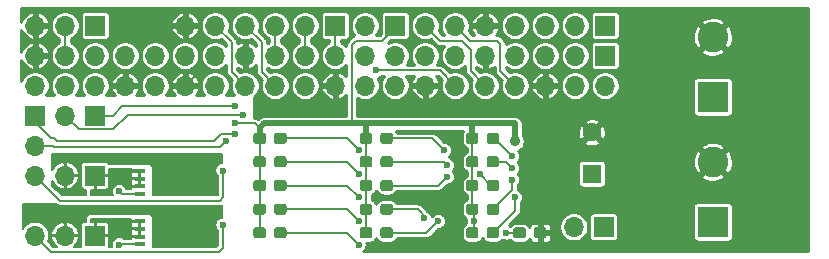
<source format=gtl>
G04 #@! TF.GenerationSoftware,KiCad,Pcbnew,5.1.5+dfsg1-2build2*
G04 #@! TF.CreationDate,2021-01-26T14:35:44+01:00*
G04 #@! TF.ProjectId,PiStackMon,50695374-6163-46b4-9d6f-6e2e6b696361,rev?*
G04 #@! TF.SameCoordinates,Original*
G04 #@! TF.FileFunction,Copper,L1,Top*
G04 #@! TF.FilePolarity,Positive*
%FSLAX46Y46*%
G04 Gerber Fmt 4.6, Leading zero omitted, Abs format (unit mm)*
G04 Created by KiCad (PCBNEW 5.1.5+dfsg1-2build2) date 2021-01-26 14:35:44*
%MOMM*%
%LPD*%
G04 APERTURE LIST*
%ADD10C,2.600000*%
%ADD11R,2.600000X2.600000*%
%ADD12O,1.700000X1.700000*%
%ADD13R,1.700000X1.700000*%
%ADD14C,0.150000*%
%ADD15R,0.830000X0.400000*%
%ADD16C,1.600000*%
%ADD17R,1.600000X1.600000*%
%ADD18C,0.600000*%
%ADD19C,0.900000*%
%ADD20C,0.200000*%
%ADD21C,0.500000*%
%ADD22C,0.160000*%
%ADD23C,0.254000*%
G04 APERTURE END LIST*
D10*
X269750000Y-153920000D03*
D11*
X269750000Y-159000000D03*
D10*
X269750000Y-164500000D03*
D11*
X269750000Y-169580000D03*
D12*
X240310000Y-152960000D03*
D13*
X242850000Y-152960000D03*
D12*
X212370000Y-152960000D03*
X214910000Y-152960000D03*
D13*
X217450000Y-152960000D03*
G04 #@! TA.AperFunction,SMDPad,CuDef*
D14*
G36*
X224700000Y-165475000D02*
G01*
X224080000Y-165475000D01*
X224080000Y-165725000D01*
X224700000Y-165725000D01*
X224700000Y-166125000D01*
X224080000Y-166125000D01*
X224080000Y-166375000D01*
X224700000Y-166375000D01*
X224700000Y-166775000D01*
X224080000Y-166775000D01*
X224080000Y-167025000D01*
X224700000Y-167025000D01*
X224700000Y-167425000D01*
X224080000Y-167425000D01*
X224080000Y-167375000D01*
X222230000Y-167375000D01*
X222230000Y-165125000D01*
X224080000Y-165125000D01*
X224080000Y-165075000D01*
X224700000Y-165075000D01*
X224700000Y-165475000D01*
G37*
G04 #@! TD.AperFunction*
D15*
X221215000Y-167225000D03*
X221215000Y-166575000D03*
X221215000Y-165275000D03*
X221215000Y-165925000D03*
D12*
X225070000Y-152960000D03*
X227610000Y-152960000D03*
X230150000Y-152960000D03*
X232690000Y-152960000D03*
X235230000Y-152960000D03*
D13*
X237770000Y-152960000D03*
D12*
X245390000Y-152960000D03*
X247930000Y-152960000D03*
X250470000Y-152960000D03*
X253010000Y-152960000D03*
X255550000Y-152960000D03*
X258090000Y-152960000D03*
D13*
X260630000Y-152960000D03*
G04 #@! TA.AperFunction,SMDPad,CuDef*
D14*
G36*
X224700000Y-169725000D02*
G01*
X224080000Y-169725000D01*
X224080000Y-169975000D01*
X224700000Y-169975000D01*
X224700000Y-170375000D01*
X224080000Y-170375000D01*
X224080000Y-170625000D01*
X224700000Y-170625000D01*
X224700000Y-171025000D01*
X224080000Y-171025000D01*
X224080000Y-171275000D01*
X224700000Y-171275000D01*
X224700000Y-171675000D01*
X224080000Y-171675000D01*
X224080000Y-171625000D01*
X222230000Y-171625000D01*
X222230000Y-169375000D01*
X224080000Y-169375000D01*
X224080000Y-169325000D01*
X224700000Y-169325000D01*
X224700000Y-169725000D01*
G37*
G04 #@! TD.AperFunction*
D15*
X221215000Y-171475000D03*
X221215000Y-170825000D03*
X221215000Y-169525000D03*
X221215000Y-170175000D03*
D12*
X212370000Y-163120000D03*
D13*
X212370000Y-160580000D03*
D12*
X214910000Y-160580000D03*
D13*
X217450000Y-160580000D03*
D12*
X212370000Y-170740000D03*
X214910000Y-170740000D03*
D13*
X217450000Y-170740000D03*
D12*
X212370000Y-165660000D03*
X214910000Y-165660000D03*
D13*
X217450000Y-165660000D03*
G04 #@! TA.AperFunction,SMDPad,CuDef*
D14*
G36*
X249685779Y-166026144D02*
G01*
X249708834Y-166029563D01*
X249731443Y-166035227D01*
X249753387Y-166043079D01*
X249774457Y-166053044D01*
X249794448Y-166065026D01*
X249813168Y-166078910D01*
X249830438Y-166094562D01*
X249846090Y-166111832D01*
X249859974Y-166130552D01*
X249871956Y-166150543D01*
X249881921Y-166171613D01*
X249889773Y-166193557D01*
X249895437Y-166216166D01*
X249898856Y-166239221D01*
X249900000Y-166262500D01*
X249900000Y-166737500D01*
X249898856Y-166760779D01*
X249895437Y-166783834D01*
X249889773Y-166806443D01*
X249881921Y-166828387D01*
X249871956Y-166849457D01*
X249859974Y-166869448D01*
X249846090Y-166888168D01*
X249830438Y-166905438D01*
X249813168Y-166921090D01*
X249794448Y-166934974D01*
X249774457Y-166946956D01*
X249753387Y-166956921D01*
X249731443Y-166964773D01*
X249708834Y-166970437D01*
X249685779Y-166973856D01*
X249662500Y-166975000D01*
X249087500Y-166975000D01*
X249064221Y-166973856D01*
X249041166Y-166970437D01*
X249018557Y-166964773D01*
X248996613Y-166956921D01*
X248975543Y-166946956D01*
X248955552Y-166934974D01*
X248936832Y-166921090D01*
X248919562Y-166905438D01*
X248903910Y-166888168D01*
X248890026Y-166869448D01*
X248878044Y-166849457D01*
X248868079Y-166828387D01*
X248860227Y-166806443D01*
X248854563Y-166783834D01*
X248851144Y-166760779D01*
X248850000Y-166737500D01*
X248850000Y-166262500D01*
X248851144Y-166239221D01*
X248854563Y-166216166D01*
X248860227Y-166193557D01*
X248868079Y-166171613D01*
X248878044Y-166150543D01*
X248890026Y-166130552D01*
X248903910Y-166111832D01*
X248919562Y-166094562D01*
X248936832Y-166078910D01*
X248955552Y-166065026D01*
X248975543Y-166053044D01*
X248996613Y-166043079D01*
X249018557Y-166035227D01*
X249041166Y-166029563D01*
X249064221Y-166026144D01*
X249087500Y-166025000D01*
X249662500Y-166025000D01*
X249685779Y-166026144D01*
G37*
G04 #@! TD.AperFunction*
G04 #@! TA.AperFunction,SMDPad,CuDef*
G36*
X251435779Y-166026144D02*
G01*
X251458834Y-166029563D01*
X251481443Y-166035227D01*
X251503387Y-166043079D01*
X251524457Y-166053044D01*
X251544448Y-166065026D01*
X251563168Y-166078910D01*
X251580438Y-166094562D01*
X251596090Y-166111832D01*
X251609974Y-166130552D01*
X251621956Y-166150543D01*
X251631921Y-166171613D01*
X251639773Y-166193557D01*
X251645437Y-166216166D01*
X251648856Y-166239221D01*
X251650000Y-166262500D01*
X251650000Y-166737500D01*
X251648856Y-166760779D01*
X251645437Y-166783834D01*
X251639773Y-166806443D01*
X251631921Y-166828387D01*
X251621956Y-166849457D01*
X251609974Y-166869448D01*
X251596090Y-166888168D01*
X251580438Y-166905438D01*
X251563168Y-166921090D01*
X251544448Y-166934974D01*
X251524457Y-166946956D01*
X251503387Y-166956921D01*
X251481443Y-166964773D01*
X251458834Y-166970437D01*
X251435779Y-166973856D01*
X251412500Y-166975000D01*
X250837500Y-166975000D01*
X250814221Y-166973856D01*
X250791166Y-166970437D01*
X250768557Y-166964773D01*
X250746613Y-166956921D01*
X250725543Y-166946956D01*
X250705552Y-166934974D01*
X250686832Y-166921090D01*
X250669562Y-166905438D01*
X250653910Y-166888168D01*
X250640026Y-166869448D01*
X250628044Y-166849457D01*
X250618079Y-166828387D01*
X250610227Y-166806443D01*
X250604563Y-166783834D01*
X250601144Y-166760779D01*
X250600000Y-166737500D01*
X250600000Y-166262500D01*
X250601144Y-166239221D01*
X250604563Y-166216166D01*
X250610227Y-166193557D01*
X250618079Y-166171613D01*
X250628044Y-166150543D01*
X250640026Y-166130552D01*
X250653910Y-166111832D01*
X250669562Y-166094562D01*
X250686832Y-166078910D01*
X250705552Y-166065026D01*
X250725543Y-166053044D01*
X250746613Y-166043079D01*
X250768557Y-166035227D01*
X250791166Y-166029563D01*
X250814221Y-166026144D01*
X250837500Y-166025000D01*
X251412500Y-166025000D01*
X251435779Y-166026144D01*
G37*
G04 #@! TD.AperFunction*
G04 #@! TA.AperFunction,SMDPad,CuDef*
G36*
X249685779Y-164026144D02*
G01*
X249708834Y-164029563D01*
X249731443Y-164035227D01*
X249753387Y-164043079D01*
X249774457Y-164053044D01*
X249794448Y-164065026D01*
X249813168Y-164078910D01*
X249830438Y-164094562D01*
X249846090Y-164111832D01*
X249859974Y-164130552D01*
X249871956Y-164150543D01*
X249881921Y-164171613D01*
X249889773Y-164193557D01*
X249895437Y-164216166D01*
X249898856Y-164239221D01*
X249900000Y-164262500D01*
X249900000Y-164737500D01*
X249898856Y-164760779D01*
X249895437Y-164783834D01*
X249889773Y-164806443D01*
X249881921Y-164828387D01*
X249871956Y-164849457D01*
X249859974Y-164869448D01*
X249846090Y-164888168D01*
X249830438Y-164905438D01*
X249813168Y-164921090D01*
X249794448Y-164934974D01*
X249774457Y-164946956D01*
X249753387Y-164956921D01*
X249731443Y-164964773D01*
X249708834Y-164970437D01*
X249685779Y-164973856D01*
X249662500Y-164975000D01*
X249087500Y-164975000D01*
X249064221Y-164973856D01*
X249041166Y-164970437D01*
X249018557Y-164964773D01*
X248996613Y-164956921D01*
X248975543Y-164946956D01*
X248955552Y-164934974D01*
X248936832Y-164921090D01*
X248919562Y-164905438D01*
X248903910Y-164888168D01*
X248890026Y-164869448D01*
X248878044Y-164849457D01*
X248868079Y-164828387D01*
X248860227Y-164806443D01*
X248854563Y-164783834D01*
X248851144Y-164760779D01*
X248850000Y-164737500D01*
X248850000Y-164262500D01*
X248851144Y-164239221D01*
X248854563Y-164216166D01*
X248860227Y-164193557D01*
X248868079Y-164171613D01*
X248878044Y-164150543D01*
X248890026Y-164130552D01*
X248903910Y-164111832D01*
X248919562Y-164094562D01*
X248936832Y-164078910D01*
X248955552Y-164065026D01*
X248975543Y-164053044D01*
X248996613Y-164043079D01*
X249018557Y-164035227D01*
X249041166Y-164029563D01*
X249064221Y-164026144D01*
X249087500Y-164025000D01*
X249662500Y-164025000D01*
X249685779Y-164026144D01*
G37*
G04 #@! TD.AperFunction*
G04 #@! TA.AperFunction,SMDPad,CuDef*
G36*
X251435779Y-164026144D02*
G01*
X251458834Y-164029563D01*
X251481443Y-164035227D01*
X251503387Y-164043079D01*
X251524457Y-164053044D01*
X251544448Y-164065026D01*
X251563168Y-164078910D01*
X251580438Y-164094562D01*
X251596090Y-164111832D01*
X251609974Y-164130552D01*
X251621956Y-164150543D01*
X251631921Y-164171613D01*
X251639773Y-164193557D01*
X251645437Y-164216166D01*
X251648856Y-164239221D01*
X251650000Y-164262500D01*
X251650000Y-164737500D01*
X251648856Y-164760779D01*
X251645437Y-164783834D01*
X251639773Y-164806443D01*
X251631921Y-164828387D01*
X251621956Y-164849457D01*
X251609974Y-164869448D01*
X251596090Y-164888168D01*
X251580438Y-164905438D01*
X251563168Y-164921090D01*
X251544448Y-164934974D01*
X251524457Y-164946956D01*
X251503387Y-164956921D01*
X251481443Y-164964773D01*
X251458834Y-164970437D01*
X251435779Y-164973856D01*
X251412500Y-164975000D01*
X250837500Y-164975000D01*
X250814221Y-164973856D01*
X250791166Y-164970437D01*
X250768557Y-164964773D01*
X250746613Y-164956921D01*
X250725543Y-164946956D01*
X250705552Y-164934974D01*
X250686832Y-164921090D01*
X250669562Y-164905438D01*
X250653910Y-164888168D01*
X250640026Y-164869448D01*
X250628044Y-164849457D01*
X250618079Y-164828387D01*
X250610227Y-164806443D01*
X250604563Y-164783834D01*
X250601144Y-164760779D01*
X250600000Y-164737500D01*
X250600000Y-164262500D01*
X250601144Y-164239221D01*
X250604563Y-164216166D01*
X250610227Y-164193557D01*
X250618079Y-164171613D01*
X250628044Y-164150543D01*
X250640026Y-164130552D01*
X250653910Y-164111832D01*
X250669562Y-164094562D01*
X250686832Y-164078910D01*
X250705552Y-164065026D01*
X250725543Y-164053044D01*
X250746613Y-164043079D01*
X250768557Y-164035227D01*
X250791166Y-164029563D01*
X250814221Y-164026144D01*
X250837500Y-164025000D01*
X251412500Y-164025000D01*
X251435779Y-164026144D01*
G37*
G04 #@! TD.AperFunction*
G04 #@! TA.AperFunction,SMDPad,CuDef*
G36*
X253685779Y-170026144D02*
G01*
X253708834Y-170029563D01*
X253731443Y-170035227D01*
X253753387Y-170043079D01*
X253774457Y-170053044D01*
X253794448Y-170065026D01*
X253813168Y-170078910D01*
X253830438Y-170094562D01*
X253846090Y-170111832D01*
X253859974Y-170130552D01*
X253871956Y-170150543D01*
X253881921Y-170171613D01*
X253889773Y-170193557D01*
X253895437Y-170216166D01*
X253898856Y-170239221D01*
X253900000Y-170262500D01*
X253900000Y-170737500D01*
X253898856Y-170760779D01*
X253895437Y-170783834D01*
X253889773Y-170806443D01*
X253881921Y-170828387D01*
X253871956Y-170849457D01*
X253859974Y-170869448D01*
X253846090Y-170888168D01*
X253830438Y-170905438D01*
X253813168Y-170921090D01*
X253794448Y-170934974D01*
X253774457Y-170946956D01*
X253753387Y-170956921D01*
X253731443Y-170964773D01*
X253708834Y-170970437D01*
X253685779Y-170973856D01*
X253662500Y-170975000D01*
X253087500Y-170975000D01*
X253064221Y-170973856D01*
X253041166Y-170970437D01*
X253018557Y-170964773D01*
X252996613Y-170956921D01*
X252975543Y-170946956D01*
X252955552Y-170934974D01*
X252936832Y-170921090D01*
X252919562Y-170905438D01*
X252903910Y-170888168D01*
X252890026Y-170869448D01*
X252878044Y-170849457D01*
X252868079Y-170828387D01*
X252860227Y-170806443D01*
X252854563Y-170783834D01*
X252851144Y-170760779D01*
X252850000Y-170737500D01*
X252850000Y-170262500D01*
X252851144Y-170239221D01*
X252854563Y-170216166D01*
X252860227Y-170193557D01*
X252868079Y-170171613D01*
X252878044Y-170150543D01*
X252890026Y-170130552D01*
X252903910Y-170111832D01*
X252919562Y-170094562D01*
X252936832Y-170078910D01*
X252955552Y-170065026D01*
X252975543Y-170053044D01*
X252996613Y-170043079D01*
X253018557Y-170035227D01*
X253041166Y-170029563D01*
X253064221Y-170026144D01*
X253087500Y-170025000D01*
X253662500Y-170025000D01*
X253685779Y-170026144D01*
G37*
G04 #@! TD.AperFunction*
G04 #@! TA.AperFunction,SMDPad,CuDef*
G36*
X255435779Y-170026144D02*
G01*
X255458834Y-170029563D01*
X255481443Y-170035227D01*
X255503387Y-170043079D01*
X255524457Y-170053044D01*
X255544448Y-170065026D01*
X255563168Y-170078910D01*
X255580438Y-170094562D01*
X255596090Y-170111832D01*
X255609974Y-170130552D01*
X255621956Y-170150543D01*
X255631921Y-170171613D01*
X255639773Y-170193557D01*
X255645437Y-170216166D01*
X255648856Y-170239221D01*
X255650000Y-170262500D01*
X255650000Y-170737500D01*
X255648856Y-170760779D01*
X255645437Y-170783834D01*
X255639773Y-170806443D01*
X255631921Y-170828387D01*
X255621956Y-170849457D01*
X255609974Y-170869448D01*
X255596090Y-170888168D01*
X255580438Y-170905438D01*
X255563168Y-170921090D01*
X255544448Y-170934974D01*
X255524457Y-170946956D01*
X255503387Y-170956921D01*
X255481443Y-170964773D01*
X255458834Y-170970437D01*
X255435779Y-170973856D01*
X255412500Y-170975000D01*
X254837500Y-170975000D01*
X254814221Y-170973856D01*
X254791166Y-170970437D01*
X254768557Y-170964773D01*
X254746613Y-170956921D01*
X254725543Y-170946956D01*
X254705552Y-170934974D01*
X254686832Y-170921090D01*
X254669562Y-170905438D01*
X254653910Y-170888168D01*
X254640026Y-170869448D01*
X254628044Y-170849457D01*
X254618079Y-170828387D01*
X254610227Y-170806443D01*
X254604563Y-170783834D01*
X254601144Y-170760779D01*
X254600000Y-170737500D01*
X254600000Y-170262500D01*
X254601144Y-170239221D01*
X254604563Y-170216166D01*
X254610227Y-170193557D01*
X254618079Y-170171613D01*
X254628044Y-170150543D01*
X254640026Y-170130552D01*
X254653910Y-170111832D01*
X254669562Y-170094562D01*
X254686832Y-170078910D01*
X254705552Y-170065026D01*
X254725543Y-170053044D01*
X254746613Y-170043079D01*
X254768557Y-170035227D01*
X254791166Y-170029563D01*
X254814221Y-170026144D01*
X254837500Y-170025000D01*
X255412500Y-170025000D01*
X255435779Y-170026144D01*
G37*
G04 #@! TD.AperFunction*
G04 #@! TA.AperFunction,SMDPad,CuDef*
G36*
X249685779Y-170026144D02*
G01*
X249708834Y-170029563D01*
X249731443Y-170035227D01*
X249753387Y-170043079D01*
X249774457Y-170053044D01*
X249794448Y-170065026D01*
X249813168Y-170078910D01*
X249830438Y-170094562D01*
X249846090Y-170111832D01*
X249859974Y-170130552D01*
X249871956Y-170150543D01*
X249881921Y-170171613D01*
X249889773Y-170193557D01*
X249895437Y-170216166D01*
X249898856Y-170239221D01*
X249900000Y-170262500D01*
X249900000Y-170737500D01*
X249898856Y-170760779D01*
X249895437Y-170783834D01*
X249889773Y-170806443D01*
X249881921Y-170828387D01*
X249871956Y-170849457D01*
X249859974Y-170869448D01*
X249846090Y-170888168D01*
X249830438Y-170905438D01*
X249813168Y-170921090D01*
X249794448Y-170934974D01*
X249774457Y-170946956D01*
X249753387Y-170956921D01*
X249731443Y-170964773D01*
X249708834Y-170970437D01*
X249685779Y-170973856D01*
X249662500Y-170975000D01*
X249087500Y-170975000D01*
X249064221Y-170973856D01*
X249041166Y-170970437D01*
X249018557Y-170964773D01*
X248996613Y-170956921D01*
X248975543Y-170946956D01*
X248955552Y-170934974D01*
X248936832Y-170921090D01*
X248919562Y-170905438D01*
X248903910Y-170888168D01*
X248890026Y-170869448D01*
X248878044Y-170849457D01*
X248868079Y-170828387D01*
X248860227Y-170806443D01*
X248854563Y-170783834D01*
X248851144Y-170760779D01*
X248850000Y-170737500D01*
X248850000Y-170262500D01*
X248851144Y-170239221D01*
X248854563Y-170216166D01*
X248860227Y-170193557D01*
X248868079Y-170171613D01*
X248878044Y-170150543D01*
X248890026Y-170130552D01*
X248903910Y-170111832D01*
X248919562Y-170094562D01*
X248936832Y-170078910D01*
X248955552Y-170065026D01*
X248975543Y-170053044D01*
X248996613Y-170043079D01*
X249018557Y-170035227D01*
X249041166Y-170029563D01*
X249064221Y-170026144D01*
X249087500Y-170025000D01*
X249662500Y-170025000D01*
X249685779Y-170026144D01*
G37*
G04 #@! TD.AperFunction*
G04 #@! TA.AperFunction,SMDPad,CuDef*
G36*
X251435779Y-170026144D02*
G01*
X251458834Y-170029563D01*
X251481443Y-170035227D01*
X251503387Y-170043079D01*
X251524457Y-170053044D01*
X251544448Y-170065026D01*
X251563168Y-170078910D01*
X251580438Y-170094562D01*
X251596090Y-170111832D01*
X251609974Y-170130552D01*
X251621956Y-170150543D01*
X251631921Y-170171613D01*
X251639773Y-170193557D01*
X251645437Y-170216166D01*
X251648856Y-170239221D01*
X251650000Y-170262500D01*
X251650000Y-170737500D01*
X251648856Y-170760779D01*
X251645437Y-170783834D01*
X251639773Y-170806443D01*
X251631921Y-170828387D01*
X251621956Y-170849457D01*
X251609974Y-170869448D01*
X251596090Y-170888168D01*
X251580438Y-170905438D01*
X251563168Y-170921090D01*
X251544448Y-170934974D01*
X251524457Y-170946956D01*
X251503387Y-170956921D01*
X251481443Y-170964773D01*
X251458834Y-170970437D01*
X251435779Y-170973856D01*
X251412500Y-170975000D01*
X250837500Y-170975000D01*
X250814221Y-170973856D01*
X250791166Y-170970437D01*
X250768557Y-170964773D01*
X250746613Y-170956921D01*
X250725543Y-170946956D01*
X250705552Y-170934974D01*
X250686832Y-170921090D01*
X250669562Y-170905438D01*
X250653910Y-170888168D01*
X250640026Y-170869448D01*
X250628044Y-170849457D01*
X250618079Y-170828387D01*
X250610227Y-170806443D01*
X250604563Y-170783834D01*
X250601144Y-170760779D01*
X250600000Y-170737500D01*
X250600000Y-170262500D01*
X250601144Y-170239221D01*
X250604563Y-170216166D01*
X250610227Y-170193557D01*
X250618079Y-170171613D01*
X250628044Y-170150543D01*
X250640026Y-170130552D01*
X250653910Y-170111832D01*
X250669562Y-170094562D01*
X250686832Y-170078910D01*
X250705552Y-170065026D01*
X250725543Y-170053044D01*
X250746613Y-170043079D01*
X250768557Y-170035227D01*
X250791166Y-170029563D01*
X250814221Y-170026144D01*
X250837500Y-170025000D01*
X251412500Y-170025000D01*
X251435779Y-170026144D01*
G37*
G04 #@! TD.AperFunction*
G04 #@! TA.AperFunction,SMDPad,CuDef*
G36*
X249685779Y-168026144D02*
G01*
X249708834Y-168029563D01*
X249731443Y-168035227D01*
X249753387Y-168043079D01*
X249774457Y-168053044D01*
X249794448Y-168065026D01*
X249813168Y-168078910D01*
X249830438Y-168094562D01*
X249846090Y-168111832D01*
X249859974Y-168130552D01*
X249871956Y-168150543D01*
X249881921Y-168171613D01*
X249889773Y-168193557D01*
X249895437Y-168216166D01*
X249898856Y-168239221D01*
X249900000Y-168262500D01*
X249900000Y-168737500D01*
X249898856Y-168760779D01*
X249895437Y-168783834D01*
X249889773Y-168806443D01*
X249881921Y-168828387D01*
X249871956Y-168849457D01*
X249859974Y-168869448D01*
X249846090Y-168888168D01*
X249830438Y-168905438D01*
X249813168Y-168921090D01*
X249794448Y-168934974D01*
X249774457Y-168946956D01*
X249753387Y-168956921D01*
X249731443Y-168964773D01*
X249708834Y-168970437D01*
X249685779Y-168973856D01*
X249662500Y-168975000D01*
X249087500Y-168975000D01*
X249064221Y-168973856D01*
X249041166Y-168970437D01*
X249018557Y-168964773D01*
X248996613Y-168956921D01*
X248975543Y-168946956D01*
X248955552Y-168934974D01*
X248936832Y-168921090D01*
X248919562Y-168905438D01*
X248903910Y-168888168D01*
X248890026Y-168869448D01*
X248878044Y-168849457D01*
X248868079Y-168828387D01*
X248860227Y-168806443D01*
X248854563Y-168783834D01*
X248851144Y-168760779D01*
X248850000Y-168737500D01*
X248850000Y-168262500D01*
X248851144Y-168239221D01*
X248854563Y-168216166D01*
X248860227Y-168193557D01*
X248868079Y-168171613D01*
X248878044Y-168150543D01*
X248890026Y-168130552D01*
X248903910Y-168111832D01*
X248919562Y-168094562D01*
X248936832Y-168078910D01*
X248955552Y-168065026D01*
X248975543Y-168053044D01*
X248996613Y-168043079D01*
X249018557Y-168035227D01*
X249041166Y-168029563D01*
X249064221Y-168026144D01*
X249087500Y-168025000D01*
X249662500Y-168025000D01*
X249685779Y-168026144D01*
G37*
G04 #@! TD.AperFunction*
G04 #@! TA.AperFunction,SMDPad,CuDef*
G36*
X251435779Y-168026144D02*
G01*
X251458834Y-168029563D01*
X251481443Y-168035227D01*
X251503387Y-168043079D01*
X251524457Y-168053044D01*
X251544448Y-168065026D01*
X251563168Y-168078910D01*
X251580438Y-168094562D01*
X251596090Y-168111832D01*
X251609974Y-168130552D01*
X251621956Y-168150543D01*
X251631921Y-168171613D01*
X251639773Y-168193557D01*
X251645437Y-168216166D01*
X251648856Y-168239221D01*
X251650000Y-168262500D01*
X251650000Y-168737500D01*
X251648856Y-168760779D01*
X251645437Y-168783834D01*
X251639773Y-168806443D01*
X251631921Y-168828387D01*
X251621956Y-168849457D01*
X251609974Y-168869448D01*
X251596090Y-168888168D01*
X251580438Y-168905438D01*
X251563168Y-168921090D01*
X251544448Y-168934974D01*
X251524457Y-168946956D01*
X251503387Y-168956921D01*
X251481443Y-168964773D01*
X251458834Y-168970437D01*
X251435779Y-168973856D01*
X251412500Y-168975000D01*
X250837500Y-168975000D01*
X250814221Y-168973856D01*
X250791166Y-168970437D01*
X250768557Y-168964773D01*
X250746613Y-168956921D01*
X250725543Y-168946956D01*
X250705552Y-168934974D01*
X250686832Y-168921090D01*
X250669562Y-168905438D01*
X250653910Y-168888168D01*
X250640026Y-168869448D01*
X250628044Y-168849457D01*
X250618079Y-168828387D01*
X250610227Y-168806443D01*
X250604563Y-168783834D01*
X250601144Y-168760779D01*
X250600000Y-168737500D01*
X250600000Y-168262500D01*
X250601144Y-168239221D01*
X250604563Y-168216166D01*
X250610227Y-168193557D01*
X250618079Y-168171613D01*
X250628044Y-168150543D01*
X250640026Y-168130552D01*
X250653910Y-168111832D01*
X250669562Y-168094562D01*
X250686832Y-168078910D01*
X250705552Y-168065026D01*
X250725543Y-168053044D01*
X250746613Y-168043079D01*
X250768557Y-168035227D01*
X250791166Y-168029563D01*
X250814221Y-168026144D01*
X250837500Y-168025000D01*
X251412500Y-168025000D01*
X251435779Y-168026144D01*
G37*
G04 #@! TD.AperFunction*
D12*
X257960000Y-170000000D03*
D13*
X260500000Y-170000000D03*
D16*
X259500000Y-162000000D03*
D17*
X259500000Y-165500000D03*
G04 #@! TA.AperFunction,SMDPad,CuDef*
D14*
G36*
X249685779Y-162026144D02*
G01*
X249708834Y-162029563D01*
X249731443Y-162035227D01*
X249753387Y-162043079D01*
X249774457Y-162053044D01*
X249794448Y-162065026D01*
X249813168Y-162078910D01*
X249830438Y-162094562D01*
X249846090Y-162111832D01*
X249859974Y-162130552D01*
X249871956Y-162150543D01*
X249881921Y-162171613D01*
X249889773Y-162193557D01*
X249895437Y-162216166D01*
X249898856Y-162239221D01*
X249900000Y-162262500D01*
X249900000Y-162737500D01*
X249898856Y-162760779D01*
X249895437Y-162783834D01*
X249889773Y-162806443D01*
X249881921Y-162828387D01*
X249871956Y-162849457D01*
X249859974Y-162869448D01*
X249846090Y-162888168D01*
X249830438Y-162905438D01*
X249813168Y-162921090D01*
X249794448Y-162934974D01*
X249774457Y-162946956D01*
X249753387Y-162956921D01*
X249731443Y-162964773D01*
X249708834Y-162970437D01*
X249685779Y-162973856D01*
X249662500Y-162975000D01*
X249087500Y-162975000D01*
X249064221Y-162973856D01*
X249041166Y-162970437D01*
X249018557Y-162964773D01*
X248996613Y-162956921D01*
X248975543Y-162946956D01*
X248955552Y-162934974D01*
X248936832Y-162921090D01*
X248919562Y-162905438D01*
X248903910Y-162888168D01*
X248890026Y-162869448D01*
X248878044Y-162849457D01*
X248868079Y-162828387D01*
X248860227Y-162806443D01*
X248854563Y-162783834D01*
X248851144Y-162760779D01*
X248850000Y-162737500D01*
X248850000Y-162262500D01*
X248851144Y-162239221D01*
X248854563Y-162216166D01*
X248860227Y-162193557D01*
X248868079Y-162171613D01*
X248878044Y-162150543D01*
X248890026Y-162130552D01*
X248903910Y-162111832D01*
X248919562Y-162094562D01*
X248936832Y-162078910D01*
X248955552Y-162065026D01*
X248975543Y-162053044D01*
X248996613Y-162043079D01*
X249018557Y-162035227D01*
X249041166Y-162029563D01*
X249064221Y-162026144D01*
X249087500Y-162025000D01*
X249662500Y-162025000D01*
X249685779Y-162026144D01*
G37*
G04 #@! TD.AperFunction*
G04 #@! TA.AperFunction,SMDPad,CuDef*
G36*
X251435779Y-162026144D02*
G01*
X251458834Y-162029563D01*
X251481443Y-162035227D01*
X251503387Y-162043079D01*
X251524457Y-162053044D01*
X251544448Y-162065026D01*
X251563168Y-162078910D01*
X251580438Y-162094562D01*
X251596090Y-162111832D01*
X251609974Y-162130552D01*
X251621956Y-162150543D01*
X251631921Y-162171613D01*
X251639773Y-162193557D01*
X251645437Y-162216166D01*
X251648856Y-162239221D01*
X251650000Y-162262500D01*
X251650000Y-162737500D01*
X251648856Y-162760779D01*
X251645437Y-162783834D01*
X251639773Y-162806443D01*
X251631921Y-162828387D01*
X251621956Y-162849457D01*
X251609974Y-162869448D01*
X251596090Y-162888168D01*
X251580438Y-162905438D01*
X251563168Y-162921090D01*
X251544448Y-162934974D01*
X251524457Y-162946956D01*
X251503387Y-162956921D01*
X251481443Y-162964773D01*
X251458834Y-162970437D01*
X251435779Y-162973856D01*
X251412500Y-162975000D01*
X250837500Y-162975000D01*
X250814221Y-162973856D01*
X250791166Y-162970437D01*
X250768557Y-162964773D01*
X250746613Y-162956921D01*
X250725543Y-162946956D01*
X250705552Y-162934974D01*
X250686832Y-162921090D01*
X250669562Y-162905438D01*
X250653910Y-162888168D01*
X250640026Y-162869448D01*
X250628044Y-162849457D01*
X250618079Y-162828387D01*
X250610227Y-162806443D01*
X250604563Y-162783834D01*
X250601144Y-162760779D01*
X250600000Y-162737500D01*
X250600000Y-162262500D01*
X250601144Y-162239221D01*
X250604563Y-162216166D01*
X250610227Y-162193557D01*
X250618079Y-162171613D01*
X250628044Y-162150543D01*
X250640026Y-162130552D01*
X250653910Y-162111832D01*
X250669562Y-162094562D01*
X250686832Y-162078910D01*
X250705552Y-162065026D01*
X250725543Y-162053044D01*
X250746613Y-162043079D01*
X250768557Y-162035227D01*
X250791166Y-162029563D01*
X250814221Y-162026144D01*
X250837500Y-162025000D01*
X251412500Y-162025000D01*
X251435779Y-162026144D01*
G37*
G04 #@! TD.AperFunction*
G04 #@! TA.AperFunction,SMDPad,CuDef*
G36*
X240685779Y-170026144D02*
G01*
X240708834Y-170029563D01*
X240731443Y-170035227D01*
X240753387Y-170043079D01*
X240774457Y-170053044D01*
X240794448Y-170065026D01*
X240813168Y-170078910D01*
X240830438Y-170094562D01*
X240846090Y-170111832D01*
X240859974Y-170130552D01*
X240871956Y-170150543D01*
X240881921Y-170171613D01*
X240889773Y-170193557D01*
X240895437Y-170216166D01*
X240898856Y-170239221D01*
X240900000Y-170262500D01*
X240900000Y-170737500D01*
X240898856Y-170760779D01*
X240895437Y-170783834D01*
X240889773Y-170806443D01*
X240881921Y-170828387D01*
X240871956Y-170849457D01*
X240859974Y-170869448D01*
X240846090Y-170888168D01*
X240830438Y-170905438D01*
X240813168Y-170921090D01*
X240794448Y-170934974D01*
X240774457Y-170946956D01*
X240753387Y-170956921D01*
X240731443Y-170964773D01*
X240708834Y-170970437D01*
X240685779Y-170973856D01*
X240662500Y-170975000D01*
X240087500Y-170975000D01*
X240064221Y-170973856D01*
X240041166Y-170970437D01*
X240018557Y-170964773D01*
X239996613Y-170956921D01*
X239975543Y-170946956D01*
X239955552Y-170934974D01*
X239936832Y-170921090D01*
X239919562Y-170905438D01*
X239903910Y-170888168D01*
X239890026Y-170869448D01*
X239878044Y-170849457D01*
X239868079Y-170828387D01*
X239860227Y-170806443D01*
X239854563Y-170783834D01*
X239851144Y-170760779D01*
X239850000Y-170737500D01*
X239850000Y-170262500D01*
X239851144Y-170239221D01*
X239854563Y-170216166D01*
X239860227Y-170193557D01*
X239868079Y-170171613D01*
X239878044Y-170150543D01*
X239890026Y-170130552D01*
X239903910Y-170111832D01*
X239919562Y-170094562D01*
X239936832Y-170078910D01*
X239955552Y-170065026D01*
X239975543Y-170053044D01*
X239996613Y-170043079D01*
X240018557Y-170035227D01*
X240041166Y-170029563D01*
X240064221Y-170026144D01*
X240087500Y-170025000D01*
X240662500Y-170025000D01*
X240685779Y-170026144D01*
G37*
G04 #@! TD.AperFunction*
G04 #@! TA.AperFunction,SMDPad,CuDef*
G36*
X242435779Y-170026144D02*
G01*
X242458834Y-170029563D01*
X242481443Y-170035227D01*
X242503387Y-170043079D01*
X242524457Y-170053044D01*
X242544448Y-170065026D01*
X242563168Y-170078910D01*
X242580438Y-170094562D01*
X242596090Y-170111832D01*
X242609974Y-170130552D01*
X242621956Y-170150543D01*
X242631921Y-170171613D01*
X242639773Y-170193557D01*
X242645437Y-170216166D01*
X242648856Y-170239221D01*
X242650000Y-170262500D01*
X242650000Y-170737500D01*
X242648856Y-170760779D01*
X242645437Y-170783834D01*
X242639773Y-170806443D01*
X242631921Y-170828387D01*
X242621956Y-170849457D01*
X242609974Y-170869448D01*
X242596090Y-170888168D01*
X242580438Y-170905438D01*
X242563168Y-170921090D01*
X242544448Y-170934974D01*
X242524457Y-170946956D01*
X242503387Y-170956921D01*
X242481443Y-170964773D01*
X242458834Y-170970437D01*
X242435779Y-170973856D01*
X242412500Y-170975000D01*
X241837500Y-170975000D01*
X241814221Y-170973856D01*
X241791166Y-170970437D01*
X241768557Y-170964773D01*
X241746613Y-170956921D01*
X241725543Y-170946956D01*
X241705552Y-170934974D01*
X241686832Y-170921090D01*
X241669562Y-170905438D01*
X241653910Y-170888168D01*
X241640026Y-170869448D01*
X241628044Y-170849457D01*
X241618079Y-170828387D01*
X241610227Y-170806443D01*
X241604563Y-170783834D01*
X241601144Y-170760779D01*
X241600000Y-170737500D01*
X241600000Y-170262500D01*
X241601144Y-170239221D01*
X241604563Y-170216166D01*
X241610227Y-170193557D01*
X241618079Y-170171613D01*
X241628044Y-170150543D01*
X241640026Y-170130552D01*
X241653910Y-170111832D01*
X241669562Y-170094562D01*
X241686832Y-170078910D01*
X241705552Y-170065026D01*
X241725543Y-170053044D01*
X241746613Y-170043079D01*
X241768557Y-170035227D01*
X241791166Y-170029563D01*
X241814221Y-170026144D01*
X241837500Y-170025000D01*
X242412500Y-170025000D01*
X242435779Y-170026144D01*
G37*
G04 #@! TD.AperFunction*
G04 #@! TA.AperFunction,SMDPad,CuDef*
G36*
X240685779Y-168026144D02*
G01*
X240708834Y-168029563D01*
X240731443Y-168035227D01*
X240753387Y-168043079D01*
X240774457Y-168053044D01*
X240794448Y-168065026D01*
X240813168Y-168078910D01*
X240830438Y-168094562D01*
X240846090Y-168111832D01*
X240859974Y-168130552D01*
X240871956Y-168150543D01*
X240881921Y-168171613D01*
X240889773Y-168193557D01*
X240895437Y-168216166D01*
X240898856Y-168239221D01*
X240900000Y-168262500D01*
X240900000Y-168737500D01*
X240898856Y-168760779D01*
X240895437Y-168783834D01*
X240889773Y-168806443D01*
X240881921Y-168828387D01*
X240871956Y-168849457D01*
X240859974Y-168869448D01*
X240846090Y-168888168D01*
X240830438Y-168905438D01*
X240813168Y-168921090D01*
X240794448Y-168934974D01*
X240774457Y-168946956D01*
X240753387Y-168956921D01*
X240731443Y-168964773D01*
X240708834Y-168970437D01*
X240685779Y-168973856D01*
X240662500Y-168975000D01*
X240087500Y-168975000D01*
X240064221Y-168973856D01*
X240041166Y-168970437D01*
X240018557Y-168964773D01*
X239996613Y-168956921D01*
X239975543Y-168946956D01*
X239955552Y-168934974D01*
X239936832Y-168921090D01*
X239919562Y-168905438D01*
X239903910Y-168888168D01*
X239890026Y-168869448D01*
X239878044Y-168849457D01*
X239868079Y-168828387D01*
X239860227Y-168806443D01*
X239854563Y-168783834D01*
X239851144Y-168760779D01*
X239850000Y-168737500D01*
X239850000Y-168262500D01*
X239851144Y-168239221D01*
X239854563Y-168216166D01*
X239860227Y-168193557D01*
X239868079Y-168171613D01*
X239878044Y-168150543D01*
X239890026Y-168130552D01*
X239903910Y-168111832D01*
X239919562Y-168094562D01*
X239936832Y-168078910D01*
X239955552Y-168065026D01*
X239975543Y-168053044D01*
X239996613Y-168043079D01*
X240018557Y-168035227D01*
X240041166Y-168029563D01*
X240064221Y-168026144D01*
X240087500Y-168025000D01*
X240662500Y-168025000D01*
X240685779Y-168026144D01*
G37*
G04 #@! TD.AperFunction*
G04 #@! TA.AperFunction,SMDPad,CuDef*
G36*
X242435779Y-168026144D02*
G01*
X242458834Y-168029563D01*
X242481443Y-168035227D01*
X242503387Y-168043079D01*
X242524457Y-168053044D01*
X242544448Y-168065026D01*
X242563168Y-168078910D01*
X242580438Y-168094562D01*
X242596090Y-168111832D01*
X242609974Y-168130552D01*
X242621956Y-168150543D01*
X242631921Y-168171613D01*
X242639773Y-168193557D01*
X242645437Y-168216166D01*
X242648856Y-168239221D01*
X242650000Y-168262500D01*
X242650000Y-168737500D01*
X242648856Y-168760779D01*
X242645437Y-168783834D01*
X242639773Y-168806443D01*
X242631921Y-168828387D01*
X242621956Y-168849457D01*
X242609974Y-168869448D01*
X242596090Y-168888168D01*
X242580438Y-168905438D01*
X242563168Y-168921090D01*
X242544448Y-168934974D01*
X242524457Y-168946956D01*
X242503387Y-168956921D01*
X242481443Y-168964773D01*
X242458834Y-168970437D01*
X242435779Y-168973856D01*
X242412500Y-168975000D01*
X241837500Y-168975000D01*
X241814221Y-168973856D01*
X241791166Y-168970437D01*
X241768557Y-168964773D01*
X241746613Y-168956921D01*
X241725543Y-168946956D01*
X241705552Y-168934974D01*
X241686832Y-168921090D01*
X241669562Y-168905438D01*
X241653910Y-168888168D01*
X241640026Y-168869448D01*
X241628044Y-168849457D01*
X241618079Y-168828387D01*
X241610227Y-168806443D01*
X241604563Y-168783834D01*
X241601144Y-168760779D01*
X241600000Y-168737500D01*
X241600000Y-168262500D01*
X241601144Y-168239221D01*
X241604563Y-168216166D01*
X241610227Y-168193557D01*
X241618079Y-168171613D01*
X241628044Y-168150543D01*
X241640026Y-168130552D01*
X241653910Y-168111832D01*
X241669562Y-168094562D01*
X241686832Y-168078910D01*
X241705552Y-168065026D01*
X241725543Y-168053044D01*
X241746613Y-168043079D01*
X241768557Y-168035227D01*
X241791166Y-168029563D01*
X241814221Y-168026144D01*
X241837500Y-168025000D01*
X242412500Y-168025000D01*
X242435779Y-168026144D01*
G37*
G04 #@! TD.AperFunction*
G04 #@! TA.AperFunction,SMDPad,CuDef*
G36*
X240685779Y-166026144D02*
G01*
X240708834Y-166029563D01*
X240731443Y-166035227D01*
X240753387Y-166043079D01*
X240774457Y-166053044D01*
X240794448Y-166065026D01*
X240813168Y-166078910D01*
X240830438Y-166094562D01*
X240846090Y-166111832D01*
X240859974Y-166130552D01*
X240871956Y-166150543D01*
X240881921Y-166171613D01*
X240889773Y-166193557D01*
X240895437Y-166216166D01*
X240898856Y-166239221D01*
X240900000Y-166262500D01*
X240900000Y-166737500D01*
X240898856Y-166760779D01*
X240895437Y-166783834D01*
X240889773Y-166806443D01*
X240881921Y-166828387D01*
X240871956Y-166849457D01*
X240859974Y-166869448D01*
X240846090Y-166888168D01*
X240830438Y-166905438D01*
X240813168Y-166921090D01*
X240794448Y-166934974D01*
X240774457Y-166946956D01*
X240753387Y-166956921D01*
X240731443Y-166964773D01*
X240708834Y-166970437D01*
X240685779Y-166973856D01*
X240662500Y-166975000D01*
X240087500Y-166975000D01*
X240064221Y-166973856D01*
X240041166Y-166970437D01*
X240018557Y-166964773D01*
X239996613Y-166956921D01*
X239975543Y-166946956D01*
X239955552Y-166934974D01*
X239936832Y-166921090D01*
X239919562Y-166905438D01*
X239903910Y-166888168D01*
X239890026Y-166869448D01*
X239878044Y-166849457D01*
X239868079Y-166828387D01*
X239860227Y-166806443D01*
X239854563Y-166783834D01*
X239851144Y-166760779D01*
X239850000Y-166737500D01*
X239850000Y-166262500D01*
X239851144Y-166239221D01*
X239854563Y-166216166D01*
X239860227Y-166193557D01*
X239868079Y-166171613D01*
X239878044Y-166150543D01*
X239890026Y-166130552D01*
X239903910Y-166111832D01*
X239919562Y-166094562D01*
X239936832Y-166078910D01*
X239955552Y-166065026D01*
X239975543Y-166053044D01*
X239996613Y-166043079D01*
X240018557Y-166035227D01*
X240041166Y-166029563D01*
X240064221Y-166026144D01*
X240087500Y-166025000D01*
X240662500Y-166025000D01*
X240685779Y-166026144D01*
G37*
G04 #@! TD.AperFunction*
G04 #@! TA.AperFunction,SMDPad,CuDef*
G36*
X242435779Y-166026144D02*
G01*
X242458834Y-166029563D01*
X242481443Y-166035227D01*
X242503387Y-166043079D01*
X242524457Y-166053044D01*
X242544448Y-166065026D01*
X242563168Y-166078910D01*
X242580438Y-166094562D01*
X242596090Y-166111832D01*
X242609974Y-166130552D01*
X242621956Y-166150543D01*
X242631921Y-166171613D01*
X242639773Y-166193557D01*
X242645437Y-166216166D01*
X242648856Y-166239221D01*
X242650000Y-166262500D01*
X242650000Y-166737500D01*
X242648856Y-166760779D01*
X242645437Y-166783834D01*
X242639773Y-166806443D01*
X242631921Y-166828387D01*
X242621956Y-166849457D01*
X242609974Y-166869448D01*
X242596090Y-166888168D01*
X242580438Y-166905438D01*
X242563168Y-166921090D01*
X242544448Y-166934974D01*
X242524457Y-166946956D01*
X242503387Y-166956921D01*
X242481443Y-166964773D01*
X242458834Y-166970437D01*
X242435779Y-166973856D01*
X242412500Y-166975000D01*
X241837500Y-166975000D01*
X241814221Y-166973856D01*
X241791166Y-166970437D01*
X241768557Y-166964773D01*
X241746613Y-166956921D01*
X241725543Y-166946956D01*
X241705552Y-166934974D01*
X241686832Y-166921090D01*
X241669562Y-166905438D01*
X241653910Y-166888168D01*
X241640026Y-166869448D01*
X241628044Y-166849457D01*
X241618079Y-166828387D01*
X241610227Y-166806443D01*
X241604563Y-166783834D01*
X241601144Y-166760779D01*
X241600000Y-166737500D01*
X241600000Y-166262500D01*
X241601144Y-166239221D01*
X241604563Y-166216166D01*
X241610227Y-166193557D01*
X241618079Y-166171613D01*
X241628044Y-166150543D01*
X241640026Y-166130552D01*
X241653910Y-166111832D01*
X241669562Y-166094562D01*
X241686832Y-166078910D01*
X241705552Y-166065026D01*
X241725543Y-166053044D01*
X241746613Y-166043079D01*
X241768557Y-166035227D01*
X241791166Y-166029563D01*
X241814221Y-166026144D01*
X241837500Y-166025000D01*
X242412500Y-166025000D01*
X242435779Y-166026144D01*
G37*
G04 #@! TD.AperFunction*
G04 #@! TA.AperFunction,SMDPad,CuDef*
G36*
X240685779Y-164026144D02*
G01*
X240708834Y-164029563D01*
X240731443Y-164035227D01*
X240753387Y-164043079D01*
X240774457Y-164053044D01*
X240794448Y-164065026D01*
X240813168Y-164078910D01*
X240830438Y-164094562D01*
X240846090Y-164111832D01*
X240859974Y-164130552D01*
X240871956Y-164150543D01*
X240881921Y-164171613D01*
X240889773Y-164193557D01*
X240895437Y-164216166D01*
X240898856Y-164239221D01*
X240900000Y-164262500D01*
X240900000Y-164737500D01*
X240898856Y-164760779D01*
X240895437Y-164783834D01*
X240889773Y-164806443D01*
X240881921Y-164828387D01*
X240871956Y-164849457D01*
X240859974Y-164869448D01*
X240846090Y-164888168D01*
X240830438Y-164905438D01*
X240813168Y-164921090D01*
X240794448Y-164934974D01*
X240774457Y-164946956D01*
X240753387Y-164956921D01*
X240731443Y-164964773D01*
X240708834Y-164970437D01*
X240685779Y-164973856D01*
X240662500Y-164975000D01*
X240087500Y-164975000D01*
X240064221Y-164973856D01*
X240041166Y-164970437D01*
X240018557Y-164964773D01*
X239996613Y-164956921D01*
X239975543Y-164946956D01*
X239955552Y-164934974D01*
X239936832Y-164921090D01*
X239919562Y-164905438D01*
X239903910Y-164888168D01*
X239890026Y-164869448D01*
X239878044Y-164849457D01*
X239868079Y-164828387D01*
X239860227Y-164806443D01*
X239854563Y-164783834D01*
X239851144Y-164760779D01*
X239850000Y-164737500D01*
X239850000Y-164262500D01*
X239851144Y-164239221D01*
X239854563Y-164216166D01*
X239860227Y-164193557D01*
X239868079Y-164171613D01*
X239878044Y-164150543D01*
X239890026Y-164130552D01*
X239903910Y-164111832D01*
X239919562Y-164094562D01*
X239936832Y-164078910D01*
X239955552Y-164065026D01*
X239975543Y-164053044D01*
X239996613Y-164043079D01*
X240018557Y-164035227D01*
X240041166Y-164029563D01*
X240064221Y-164026144D01*
X240087500Y-164025000D01*
X240662500Y-164025000D01*
X240685779Y-164026144D01*
G37*
G04 #@! TD.AperFunction*
G04 #@! TA.AperFunction,SMDPad,CuDef*
G36*
X242435779Y-164026144D02*
G01*
X242458834Y-164029563D01*
X242481443Y-164035227D01*
X242503387Y-164043079D01*
X242524457Y-164053044D01*
X242544448Y-164065026D01*
X242563168Y-164078910D01*
X242580438Y-164094562D01*
X242596090Y-164111832D01*
X242609974Y-164130552D01*
X242621956Y-164150543D01*
X242631921Y-164171613D01*
X242639773Y-164193557D01*
X242645437Y-164216166D01*
X242648856Y-164239221D01*
X242650000Y-164262500D01*
X242650000Y-164737500D01*
X242648856Y-164760779D01*
X242645437Y-164783834D01*
X242639773Y-164806443D01*
X242631921Y-164828387D01*
X242621956Y-164849457D01*
X242609974Y-164869448D01*
X242596090Y-164888168D01*
X242580438Y-164905438D01*
X242563168Y-164921090D01*
X242544448Y-164934974D01*
X242524457Y-164946956D01*
X242503387Y-164956921D01*
X242481443Y-164964773D01*
X242458834Y-164970437D01*
X242435779Y-164973856D01*
X242412500Y-164975000D01*
X241837500Y-164975000D01*
X241814221Y-164973856D01*
X241791166Y-164970437D01*
X241768557Y-164964773D01*
X241746613Y-164956921D01*
X241725543Y-164946956D01*
X241705552Y-164934974D01*
X241686832Y-164921090D01*
X241669562Y-164905438D01*
X241653910Y-164888168D01*
X241640026Y-164869448D01*
X241628044Y-164849457D01*
X241618079Y-164828387D01*
X241610227Y-164806443D01*
X241604563Y-164783834D01*
X241601144Y-164760779D01*
X241600000Y-164737500D01*
X241600000Y-164262500D01*
X241601144Y-164239221D01*
X241604563Y-164216166D01*
X241610227Y-164193557D01*
X241618079Y-164171613D01*
X241628044Y-164150543D01*
X241640026Y-164130552D01*
X241653910Y-164111832D01*
X241669562Y-164094562D01*
X241686832Y-164078910D01*
X241705552Y-164065026D01*
X241725543Y-164053044D01*
X241746613Y-164043079D01*
X241768557Y-164035227D01*
X241791166Y-164029563D01*
X241814221Y-164026144D01*
X241837500Y-164025000D01*
X242412500Y-164025000D01*
X242435779Y-164026144D01*
G37*
G04 #@! TD.AperFunction*
G04 #@! TA.AperFunction,SMDPad,CuDef*
G36*
X240685779Y-162026144D02*
G01*
X240708834Y-162029563D01*
X240731443Y-162035227D01*
X240753387Y-162043079D01*
X240774457Y-162053044D01*
X240794448Y-162065026D01*
X240813168Y-162078910D01*
X240830438Y-162094562D01*
X240846090Y-162111832D01*
X240859974Y-162130552D01*
X240871956Y-162150543D01*
X240881921Y-162171613D01*
X240889773Y-162193557D01*
X240895437Y-162216166D01*
X240898856Y-162239221D01*
X240900000Y-162262500D01*
X240900000Y-162737500D01*
X240898856Y-162760779D01*
X240895437Y-162783834D01*
X240889773Y-162806443D01*
X240881921Y-162828387D01*
X240871956Y-162849457D01*
X240859974Y-162869448D01*
X240846090Y-162888168D01*
X240830438Y-162905438D01*
X240813168Y-162921090D01*
X240794448Y-162934974D01*
X240774457Y-162946956D01*
X240753387Y-162956921D01*
X240731443Y-162964773D01*
X240708834Y-162970437D01*
X240685779Y-162973856D01*
X240662500Y-162975000D01*
X240087500Y-162975000D01*
X240064221Y-162973856D01*
X240041166Y-162970437D01*
X240018557Y-162964773D01*
X239996613Y-162956921D01*
X239975543Y-162946956D01*
X239955552Y-162934974D01*
X239936832Y-162921090D01*
X239919562Y-162905438D01*
X239903910Y-162888168D01*
X239890026Y-162869448D01*
X239878044Y-162849457D01*
X239868079Y-162828387D01*
X239860227Y-162806443D01*
X239854563Y-162783834D01*
X239851144Y-162760779D01*
X239850000Y-162737500D01*
X239850000Y-162262500D01*
X239851144Y-162239221D01*
X239854563Y-162216166D01*
X239860227Y-162193557D01*
X239868079Y-162171613D01*
X239878044Y-162150543D01*
X239890026Y-162130552D01*
X239903910Y-162111832D01*
X239919562Y-162094562D01*
X239936832Y-162078910D01*
X239955552Y-162065026D01*
X239975543Y-162053044D01*
X239996613Y-162043079D01*
X240018557Y-162035227D01*
X240041166Y-162029563D01*
X240064221Y-162026144D01*
X240087500Y-162025000D01*
X240662500Y-162025000D01*
X240685779Y-162026144D01*
G37*
G04 #@! TD.AperFunction*
G04 #@! TA.AperFunction,SMDPad,CuDef*
G36*
X242435779Y-162026144D02*
G01*
X242458834Y-162029563D01*
X242481443Y-162035227D01*
X242503387Y-162043079D01*
X242524457Y-162053044D01*
X242544448Y-162065026D01*
X242563168Y-162078910D01*
X242580438Y-162094562D01*
X242596090Y-162111832D01*
X242609974Y-162130552D01*
X242621956Y-162150543D01*
X242631921Y-162171613D01*
X242639773Y-162193557D01*
X242645437Y-162216166D01*
X242648856Y-162239221D01*
X242650000Y-162262500D01*
X242650000Y-162737500D01*
X242648856Y-162760779D01*
X242645437Y-162783834D01*
X242639773Y-162806443D01*
X242631921Y-162828387D01*
X242621956Y-162849457D01*
X242609974Y-162869448D01*
X242596090Y-162888168D01*
X242580438Y-162905438D01*
X242563168Y-162921090D01*
X242544448Y-162934974D01*
X242524457Y-162946956D01*
X242503387Y-162956921D01*
X242481443Y-162964773D01*
X242458834Y-162970437D01*
X242435779Y-162973856D01*
X242412500Y-162975000D01*
X241837500Y-162975000D01*
X241814221Y-162973856D01*
X241791166Y-162970437D01*
X241768557Y-162964773D01*
X241746613Y-162956921D01*
X241725543Y-162946956D01*
X241705552Y-162934974D01*
X241686832Y-162921090D01*
X241669562Y-162905438D01*
X241653910Y-162888168D01*
X241640026Y-162869448D01*
X241628044Y-162849457D01*
X241618079Y-162828387D01*
X241610227Y-162806443D01*
X241604563Y-162783834D01*
X241601144Y-162760779D01*
X241600000Y-162737500D01*
X241600000Y-162262500D01*
X241601144Y-162239221D01*
X241604563Y-162216166D01*
X241610227Y-162193557D01*
X241618079Y-162171613D01*
X241628044Y-162150543D01*
X241640026Y-162130552D01*
X241653910Y-162111832D01*
X241669562Y-162094562D01*
X241686832Y-162078910D01*
X241705552Y-162065026D01*
X241725543Y-162053044D01*
X241746613Y-162043079D01*
X241768557Y-162035227D01*
X241791166Y-162029563D01*
X241814221Y-162026144D01*
X241837500Y-162025000D01*
X242412500Y-162025000D01*
X242435779Y-162026144D01*
G37*
G04 #@! TD.AperFunction*
G04 #@! TA.AperFunction,SMDPad,CuDef*
G36*
X231685779Y-162026144D02*
G01*
X231708834Y-162029563D01*
X231731443Y-162035227D01*
X231753387Y-162043079D01*
X231774457Y-162053044D01*
X231794448Y-162065026D01*
X231813168Y-162078910D01*
X231830438Y-162094562D01*
X231846090Y-162111832D01*
X231859974Y-162130552D01*
X231871956Y-162150543D01*
X231881921Y-162171613D01*
X231889773Y-162193557D01*
X231895437Y-162216166D01*
X231898856Y-162239221D01*
X231900000Y-162262500D01*
X231900000Y-162737500D01*
X231898856Y-162760779D01*
X231895437Y-162783834D01*
X231889773Y-162806443D01*
X231881921Y-162828387D01*
X231871956Y-162849457D01*
X231859974Y-162869448D01*
X231846090Y-162888168D01*
X231830438Y-162905438D01*
X231813168Y-162921090D01*
X231794448Y-162934974D01*
X231774457Y-162946956D01*
X231753387Y-162956921D01*
X231731443Y-162964773D01*
X231708834Y-162970437D01*
X231685779Y-162973856D01*
X231662500Y-162975000D01*
X231087500Y-162975000D01*
X231064221Y-162973856D01*
X231041166Y-162970437D01*
X231018557Y-162964773D01*
X230996613Y-162956921D01*
X230975543Y-162946956D01*
X230955552Y-162934974D01*
X230936832Y-162921090D01*
X230919562Y-162905438D01*
X230903910Y-162888168D01*
X230890026Y-162869448D01*
X230878044Y-162849457D01*
X230868079Y-162828387D01*
X230860227Y-162806443D01*
X230854563Y-162783834D01*
X230851144Y-162760779D01*
X230850000Y-162737500D01*
X230850000Y-162262500D01*
X230851144Y-162239221D01*
X230854563Y-162216166D01*
X230860227Y-162193557D01*
X230868079Y-162171613D01*
X230878044Y-162150543D01*
X230890026Y-162130552D01*
X230903910Y-162111832D01*
X230919562Y-162094562D01*
X230936832Y-162078910D01*
X230955552Y-162065026D01*
X230975543Y-162053044D01*
X230996613Y-162043079D01*
X231018557Y-162035227D01*
X231041166Y-162029563D01*
X231064221Y-162026144D01*
X231087500Y-162025000D01*
X231662500Y-162025000D01*
X231685779Y-162026144D01*
G37*
G04 #@! TD.AperFunction*
G04 #@! TA.AperFunction,SMDPad,CuDef*
G36*
X233435779Y-162026144D02*
G01*
X233458834Y-162029563D01*
X233481443Y-162035227D01*
X233503387Y-162043079D01*
X233524457Y-162053044D01*
X233544448Y-162065026D01*
X233563168Y-162078910D01*
X233580438Y-162094562D01*
X233596090Y-162111832D01*
X233609974Y-162130552D01*
X233621956Y-162150543D01*
X233631921Y-162171613D01*
X233639773Y-162193557D01*
X233645437Y-162216166D01*
X233648856Y-162239221D01*
X233650000Y-162262500D01*
X233650000Y-162737500D01*
X233648856Y-162760779D01*
X233645437Y-162783834D01*
X233639773Y-162806443D01*
X233631921Y-162828387D01*
X233621956Y-162849457D01*
X233609974Y-162869448D01*
X233596090Y-162888168D01*
X233580438Y-162905438D01*
X233563168Y-162921090D01*
X233544448Y-162934974D01*
X233524457Y-162946956D01*
X233503387Y-162956921D01*
X233481443Y-162964773D01*
X233458834Y-162970437D01*
X233435779Y-162973856D01*
X233412500Y-162975000D01*
X232837500Y-162975000D01*
X232814221Y-162973856D01*
X232791166Y-162970437D01*
X232768557Y-162964773D01*
X232746613Y-162956921D01*
X232725543Y-162946956D01*
X232705552Y-162934974D01*
X232686832Y-162921090D01*
X232669562Y-162905438D01*
X232653910Y-162888168D01*
X232640026Y-162869448D01*
X232628044Y-162849457D01*
X232618079Y-162828387D01*
X232610227Y-162806443D01*
X232604563Y-162783834D01*
X232601144Y-162760779D01*
X232600000Y-162737500D01*
X232600000Y-162262500D01*
X232601144Y-162239221D01*
X232604563Y-162216166D01*
X232610227Y-162193557D01*
X232618079Y-162171613D01*
X232628044Y-162150543D01*
X232640026Y-162130552D01*
X232653910Y-162111832D01*
X232669562Y-162094562D01*
X232686832Y-162078910D01*
X232705552Y-162065026D01*
X232725543Y-162053044D01*
X232746613Y-162043079D01*
X232768557Y-162035227D01*
X232791166Y-162029563D01*
X232814221Y-162026144D01*
X232837500Y-162025000D01*
X233412500Y-162025000D01*
X233435779Y-162026144D01*
G37*
G04 #@! TD.AperFunction*
G04 #@! TA.AperFunction,SMDPad,CuDef*
G36*
X231685779Y-164026144D02*
G01*
X231708834Y-164029563D01*
X231731443Y-164035227D01*
X231753387Y-164043079D01*
X231774457Y-164053044D01*
X231794448Y-164065026D01*
X231813168Y-164078910D01*
X231830438Y-164094562D01*
X231846090Y-164111832D01*
X231859974Y-164130552D01*
X231871956Y-164150543D01*
X231881921Y-164171613D01*
X231889773Y-164193557D01*
X231895437Y-164216166D01*
X231898856Y-164239221D01*
X231900000Y-164262500D01*
X231900000Y-164737500D01*
X231898856Y-164760779D01*
X231895437Y-164783834D01*
X231889773Y-164806443D01*
X231881921Y-164828387D01*
X231871956Y-164849457D01*
X231859974Y-164869448D01*
X231846090Y-164888168D01*
X231830438Y-164905438D01*
X231813168Y-164921090D01*
X231794448Y-164934974D01*
X231774457Y-164946956D01*
X231753387Y-164956921D01*
X231731443Y-164964773D01*
X231708834Y-164970437D01*
X231685779Y-164973856D01*
X231662500Y-164975000D01*
X231087500Y-164975000D01*
X231064221Y-164973856D01*
X231041166Y-164970437D01*
X231018557Y-164964773D01*
X230996613Y-164956921D01*
X230975543Y-164946956D01*
X230955552Y-164934974D01*
X230936832Y-164921090D01*
X230919562Y-164905438D01*
X230903910Y-164888168D01*
X230890026Y-164869448D01*
X230878044Y-164849457D01*
X230868079Y-164828387D01*
X230860227Y-164806443D01*
X230854563Y-164783834D01*
X230851144Y-164760779D01*
X230850000Y-164737500D01*
X230850000Y-164262500D01*
X230851144Y-164239221D01*
X230854563Y-164216166D01*
X230860227Y-164193557D01*
X230868079Y-164171613D01*
X230878044Y-164150543D01*
X230890026Y-164130552D01*
X230903910Y-164111832D01*
X230919562Y-164094562D01*
X230936832Y-164078910D01*
X230955552Y-164065026D01*
X230975543Y-164053044D01*
X230996613Y-164043079D01*
X231018557Y-164035227D01*
X231041166Y-164029563D01*
X231064221Y-164026144D01*
X231087500Y-164025000D01*
X231662500Y-164025000D01*
X231685779Y-164026144D01*
G37*
G04 #@! TD.AperFunction*
G04 #@! TA.AperFunction,SMDPad,CuDef*
G36*
X233435779Y-164026144D02*
G01*
X233458834Y-164029563D01*
X233481443Y-164035227D01*
X233503387Y-164043079D01*
X233524457Y-164053044D01*
X233544448Y-164065026D01*
X233563168Y-164078910D01*
X233580438Y-164094562D01*
X233596090Y-164111832D01*
X233609974Y-164130552D01*
X233621956Y-164150543D01*
X233631921Y-164171613D01*
X233639773Y-164193557D01*
X233645437Y-164216166D01*
X233648856Y-164239221D01*
X233650000Y-164262500D01*
X233650000Y-164737500D01*
X233648856Y-164760779D01*
X233645437Y-164783834D01*
X233639773Y-164806443D01*
X233631921Y-164828387D01*
X233621956Y-164849457D01*
X233609974Y-164869448D01*
X233596090Y-164888168D01*
X233580438Y-164905438D01*
X233563168Y-164921090D01*
X233544448Y-164934974D01*
X233524457Y-164946956D01*
X233503387Y-164956921D01*
X233481443Y-164964773D01*
X233458834Y-164970437D01*
X233435779Y-164973856D01*
X233412500Y-164975000D01*
X232837500Y-164975000D01*
X232814221Y-164973856D01*
X232791166Y-164970437D01*
X232768557Y-164964773D01*
X232746613Y-164956921D01*
X232725543Y-164946956D01*
X232705552Y-164934974D01*
X232686832Y-164921090D01*
X232669562Y-164905438D01*
X232653910Y-164888168D01*
X232640026Y-164869448D01*
X232628044Y-164849457D01*
X232618079Y-164828387D01*
X232610227Y-164806443D01*
X232604563Y-164783834D01*
X232601144Y-164760779D01*
X232600000Y-164737500D01*
X232600000Y-164262500D01*
X232601144Y-164239221D01*
X232604563Y-164216166D01*
X232610227Y-164193557D01*
X232618079Y-164171613D01*
X232628044Y-164150543D01*
X232640026Y-164130552D01*
X232653910Y-164111832D01*
X232669562Y-164094562D01*
X232686832Y-164078910D01*
X232705552Y-164065026D01*
X232725543Y-164053044D01*
X232746613Y-164043079D01*
X232768557Y-164035227D01*
X232791166Y-164029563D01*
X232814221Y-164026144D01*
X232837500Y-164025000D01*
X233412500Y-164025000D01*
X233435779Y-164026144D01*
G37*
G04 #@! TD.AperFunction*
G04 #@! TA.AperFunction,SMDPad,CuDef*
G36*
X231685779Y-166026144D02*
G01*
X231708834Y-166029563D01*
X231731443Y-166035227D01*
X231753387Y-166043079D01*
X231774457Y-166053044D01*
X231794448Y-166065026D01*
X231813168Y-166078910D01*
X231830438Y-166094562D01*
X231846090Y-166111832D01*
X231859974Y-166130552D01*
X231871956Y-166150543D01*
X231881921Y-166171613D01*
X231889773Y-166193557D01*
X231895437Y-166216166D01*
X231898856Y-166239221D01*
X231900000Y-166262500D01*
X231900000Y-166737500D01*
X231898856Y-166760779D01*
X231895437Y-166783834D01*
X231889773Y-166806443D01*
X231881921Y-166828387D01*
X231871956Y-166849457D01*
X231859974Y-166869448D01*
X231846090Y-166888168D01*
X231830438Y-166905438D01*
X231813168Y-166921090D01*
X231794448Y-166934974D01*
X231774457Y-166946956D01*
X231753387Y-166956921D01*
X231731443Y-166964773D01*
X231708834Y-166970437D01*
X231685779Y-166973856D01*
X231662500Y-166975000D01*
X231087500Y-166975000D01*
X231064221Y-166973856D01*
X231041166Y-166970437D01*
X231018557Y-166964773D01*
X230996613Y-166956921D01*
X230975543Y-166946956D01*
X230955552Y-166934974D01*
X230936832Y-166921090D01*
X230919562Y-166905438D01*
X230903910Y-166888168D01*
X230890026Y-166869448D01*
X230878044Y-166849457D01*
X230868079Y-166828387D01*
X230860227Y-166806443D01*
X230854563Y-166783834D01*
X230851144Y-166760779D01*
X230850000Y-166737500D01*
X230850000Y-166262500D01*
X230851144Y-166239221D01*
X230854563Y-166216166D01*
X230860227Y-166193557D01*
X230868079Y-166171613D01*
X230878044Y-166150543D01*
X230890026Y-166130552D01*
X230903910Y-166111832D01*
X230919562Y-166094562D01*
X230936832Y-166078910D01*
X230955552Y-166065026D01*
X230975543Y-166053044D01*
X230996613Y-166043079D01*
X231018557Y-166035227D01*
X231041166Y-166029563D01*
X231064221Y-166026144D01*
X231087500Y-166025000D01*
X231662500Y-166025000D01*
X231685779Y-166026144D01*
G37*
G04 #@! TD.AperFunction*
G04 #@! TA.AperFunction,SMDPad,CuDef*
G36*
X233435779Y-166026144D02*
G01*
X233458834Y-166029563D01*
X233481443Y-166035227D01*
X233503387Y-166043079D01*
X233524457Y-166053044D01*
X233544448Y-166065026D01*
X233563168Y-166078910D01*
X233580438Y-166094562D01*
X233596090Y-166111832D01*
X233609974Y-166130552D01*
X233621956Y-166150543D01*
X233631921Y-166171613D01*
X233639773Y-166193557D01*
X233645437Y-166216166D01*
X233648856Y-166239221D01*
X233650000Y-166262500D01*
X233650000Y-166737500D01*
X233648856Y-166760779D01*
X233645437Y-166783834D01*
X233639773Y-166806443D01*
X233631921Y-166828387D01*
X233621956Y-166849457D01*
X233609974Y-166869448D01*
X233596090Y-166888168D01*
X233580438Y-166905438D01*
X233563168Y-166921090D01*
X233544448Y-166934974D01*
X233524457Y-166946956D01*
X233503387Y-166956921D01*
X233481443Y-166964773D01*
X233458834Y-166970437D01*
X233435779Y-166973856D01*
X233412500Y-166975000D01*
X232837500Y-166975000D01*
X232814221Y-166973856D01*
X232791166Y-166970437D01*
X232768557Y-166964773D01*
X232746613Y-166956921D01*
X232725543Y-166946956D01*
X232705552Y-166934974D01*
X232686832Y-166921090D01*
X232669562Y-166905438D01*
X232653910Y-166888168D01*
X232640026Y-166869448D01*
X232628044Y-166849457D01*
X232618079Y-166828387D01*
X232610227Y-166806443D01*
X232604563Y-166783834D01*
X232601144Y-166760779D01*
X232600000Y-166737500D01*
X232600000Y-166262500D01*
X232601144Y-166239221D01*
X232604563Y-166216166D01*
X232610227Y-166193557D01*
X232618079Y-166171613D01*
X232628044Y-166150543D01*
X232640026Y-166130552D01*
X232653910Y-166111832D01*
X232669562Y-166094562D01*
X232686832Y-166078910D01*
X232705552Y-166065026D01*
X232725543Y-166053044D01*
X232746613Y-166043079D01*
X232768557Y-166035227D01*
X232791166Y-166029563D01*
X232814221Y-166026144D01*
X232837500Y-166025000D01*
X233412500Y-166025000D01*
X233435779Y-166026144D01*
G37*
G04 #@! TD.AperFunction*
G04 #@! TA.AperFunction,SMDPad,CuDef*
G36*
X231685779Y-168026144D02*
G01*
X231708834Y-168029563D01*
X231731443Y-168035227D01*
X231753387Y-168043079D01*
X231774457Y-168053044D01*
X231794448Y-168065026D01*
X231813168Y-168078910D01*
X231830438Y-168094562D01*
X231846090Y-168111832D01*
X231859974Y-168130552D01*
X231871956Y-168150543D01*
X231881921Y-168171613D01*
X231889773Y-168193557D01*
X231895437Y-168216166D01*
X231898856Y-168239221D01*
X231900000Y-168262500D01*
X231900000Y-168737500D01*
X231898856Y-168760779D01*
X231895437Y-168783834D01*
X231889773Y-168806443D01*
X231881921Y-168828387D01*
X231871956Y-168849457D01*
X231859974Y-168869448D01*
X231846090Y-168888168D01*
X231830438Y-168905438D01*
X231813168Y-168921090D01*
X231794448Y-168934974D01*
X231774457Y-168946956D01*
X231753387Y-168956921D01*
X231731443Y-168964773D01*
X231708834Y-168970437D01*
X231685779Y-168973856D01*
X231662500Y-168975000D01*
X231087500Y-168975000D01*
X231064221Y-168973856D01*
X231041166Y-168970437D01*
X231018557Y-168964773D01*
X230996613Y-168956921D01*
X230975543Y-168946956D01*
X230955552Y-168934974D01*
X230936832Y-168921090D01*
X230919562Y-168905438D01*
X230903910Y-168888168D01*
X230890026Y-168869448D01*
X230878044Y-168849457D01*
X230868079Y-168828387D01*
X230860227Y-168806443D01*
X230854563Y-168783834D01*
X230851144Y-168760779D01*
X230850000Y-168737500D01*
X230850000Y-168262500D01*
X230851144Y-168239221D01*
X230854563Y-168216166D01*
X230860227Y-168193557D01*
X230868079Y-168171613D01*
X230878044Y-168150543D01*
X230890026Y-168130552D01*
X230903910Y-168111832D01*
X230919562Y-168094562D01*
X230936832Y-168078910D01*
X230955552Y-168065026D01*
X230975543Y-168053044D01*
X230996613Y-168043079D01*
X231018557Y-168035227D01*
X231041166Y-168029563D01*
X231064221Y-168026144D01*
X231087500Y-168025000D01*
X231662500Y-168025000D01*
X231685779Y-168026144D01*
G37*
G04 #@! TD.AperFunction*
G04 #@! TA.AperFunction,SMDPad,CuDef*
G36*
X233435779Y-168026144D02*
G01*
X233458834Y-168029563D01*
X233481443Y-168035227D01*
X233503387Y-168043079D01*
X233524457Y-168053044D01*
X233544448Y-168065026D01*
X233563168Y-168078910D01*
X233580438Y-168094562D01*
X233596090Y-168111832D01*
X233609974Y-168130552D01*
X233621956Y-168150543D01*
X233631921Y-168171613D01*
X233639773Y-168193557D01*
X233645437Y-168216166D01*
X233648856Y-168239221D01*
X233650000Y-168262500D01*
X233650000Y-168737500D01*
X233648856Y-168760779D01*
X233645437Y-168783834D01*
X233639773Y-168806443D01*
X233631921Y-168828387D01*
X233621956Y-168849457D01*
X233609974Y-168869448D01*
X233596090Y-168888168D01*
X233580438Y-168905438D01*
X233563168Y-168921090D01*
X233544448Y-168934974D01*
X233524457Y-168946956D01*
X233503387Y-168956921D01*
X233481443Y-168964773D01*
X233458834Y-168970437D01*
X233435779Y-168973856D01*
X233412500Y-168975000D01*
X232837500Y-168975000D01*
X232814221Y-168973856D01*
X232791166Y-168970437D01*
X232768557Y-168964773D01*
X232746613Y-168956921D01*
X232725543Y-168946956D01*
X232705552Y-168934974D01*
X232686832Y-168921090D01*
X232669562Y-168905438D01*
X232653910Y-168888168D01*
X232640026Y-168869448D01*
X232628044Y-168849457D01*
X232618079Y-168828387D01*
X232610227Y-168806443D01*
X232604563Y-168783834D01*
X232601144Y-168760779D01*
X232600000Y-168737500D01*
X232600000Y-168262500D01*
X232601144Y-168239221D01*
X232604563Y-168216166D01*
X232610227Y-168193557D01*
X232618079Y-168171613D01*
X232628044Y-168150543D01*
X232640026Y-168130552D01*
X232653910Y-168111832D01*
X232669562Y-168094562D01*
X232686832Y-168078910D01*
X232705552Y-168065026D01*
X232725543Y-168053044D01*
X232746613Y-168043079D01*
X232768557Y-168035227D01*
X232791166Y-168029563D01*
X232814221Y-168026144D01*
X232837500Y-168025000D01*
X233412500Y-168025000D01*
X233435779Y-168026144D01*
G37*
G04 #@! TD.AperFunction*
G04 #@! TA.AperFunction,SMDPad,CuDef*
G36*
X231685779Y-170026144D02*
G01*
X231708834Y-170029563D01*
X231731443Y-170035227D01*
X231753387Y-170043079D01*
X231774457Y-170053044D01*
X231794448Y-170065026D01*
X231813168Y-170078910D01*
X231830438Y-170094562D01*
X231846090Y-170111832D01*
X231859974Y-170130552D01*
X231871956Y-170150543D01*
X231881921Y-170171613D01*
X231889773Y-170193557D01*
X231895437Y-170216166D01*
X231898856Y-170239221D01*
X231900000Y-170262500D01*
X231900000Y-170737500D01*
X231898856Y-170760779D01*
X231895437Y-170783834D01*
X231889773Y-170806443D01*
X231881921Y-170828387D01*
X231871956Y-170849457D01*
X231859974Y-170869448D01*
X231846090Y-170888168D01*
X231830438Y-170905438D01*
X231813168Y-170921090D01*
X231794448Y-170934974D01*
X231774457Y-170946956D01*
X231753387Y-170956921D01*
X231731443Y-170964773D01*
X231708834Y-170970437D01*
X231685779Y-170973856D01*
X231662500Y-170975000D01*
X231087500Y-170975000D01*
X231064221Y-170973856D01*
X231041166Y-170970437D01*
X231018557Y-170964773D01*
X230996613Y-170956921D01*
X230975543Y-170946956D01*
X230955552Y-170934974D01*
X230936832Y-170921090D01*
X230919562Y-170905438D01*
X230903910Y-170888168D01*
X230890026Y-170869448D01*
X230878044Y-170849457D01*
X230868079Y-170828387D01*
X230860227Y-170806443D01*
X230854563Y-170783834D01*
X230851144Y-170760779D01*
X230850000Y-170737500D01*
X230850000Y-170262500D01*
X230851144Y-170239221D01*
X230854563Y-170216166D01*
X230860227Y-170193557D01*
X230868079Y-170171613D01*
X230878044Y-170150543D01*
X230890026Y-170130552D01*
X230903910Y-170111832D01*
X230919562Y-170094562D01*
X230936832Y-170078910D01*
X230955552Y-170065026D01*
X230975543Y-170053044D01*
X230996613Y-170043079D01*
X231018557Y-170035227D01*
X231041166Y-170029563D01*
X231064221Y-170026144D01*
X231087500Y-170025000D01*
X231662500Y-170025000D01*
X231685779Y-170026144D01*
G37*
G04 #@! TD.AperFunction*
G04 #@! TA.AperFunction,SMDPad,CuDef*
G36*
X233435779Y-170026144D02*
G01*
X233458834Y-170029563D01*
X233481443Y-170035227D01*
X233503387Y-170043079D01*
X233524457Y-170053044D01*
X233544448Y-170065026D01*
X233563168Y-170078910D01*
X233580438Y-170094562D01*
X233596090Y-170111832D01*
X233609974Y-170130552D01*
X233621956Y-170150543D01*
X233631921Y-170171613D01*
X233639773Y-170193557D01*
X233645437Y-170216166D01*
X233648856Y-170239221D01*
X233650000Y-170262500D01*
X233650000Y-170737500D01*
X233648856Y-170760779D01*
X233645437Y-170783834D01*
X233639773Y-170806443D01*
X233631921Y-170828387D01*
X233621956Y-170849457D01*
X233609974Y-170869448D01*
X233596090Y-170888168D01*
X233580438Y-170905438D01*
X233563168Y-170921090D01*
X233544448Y-170934974D01*
X233524457Y-170946956D01*
X233503387Y-170956921D01*
X233481443Y-170964773D01*
X233458834Y-170970437D01*
X233435779Y-170973856D01*
X233412500Y-170975000D01*
X232837500Y-170975000D01*
X232814221Y-170973856D01*
X232791166Y-170970437D01*
X232768557Y-170964773D01*
X232746613Y-170956921D01*
X232725543Y-170946956D01*
X232705552Y-170934974D01*
X232686832Y-170921090D01*
X232669562Y-170905438D01*
X232653910Y-170888168D01*
X232640026Y-170869448D01*
X232628044Y-170849457D01*
X232618079Y-170828387D01*
X232610227Y-170806443D01*
X232604563Y-170783834D01*
X232601144Y-170760779D01*
X232600000Y-170737500D01*
X232600000Y-170262500D01*
X232601144Y-170239221D01*
X232604563Y-170216166D01*
X232610227Y-170193557D01*
X232618079Y-170171613D01*
X232628044Y-170150543D01*
X232640026Y-170130552D01*
X232653910Y-170111832D01*
X232669562Y-170094562D01*
X232686832Y-170078910D01*
X232705552Y-170065026D01*
X232725543Y-170053044D01*
X232746613Y-170043079D01*
X232768557Y-170035227D01*
X232791166Y-170029563D01*
X232814221Y-170026144D01*
X232837500Y-170025000D01*
X233412500Y-170025000D01*
X233435779Y-170026144D01*
G37*
G04 #@! TD.AperFunction*
D13*
X260630000Y-155500000D03*
D12*
X260630000Y-158040000D03*
X258090000Y-155500000D03*
X258090000Y-158040000D03*
X255550000Y-155500000D03*
X255550000Y-158040000D03*
X253010000Y-155500000D03*
X253010000Y-158040000D03*
X250470000Y-155500000D03*
X250470000Y-158040000D03*
X247930000Y-155500000D03*
X247930000Y-158040000D03*
X245390000Y-155500000D03*
X245390000Y-158040000D03*
X242850000Y-155500000D03*
X242850000Y-158040000D03*
X240310000Y-155500000D03*
X240310000Y-158040000D03*
X237770000Y-155500000D03*
X237770000Y-158040000D03*
X235230000Y-155500000D03*
X235230000Y-158040000D03*
X232690000Y-155500000D03*
X232690000Y-158040000D03*
X230150000Y-155500000D03*
X230150000Y-158040000D03*
X227610000Y-155500000D03*
X227610000Y-158040000D03*
X225070000Y-155500000D03*
X225070000Y-158040000D03*
X222530000Y-155500000D03*
X222530000Y-158040000D03*
X219990000Y-155500000D03*
X219990000Y-158040000D03*
X217450000Y-155500000D03*
X217450000Y-158040000D03*
X214910000Y-155500000D03*
X214910000Y-158040000D03*
X212370000Y-155500000D03*
X212370000Y-158040000D03*
D18*
X249500000Y-169500000D03*
D19*
X253000000Y-162750000D03*
D18*
X229250000Y-161250000D03*
X246500000Y-170500000D03*
X247500000Y-162500000D03*
X254500000Y-160000000D03*
X241250000Y-156750000D03*
X253000000Y-167500000D03*
X252750000Y-166000000D03*
X250000000Y-165500000D03*
X252750000Y-165000000D03*
X252750000Y-164000000D03*
X246500000Y-169500000D03*
X245250000Y-169250000D03*
X247250000Y-165750000D03*
X247250000Y-164750000D03*
X247007116Y-163507116D03*
X239750000Y-163500000D03*
X239750000Y-165500000D03*
X239750000Y-167500000D03*
X239750000Y-169500000D03*
X239750000Y-171500000D03*
X252250000Y-170500000D03*
X228250000Y-165237490D03*
X228250000Y-169862490D03*
X230000000Y-160500000D03*
X229250000Y-159750000D03*
X228500000Y-162750000D03*
X229250000Y-162150000D03*
X219500000Y-167000000D03*
X219500000Y-171500000D03*
D20*
X240375000Y-162500000D02*
X240375000Y-170500000D01*
X231375000Y-162500000D02*
X231375000Y-170500000D01*
X249600001Y-166274999D02*
X249375000Y-166500000D01*
X249375000Y-164500000D02*
X249600001Y-164725001D01*
D21*
X231375000Y-162500000D02*
X231375000Y-161625000D01*
X231375000Y-161625000D02*
X231750000Y-161250000D01*
X249375000Y-161375000D02*
X249375000Y-162500000D01*
X249250000Y-161250000D02*
X249375000Y-161375000D01*
X240375000Y-161375000D02*
X240500000Y-161250000D01*
X240500000Y-161250000D02*
X249250000Y-161250000D01*
X240375000Y-162500000D02*
X240375000Y-161375000D01*
D20*
X249375000Y-162500000D02*
X249375000Y-164500000D01*
X249375000Y-164500000D02*
X249375000Y-166500000D01*
X249375000Y-166500000D02*
X249375000Y-168500000D01*
X249500000Y-170375000D02*
X249375000Y-170500000D01*
X249500000Y-169500000D02*
X249500000Y-170375000D01*
X249500000Y-168625000D02*
X249375000Y-168500000D01*
X249500000Y-169500000D02*
X249500000Y-168625000D01*
D21*
X253000000Y-161250000D02*
X253000000Y-162750000D01*
X249250000Y-161250000D02*
X253000000Y-161250000D01*
D20*
X239159999Y-161159999D02*
X239250000Y-161250000D01*
X239159999Y-154590001D02*
X239159999Y-161159999D01*
X239500000Y-154250000D02*
X239159999Y-154590001D01*
X241750000Y-154250000D02*
X239500000Y-154250000D01*
X243000000Y-153000000D02*
X241750000Y-154250000D01*
D21*
X239250000Y-161250000D02*
X240500000Y-161250000D01*
X231750000Y-161250000D02*
X239250000Y-161250000D01*
D20*
X231000000Y-161250000D02*
X231375000Y-161625000D01*
X229250000Y-161250000D02*
X231000000Y-161250000D01*
X226220001Y-156889999D02*
X225070000Y-158040000D01*
X226220001Y-154947999D02*
X226220001Y-156889999D01*
X225070000Y-153797998D02*
X226220001Y-154947999D01*
X225070000Y-152960000D02*
X225070000Y-153797998D01*
X214910000Y-152960000D02*
X214910000Y-155500000D01*
X251750000Y-156780000D02*
X253010000Y-158040000D01*
X251500000Y-154250000D02*
X251750000Y-154500000D01*
X251750000Y-154500000D02*
X251750000Y-156780000D01*
X249220000Y-154250000D02*
X251500000Y-154250000D01*
X247930000Y-152960000D02*
X249220000Y-154250000D01*
X249250000Y-156820000D02*
X250470000Y-158040000D01*
X249250000Y-155000000D02*
X249250000Y-156820000D01*
X248500000Y-154250000D02*
X249250000Y-155000000D01*
X246680000Y-154250000D02*
X248500000Y-154250000D01*
X245390000Y-152960000D02*
X246680000Y-154250000D01*
X246640000Y-156750000D02*
X247930000Y-158040000D01*
X241250000Y-156750000D02*
X246640000Y-156750000D01*
X237770000Y-152960000D02*
X237770000Y-155500000D01*
X235230000Y-152960000D02*
X235230000Y-155500000D01*
X232690000Y-152960000D02*
X232690000Y-155500000D01*
X253000000Y-168625000D02*
X251125000Y-170500000D01*
X253000000Y-167500000D02*
X253000000Y-168625000D01*
X252750000Y-166875000D02*
X251125000Y-168500000D01*
X252750000Y-166000000D02*
X252750000Y-166875000D01*
X251125000Y-166500000D02*
X251000000Y-166500000D01*
X251000000Y-166500000D02*
X250000000Y-165500000D01*
X252250000Y-164500000D02*
X252750000Y-165000000D01*
X251125000Y-164500000D02*
X252250000Y-164500000D01*
X251250000Y-162500000D02*
X252750000Y-164000000D01*
X251125000Y-162500000D02*
X251250000Y-162500000D01*
X245500000Y-170500000D02*
X246500000Y-169500000D01*
X242125000Y-170500000D02*
X245500000Y-170500000D01*
X244750000Y-168500000D02*
X245500000Y-169250000D01*
X242125000Y-168500000D02*
X244750000Y-168500000D01*
X246500000Y-166500000D02*
X247250000Y-165750000D01*
X242125000Y-166500000D02*
X246500000Y-166500000D01*
X247000000Y-164500000D02*
X247250000Y-164750000D01*
X242125000Y-164500000D02*
X247000000Y-164500000D01*
X245750000Y-162500000D02*
X242125000Y-162500000D01*
X246000000Y-162500000D02*
X245750000Y-162500000D01*
X247000000Y-163500000D02*
X246000000Y-162500000D01*
X247000000Y-163500000D02*
X247007116Y-163507116D01*
X238750000Y-162500000D02*
X233125000Y-162500000D01*
X239750000Y-163500000D02*
X238750000Y-162500000D01*
X238750000Y-164500000D02*
X233125000Y-164500000D01*
X239750000Y-165500000D02*
X238750000Y-164500000D01*
X238750000Y-166500000D02*
X233125000Y-166500000D01*
X239750000Y-167500000D02*
X238750000Y-166500000D01*
X238750000Y-168500000D02*
X239750000Y-169500000D01*
X233125000Y-168500000D02*
X238750000Y-168500000D01*
X239750000Y-171500000D02*
X238750000Y-170500000D01*
X238750000Y-170500000D02*
X234750000Y-170500000D01*
X234750000Y-170500000D02*
X233125000Y-170500000D01*
X252250000Y-170500000D02*
X253375000Y-170500000D01*
X228250000Y-165237490D02*
X228250000Y-167500000D01*
X227980000Y-167770000D02*
X228250000Y-167500000D01*
X214480000Y-167770000D02*
X227980000Y-167770000D01*
X214480000Y-167770000D02*
X212370000Y-165660000D01*
X213730001Y-172100001D02*
X212370000Y-170740000D01*
X227899999Y-172100001D02*
X213730001Y-172100001D01*
X228250000Y-171750000D02*
X227899999Y-172100001D01*
X228250000Y-169862490D02*
X228250000Y-171750000D01*
X230000000Y-160500000D02*
X220250000Y-160500000D01*
X219000000Y-161750000D02*
X216080000Y-161750000D01*
X216080000Y-161750000D02*
X214910000Y-160580000D01*
X220250000Y-160500000D02*
X219000000Y-161750000D01*
X217450000Y-160580000D02*
X218920000Y-160580000D01*
X218920000Y-160580000D02*
X219750000Y-159750000D01*
X219750000Y-159750000D02*
X229250000Y-159750000D01*
X212370000Y-163120000D02*
X213870000Y-163120000D01*
X213870000Y-163120000D02*
X214000000Y-163250000D01*
X228000000Y-163250000D02*
X228500000Y-162750000D01*
X214000000Y-163250000D02*
X228000000Y-163250000D01*
X212370000Y-161120000D02*
X212370000Y-160580000D01*
X214000000Y-162500000D02*
X213750000Y-162500000D01*
X214250000Y-162750000D02*
X214000000Y-162500000D01*
X228100000Y-162150000D02*
X227500000Y-162750000D01*
X213750000Y-162500000D02*
X212370000Y-161120000D01*
X227500000Y-162750000D02*
X214250000Y-162750000D01*
X229250000Y-162150000D02*
X228100000Y-162150000D01*
X219725000Y-167225000D02*
X221215000Y-167225000D01*
X219500000Y-167000000D02*
X219725000Y-167225000D01*
X219500000Y-171500000D02*
X219725000Y-171475000D01*
X219725000Y-171475000D02*
X221215000Y-171475000D01*
X227610000Y-152960000D02*
X229000000Y-154350000D01*
X229000000Y-156890000D02*
X230150000Y-158040000D01*
X229000000Y-154350000D02*
X229000000Y-156890000D01*
X231539999Y-156889999D02*
X232690000Y-158040000D01*
X231539999Y-154349999D02*
X231539999Y-156889999D01*
X230150000Y-152960000D02*
X231539999Y-154349999D01*
D22*
G36*
X220466000Y-169394500D02*
G01*
X220549500Y-169478000D01*
X221168000Y-169478000D01*
X221168000Y-169458000D01*
X221262000Y-169458000D01*
X221262000Y-169478000D01*
X221282000Y-169478000D01*
X221282000Y-169572000D01*
X221262000Y-169572000D01*
X221262000Y-170128000D01*
X221282000Y-170128000D01*
X221282000Y-170222000D01*
X221262000Y-170222000D01*
X221262000Y-170778000D01*
X221282000Y-170778000D01*
X221282000Y-170872000D01*
X221262000Y-170872000D01*
X221262000Y-170892000D01*
X221168000Y-170892000D01*
X221168000Y-170872000D01*
X220549500Y-170872000D01*
X220466000Y-170955500D01*
X220464384Y-171025000D01*
X220465960Y-171041000D01*
X219937612Y-171041000D01*
X219904152Y-171007540D01*
X219800312Y-170938156D01*
X219684931Y-170890364D01*
X219562444Y-170866000D01*
X219437556Y-170866000D01*
X219315069Y-170890364D01*
X219199688Y-170938156D01*
X219095848Y-171007540D01*
X219007540Y-171095848D01*
X218938156Y-171199688D01*
X218890364Y-171315069D01*
X218866000Y-171437556D01*
X218866000Y-171562444D01*
X218886599Y-171666001D01*
X218625974Y-171666001D01*
X218629167Y-171655475D01*
X218635616Y-171590000D01*
X218634000Y-170870500D01*
X218550500Y-170787000D01*
X217497000Y-170787000D01*
X217497000Y-170807000D01*
X217403000Y-170807000D01*
X217403000Y-170787000D01*
X217383000Y-170787000D01*
X217383000Y-170693000D01*
X217403000Y-170693000D01*
X217403000Y-169639500D01*
X217497000Y-169639500D01*
X217497000Y-170693000D01*
X218550500Y-170693000D01*
X218634000Y-170609500D01*
X218634526Y-170375000D01*
X220464384Y-170375000D01*
X220470833Y-170440475D01*
X220488889Y-170500000D01*
X220470833Y-170559525D01*
X220464384Y-170625000D01*
X220466000Y-170694500D01*
X220549500Y-170778000D01*
X221168000Y-170778000D01*
X221168000Y-170222000D01*
X220549500Y-170222000D01*
X220466000Y-170305500D01*
X220464384Y-170375000D01*
X218634526Y-170375000D01*
X218635616Y-169890000D01*
X218629167Y-169824525D01*
X218610069Y-169761565D01*
X218590525Y-169725000D01*
X220464384Y-169725000D01*
X220470833Y-169790475D01*
X220488889Y-169850000D01*
X220470833Y-169909525D01*
X220464384Y-169975000D01*
X220466000Y-170044500D01*
X220549500Y-170128000D01*
X221168000Y-170128000D01*
X221168000Y-169572000D01*
X220549500Y-169572000D01*
X220466000Y-169655500D01*
X220464384Y-169725000D01*
X218590525Y-169725000D01*
X218579055Y-169703542D01*
X218537316Y-169652684D01*
X218486458Y-169610945D01*
X218428435Y-169579931D01*
X218365475Y-169560833D01*
X218300000Y-169554384D01*
X217580500Y-169556000D01*
X217497000Y-169639500D01*
X217403000Y-169639500D01*
X217319500Y-169556000D01*
X217080000Y-169555462D01*
X217080000Y-169330000D01*
X220464500Y-169330000D01*
X220466000Y-169394500D01*
G37*
X220466000Y-169394500D02*
X220549500Y-169478000D01*
X221168000Y-169478000D01*
X221168000Y-169458000D01*
X221262000Y-169458000D01*
X221262000Y-169478000D01*
X221282000Y-169478000D01*
X221282000Y-169572000D01*
X221262000Y-169572000D01*
X221262000Y-170128000D01*
X221282000Y-170128000D01*
X221282000Y-170222000D01*
X221262000Y-170222000D01*
X221262000Y-170778000D01*
X221282000Y-170778000D01*
X221282000Y-170872000D01*
X221262000Y-170872000D01*
X221262000Y-170892000D01*
X221168000Y-170892000D01*
X221168000Y-170872000D01*
X220549500Y-170872000D01*
X220466000Y-170955500D01*
X220464384Y-171025000D01*
X220465960Y-171041000D01*
X219937612Y-171041000D01*
X219904152Y-171007540D01*
X219800312Y-170938156D01*
X219684931Y-170890364D01*
X219562444Y-170866000D01*
X219437556Y-170866000D01*
X219315069Y-170890364D01*
X219199688Y-170938156D01*
X219095848Y-171007540D01*
X219007540Y-171095848D01*
X218938156Y-171199688D01*
X218890364Y-171315069D01*
X218866000Y-171437556D01*
X218866000Y-171562444D01*
X218886599Y-171666001D01*
X218625974Y-171666001D01*
X218629167Y-171655475D01*
X218635616Y-171590000D01*
X218634000Y-170870500D01*
X218550500Y-170787000D01*
X217497000Y-170787000D01*
X217497000Y-170807000D01*
X217403000Y-170807000D01*
X217403000Y-170787000D01*
X217383000Y-170787000D01*
X217383000Y-170693000D01*
X217403000Y-170693000D01*
X217403000Y-169639500D01*
X217497000Y-169639500D01*
X217497000Y-170693000D01*
X218550500Y-170693000D01*
X218634000Y-170609500D01*
X218634526Y-170375000D01*
X220464384Y-170375000D01*
X220470833Y-170440475D01*
X220488889Y-170500000D01*
X220470833Y-170559525D01*
X220464384Y-170625000D01*
X220466000Y-170694500D01*
X220549500Y-170778000D01*
X221168000Y-170778000D01*
X221168000Y-170222000D01*
X220549500Y-170222000D01*
X220466000Y-170305500D01*
X220464384Y-170375000D01*
X218634526Y-170375000D01*
X218635616Y-169890000D01*
X218629167Y-169824525D01*
X218610069Y-169761565D01*
X218590525Y-169725000D01*
X220464384Y-169725000D01*
X220470833Y-169790475D01*
X220488889Y-169850000D01*
X220470833Y-169909525D01*
X220464384Y-169975000D01*
X220466000Y-170044500D01*
X220549500Y-170128000D01*
X221168000Y-170128000D01*
X221168000Y-169572000D01*
X220549500Y-169572000D01*
X220466000Y-169655500D01*
X220464384Y-169725000D01*
X218590525Y-169725000D01*
X218579055Y-169703542D01*
X218537316Y-169652684D01*
X218486458Y-169610945D01*
X218428435Y-169579931D01*
X218365475Y-169560833D01*
X218300000Y-169554384D01*
X217580500Y-169556000D01*
X217497000Y-169639500D01*
X217403000Y-169639500D01*
X217319500Y-169556000D01*
X217080000Y-169555462D01*
X217080000Y-169330000D01*
X220464500Y-169330000D01*
X220466000Y-169394500D01*
G36*
X228170000Y-164606982D02*
G01*
X228065069Y-164627854D01*
X227949688Y-164675646D01*
X227845848Y-164745030D01*
X227757540Y-164833338D01*
X227688156Y-164937178D01*
X227640364Y-165052559D01*
X227616000Y-165175046D01*
X227616000Y-165299934D01*
X227640364Y-165422421D01*
X227688156Y-165537802D01*
X227757540Y-165641642D01*
X227816000Y-165700102D01*
X227816001Y-167320232D01*
X227800233Y-167336000D01*
X222321260Y-167336000D01*
X222327582Y-167315160D01*
X222334000Y-167250000D01*
X222334000Y-165000000D01*
X222327582Y-164934840D01*
X222308576Y-164872184D01*
X222277711Y-164814440D01*
X222236174Y-164763826D01*
X222185560Y-164722289D01*
X222127816Y-164691424D01*
X222065160Y-164672418D01*
X222000000Y-164666000D01*
X218601749Y-164666000D01*
X218579055Y-164623542D01*
X218537316Y-164572684D01*
X218486458Y-164530945D01*
X218428435Y-164499931D01*
X218365475Y-164480833D01*
X218300000Y-164474384D01*
X216600000Y-164474384D01*
X216534525Y-164480833D01*
X216471565Y-164499931D01*
X216413542Y-164530945D01*
X216362684Y-164572684D01*
X216320945Y-164623542D01*
X216289931Y-164681565D01*
X216270833Y-164744525D01*
X216264384Y-164810000D01*
X216264384Y-166510000D01*
X216270833Y-166575475D01*
X216289931Y-166638435D01*
X216320945Y-166696458D01*
X216362684Y-166747316D01*
X216413542Y-166789055D01*
X216471565Y-166820069D01*
X216534525Y-166839167D01*
X216600000Y-166845616D01*
X216666000Y-166845616D01*
X216666000Y-167336000D01*
X214659769Y-167336000D01*
X213830000Y-166506232D01*
X213830000Y-166139138D01*
X213925825Y-166318226D01*
X214073149Y-166497581D01*
X214252633Y-166644749D01*
X214457379Y-166754073D01*
X214678506Y-166821149D01*
X214863000Y-166759496D01*
X214863000Y-165707000D01*
X214957000Y-165707000D01*
X214957000Y-166759496D01*
X215141494Y-166821149D01*
X215362621Y-166754073D01*
X215567367Y-166644749D01*
X215746851Y-166497581D01*
X215894175Y-166318226D01*
X216003678Y-166113575D01*
X216071151Y-165891494D01*
X216009569Y-165707000D01*
X214957000Y-165707000D01*
X214863000Y-165707000D01*
X214843000Y-165707000D01*
X214843000Y-165613000D01*
X214863000Y-165613000D01*
X214863000Y-164560504D01*
X214957000Y-164560504D01*
X214957000Y-165613000D01*
X216009569Y-165613000D01*
X216071151Y-165428506D01*
X216003678Y-165206425D01*
X215894175Y-165001774D01*
X215746851Y-164822419D01*
X215567367Y-164675251D01*
X215362621Y-164565927D01*
X215141494Y-164498851D01*
X214957000Y-164560504D01*
X214863000Y-164560504D01*
X214678506Y-164498851D01*
X214457379Y-164565927D01*
X214252633Y-164675251D01*
X214073149Y-164822419D01*
X213925825Y-165001774D01*
X213830000Y-165180862D01*
X213830000Y-163830000D01*
X228170000Y-163830000D01*
X228170000Y-164606982D01*
G37*
X228170000Y-164606982D02*
X228065069Y-164627854D01*
X227949688Y-164675646D01*
X227845848Y-164745030D01*
X227757540Y-164833338D01*
X227688156Y-164937178D01*
X227640364Y-165052559D01*
X227616000Y-165175046D01*
X227616000Y-165299934D01*
X227640364Y-165422421D01*
X227688156Y-165537802D01*
X227757540Y-165641642D01*
X227816000Y-165700102D01*
X227816001Y-167320232D01*
X227800233Y-167336000D01*
X222321260Y-167336000D01*
X222327582Y-167315160D01*
X222334000Y-167250000D01*
X222334000Y-165000000D01*
X222327582Y-164934840D01*
X222308576Y-164872184D01*
X222277711Y-164814440D01*
X222236174Y-164763826D01*
X222185560Y-164722289D01*
X222127816Y-164691424D01*
X222065160Y-164672418D01*
X222000000Y-164666000D01*
X218601749Y-164666000D01*
X218579055Y-164623542D01*
X218537316Y-164572684D01*
X218486458Y-164530945D01*
X218428435Y-164499931D01*
X218365475Y-164480833D01*
X218300000Y-164474384D01*
X216600000Y-164474384D01*
X216534525Y-164480833D01*
X216471565Y-164499931D01*
X216413542Y-164530945D01*
X216362684Y-164572684D01*
X216320945Y-164623542D01*
X216289931Y-164681565D01*
X216270833Y-164744525D01*
X216264384Y-164810000D01*
X216264384Y-166510000D01*
X216270833Y-166575475D01*
X216289931Y-166638435D01*
X216320945Y-166696458D01*
X216362684Y-166747316D01*
X216413542Y-166789055D01*
X216471565Y-166820069D01*
X216534525Y-166839167D01*
X216600000Y-166845616D01*
X216666000Y-166845616D01*
X216666000Y-167336000D01*
X214659769Y-167336000D01*
X213830000Y-166506232D01*
X213830000Y-166139138D01*
X213925825Y-166318226D01*
X214073149Y-166497581D01*
X214252633Y-166644749D01*
X214457379Y-166754073D01*
X214678506Y-166821149D01*
X214863000Y-166759496D01*
X214863000Y-165707000D01*
X214957000Y-165707000D01*
X214957000Y-166759496D01*
X215141494Y-166821149D01*
X215362621Y-166754073D01*
X215567367Y-166644749D01*
X215746851Y-166497581D01*
X215894175Y-166318226D01*
X216003678Y-166113575D01*
X216071151Y-165891494D01*
X216009569Y-165707000D01*
X214957000Y-165707000D01*
X214863000Y-165707000D01*
X214843000Y-165707000D01*
X214843000Y-165613000D01*
X214863000Y-165613000D01*
X214863000Y-164560504D01*
X214957000Y-164560504D01*
X214957000Y-165613000D01*
X216009569Y-165613000D01*
X216071151Y-165428506D01*
X216003678Y-165206425D01*
X215894175Y-165001774D01*
X215746851Y-164822419D01*
X215567367Y-164675251D01*
X215362621Y-164565927D01*
X215141494Y-164498851D01*
X214957000Y-164560504D01*
X214863000Y-164560504D01*
X214678506Y-164498851D01*
X214457379Y-164565927D01*
X214252633Y-164675251D01*
X214073149Y-164822419D01*
X213925825Y-165001774D01*
X213830000Y-165180862D01*
X213830000Y-163830000D01*
X228170000Y-163830000D01*
X228170000Y-164606982D01*
G36*
X213750000Y-168084000D02*
G01*
X214178492Y-168084000D01*
X214237716Y-168132603D01*
X214313112Y-168172903D01*
X214394921Y-168197719D01*
X214480000Y-168206099D01*
X214501310Y-168204000D01*
X227958690Y-168204000D01*
X227980000Y-168206099D01*
X228001310Y-168204000D01*
X228065079Y-168197719D01*
X228146888Y-168172903D01*
X228170000Y-168160549D01*
X228170000Y-169231982D01*
X228065069Y-169252854D01*
X227949688Y-169300646D01*
X227845848Y-169370030D01*
X227757540Y-169458338D01*
X227688156Y-169562178D01*
X227640364Y-169677559D01*
X227616000Y-169800046D01*
X227616000Y-169924934D01*
X227640364Y-170047421D01*
X227688156Y-170162802D01*
X227757540Y-170266642D01*
X227816000Y-170325102D01*
X227816001Y-171570231D01*
X227720231Y-171666001D01*
X222334000Y-171666001D01*
X222334000Y-169250000D01*
X222327582Y-169184840D01*
X222308576Y-169122184D01*
X222277711Y-169064440D01*
X222236174Y-169013826D01*
X222185560Y-168972289D01*
X222127816Y-168941424D01*
X222065160Y-168922418D01*
X222000000Y-168916000D01*
X217000000Y-168916000D01*
X216934840Y-168922418D01*
X216872184Y-168941424D01*
X216814440Y-168972289D01*
X216763826Y-169013826D01*
X216722289Y-169064440D01*
X216691424Y-169122184D01*
X216672418Y-169184840D01*
X216666000Y-169250000D01*
X216666000Y-169554384D01*
X216600000Y-169554384D01*
X216534525Y-169560833D01*
X216471565Y-169579931D01*
X216413542Y-169610945D01*
X216362684Y-169652684D01*
X216320945Y-169703542D01*
X216289931Y-169761565D01*
X216270833Y-169824525D01*
X216264384Y-169890000D01*
X216264384Y-171590000D01*
X216270833Y-171655475D01*
X216274026Y-171666001D01*
X215639015Y-171666001D01*
X215746851Y-171577581D01*
X215894175Y-171398226D01*
X216003678Y-171193575D01*
X216071151Y-170971494D01*
X216009569Y-170787000D01*
X214957000Y-170787000D01*
X214957000Y-170807000D01*
X214863000Y-170807000D01*
X214863000Y-170787000D01*
X213810431Y-170787000D01*
X213748849Y-170971494D01*
X213816322Y-171193575D01*
X213925825Y-171398226D01*
X214073149Y-171577581D01*
X214180985Y-171666001D01*
X213909769Y-171666001D01*
X213455963Y-171212195D01*
X213508500Y-171085360D01*
X213554000Y-170856614D01*
X213554000Y-170623386D01*
X213531150Y-170508506D01*
X213748849Y-170508506D01*
X213810431Y-170693000D01*
X214863000Y-170693000D01*
X214863000Y-169640504D01*
X214957000Y-169640504D01*
X214957000Y-170693000D01*
X216009569Y-170693000D01*
X216071151Y-170508506D01*
X216003678Y-170286425D01*
X215894175Y-170081774D01*
X215746851Y-169902419D01*
X215567367Y-169755251D01*
X215362621Y-169645927D01*
X215141494Y-169578851D01*
X214957000Y-169640504D01*
X214863000Y-169640504D01*
X214678506Y-169578851D01*
X214457379Y-169645927D01*
X214252633Y-169755251D01*
X214073149Y-169902419D01*
X213925825Y-170081774D01*
X213816322Y-170286425D01*
X213748849Y-170508506D01*
X213531150Y-170508506D01*
X213508500Y-170394640D01*
X213419247Y-170179166D01*
X213289673Y-169985244D01*
X213124756Y-169820327D01*
X212930834Y-169690753D01*
X212715360Y-169601500D01*
X212486614Y-169556000D01*
X212253386Y-169556000D01*
X212024640Y-169601500D01*
X211809166Y-169690753D01*
X211615244Y-169820327D01*
X211450327Y-169985244D01*
X211330000Y-170165327D01*
X211330000Y-168080000D01*
X213709389Y-168080000D01*
X213750000Y-168084000D01*
G37*
X213750000Y-168084000D02*
X214178492Y-168084000D01*
X214237716Y-168132603D01*
X214313112Y-168172903D01*
X214394921Y-168197719D01*
X214480000Y-168206099D01*
X214501310Y-168204000D01*
X227958690Y-168204000D01*
X227980000Y-168206099D01*
X228001310Y-168204000D01*
X228065079Y-168197719D01*
X228146888Y-168172903D01*
X228170000Y-168160549D01*
X228170000Y-169231982D01*
X228065069Y-169252854D01*
X227949688Y-169300646D01*
X227845848Y-169370030D01*
X227757540Y-169458338D01*
X227688156Y-169562178D01*
X227640364Y-169677559D01*
X227616000Y-169800046D01*
X227616000Y-169924934D01*
X227640364Y-170047421D01*
X227688156Y-170162802D01*
X227757540Y-170266642D01*
X227816000Y-170325102D01*
X227816001Y-171570231D01*
X227720231Y-171666001D01*
X222334000Y-171666001D01*
X222334000Y-169250000D01*
X222327582Y-169184840D01*
X222308576Y-169122184D01*
X222277711Y-169064440D01*
X222236174Y-169013826D01*
X222185560Y-168972289D01*
X222127816Y-168941424D01*
X222065160Y-168922418D01*
X222000000Y-168916000D01*
X217000000Y-168916000D01*
X216934840Y-168922418D01*
X216872184Y-168941424D01*
X216814440Y-168972289D01*
X216763826Y-169013826D01*
X216722289Y-169064440D01*
X216691424Y-169122184D01*
X216672418Y-169184840D01*
X216666000Y-169250000D01*
X216666000Y-169554384D01*
X216600000Y-169554384D01*
X216534525Y-169560833D01*
X216471565Y-169579931D01*
X216413542Y-169610945D01*
X216362684Y-169652684D01*
X216320945Y-169703542D01*
X216289931Y-169761565D01*
X216270833Y-169824525D01*
X216264384Y-169890000D01*
X216264384Y-171590000D01*
X216270833Y-171655475D01*
X216274026Y-171666001D01*
X215639015Y-171666001D01*
X215746851Y-171577581D01*
X215894175Y-171398226D01*
X216003678Y-171193575D01*
X216071151Y-170971494D01*
X216009569Y-170787000D01*
X214957000Y-170787000D01*
X214957000Y-170807000D01*
X214863000Y-170807000D01*
X214863000Y-170787000D01*
X213810431Y-170787000D01*
X213748849Y-170971494D01*
X213816322Y-171193575D01*
X213925825Y-171398226D01*
X214073149Y-171577581D01*
X214180985Y-171666001D01*
X213909769Y-171666001D01*
X213455963Y-171212195D01*
X213508500Y-171085360D01*
X213554000Y-170856614D01*
X213554000Y-170623386D01*
X213531150Y-170508506D01*
X213748849Y-170508506D01*
X213810431Y-170693000D01*
X214863000Y-170693000D01*
X214863000Y-169640504D01*
X214957000Y-169640504D01*
X214957000Y-170693000D01*
X216009569Y-170693000D01*
X216071151Y-170508506D01*
X216003678Y-170286425D01*
X215894175Y-170081774D01*
X215746851Y-169902419D01*
X215567367Y-169755251D01*
X215362621Y-169645927D01*
X215141494Y-169578851D01*
X214957000Y-169640504D01*
X214863000Y-169640504D01*
X214678506Y-169578851D01*
X214457379Y-169645927D01*
X214252633Y-169755251D01*
X214073149Y-169902419D01*
X213925825Y-170081774D01*
X213816322Y-170286425D01*
X213748849Y-170508506D01*
X213531150Y-170508506D01*
X213508500Y-170394640D01*
X213419247Y-170179166D01*
X213289673Y-169985244D01*
X213124756Y-169820327D01*
X212930834Y-169690753D01*
X212715360Y-169601500D01*
X212486614Y-169556000D01*
X212253386Y-169556000D01*
X212024640Y-169601500D01*
X211809166Y-169690753D01*
X211615244Y-169820327D01*
X211450327Y-169985244D01*
X211330000Y-170165327D01*
X211330000Y-168080000D01*
X213709389Y-168080000D01*
X213750000Y-168084000D01*
G36*
X220466000Y-165144500D02*
G01*
X220549500Y-165228000D01*
X221168000Y-165228000D01*
X221168000Y-165208000D01*
X221262000Y-165208000D01*
X221262000Y-165228000D01*
X221282000Y-165228000D01*
X221282000Y-165322000D01*
X221262000Y-165322000D01*
X221262000Y-165878000D01*
X221282000Y-165878000D01*
X221282000Y-165972000D01*
X221262000Y-165972000D01*
X221262000Y-166528000D01*
X221282000Y-166528000D01*
X221282000Y-166622000D01*
X221262000Y-166622000D01*
X221262000Y-166642000D01*
X221168000Y-166642000D01*
X221168000Y-166622000D01*
X220549500Y-166622000D01*
X220466000Y-166705500D01*
X220464384Y-166775000D01*
X220465960Y-166791000D01*
X220099666Y-166791000D01*
X220061844Y-166699688D01*
X219992460Y-166595848D01*
X219904152Y-166507540D01*
X219800312Y-166438156D01*
X219684931Y-166390364D01*
X219562444Y-166366000D01*
X219437556Y-166366000D01*
X219315069Y-166390364D01*
X219199688Y-166438156D01*
X219095848Y-166507540D01*
X219007540Y-166595848D01*
X218938156Y-166699688D01*
X218890364Y-166815069D01*
X218866000Y-166937556D01*
X218866000Y-167062444D01*
X218890364Y-167184931D01*
X218938156Y-167300312D01*
X218962002Y-167336000D01*
X217080000Y-167336000D01*
X217080000Y-166844538D01*
X217319500Y-166844000D01*
X217403000Y-166760500D01*
X217403000Y-165707000D01*
X217497000Y-165707000D01*
X217497000Y-166760500D01*
X217580500Y-166844000D01*
X218300000Y-166845616D01*
X218365475Y-166839167D01*
X218428435Y-166820069D01*
X218486458Y-166789055D01*
X218537316Y-166747316D01*
X218579055Y-166696458D01*
X218610069Y-166638435D01*
X218629167Y-166575475D01*
X218635616Y-166510000D01*
X218634752Y-166125000D01*
X220464384Y-166125000D01*
X220470833Y-166190475D01*
X220488889Y-166250000D01*
X220470833Y-166309525D01*
X220464384Y-166375000D01*
X220466000Y-166444500D01*
X220549500Y-166528000D01*
X221168000Y-166528000D01*
X221168000Y-165972000D01*
X220549500Y-165972000D01*
X220466000Y-166055500D01*
X220464384Y-166125000D01*
X218634752Y-166125000D01*
X218634000Y-165790500D01*
X218550500Y-165707000D01*
X217497000Y-165707000D01*
X217403000Y-165707000D01*
X217383000Y-165707000D01*
X217383000Y-165613000D01*
X217403000Y-165613000D01*
X217403000Y-165593000D01*
X217497000Y-165593000D01*
X217497000Y-165613000D01*
X218550500Y-165613000D01*
X218634000Y-165529500D01*
X218634122Y-165475000D01*
X220464384Y-165475000D01*
X220470833Y-165540475D01*
X220488889Y-165600000D01*
X220470833Y-165659525D01*
X220464384Y-165725000D01*
X220466000Y-165794500D01*
X220549500Y-165878000D01*
X221168000Y-165878000D01*
X221168000Y-165322000D01*
X220549500Y-165322000D01*
X220466000Y-165405500D01*
X220464384Y-165475000D01*
X218634122Y-165475000D01*
X218635010Y-165080000D01*
X220464500Y-165080000D01*
X220466000Y-165144500D01*
G37*
X220466000Y-165144500D02*
X220549500Y-165228000D01*
X221168000Y-165228000D01*
X221168000Y-165208000D01*
X221262000Y-165208000D01*
X221262000Y-165228000D01*
X221282000Y-165228000D01*
X221282000Y-165322000D01*
X221262000Y-165322000D01*
X221262000Y-165878000D01*
X221282000Y-165878000D01*
X221282000Y-165972000D01*
X221262000Y-165972000D01*
X221262000Y-166528000D01*
X221282000Y-166528000D01*
X221282000Y-166622000D01*
X221262000Y-166622000D01*
X221262000Y-166642000D01*
X221168000Y-166642000D01*
X221168000Y-166622000D01*
X220549500Y-166622000D01*
X220466000Y-166705500D01*
X220464384Y-166775000D01*
X220465960Y-166791000D01*
X220099666Y-166791000D01*
X220061844Y-166699688D01*
X219992460Y-166595848D01*
X219904152Y-166507540D01*
X219800312Y-166438156D01*
X219684931Y-166390364D01*
X219562444Y-166366000D01*
X219437556Y-166366000D01*
X219315069Y-166390364D01*
X219199688Y-166438156D01*
X219095848Y-166507540D01*
X219007540Y-166595848D01*
X218938156Y-166699688D01*
X218890364Y-166815069D01*
X218866000Y-166937556D01*
X218866000Y-167062444D01*
X218890364Y-167184931D01*
X218938156Y-167300312D01*
X218962002Y-167336000D01*
X217080000Y-167336000D01*
X217080000Y-166844538D01*
X217319500Y-166844000D01*
X217403000Y-166760500D01*
X217403000Y-165707000D01*
X217497000Y-165707000D01*
X217497000Y-166760500D01*
X217580500Y-166844000D01*
X218300000Y-166845616D01*
X218365475Y-166839167D01*
X218428435Y-166820069D01*
X218486458Y-166789055D01*
X218537316Y-166747316D01*
X218579055Y-166696458D01*
X218610069Y-166638435D01*
X218629167Y-166575475D01*
X218635616Y-166510000D01*
X218634752Y-166125000D01*
X220464384Y-166125000D01*
X220470833Y-166190475D01*
X220488889Y-166250000D01*
X220470833Y-166309525D01*
X220464384Y-166375000D01*
X220466000Y-166444500D01*
X220549500Y-166528000D01*
X221168000Y-166528000D01*
X221168000Y-165972000D01*
X220549500Y-165972000D01*
X220466000Y-166055500D01*
X220464384Y-166125000D01*
X218634752Y-166125000D01*
X218634000Y-165790500D01*
X218550500Y-165707000D01*
X217497000Y-165707000D01*
X217403000Y-165707000D01*
X217383000Y-165707000D01*
X217383000Y-165613000D01*
X217403000Y-165613000D01*
X217403000Y-165593000D01*
X217497000Y-165593000D01*
X217497000Y-165613000D01*
X218550500Y-165613000D01*
X218634000Y-165529500D01*
X218634122Y-165475000D01*
X220464384Y-165475000D01*
X220470833Y-165540475D01*
X220488889Y-165600000D01*
X220470833Y-165659525D01*
X220464384Y-165725000D01*
X220466000Y-165794500D01*
X220549500Y-165878000D01*
X221168000Y-165878000D01*
X221168000Y-165322000D01*
X220549500Y-165322000D01*
X220466000Y-165405500D01*
X220464384Y-165475000D01*
X218634122Y-165475000D01*
X218635010Y-165080000D01*
X220464500Y-165080000D01*
X220466000Y-165144500D01*
D23*
G36*
X277809000Y-172059000D02*
G01*
X240139164Y-172059000D01*
X240184112Y-172028967D01*
X240278967Y-171934112D01*
X240353494Y-171822574D01*
X240404829Y-171698640D01*
X240431000Y-171567073D01*
X240431000Y-171432927D01*
X240416064Y-171357843D01*
X240662500Y-171357843D01*
X240783523Y-171345923D01*
X240899895Y-171310622D01*
X241007144Y-171253296D01*
X241101149Y-171176149D01*
X241178296Y-171082144D01*
X241235622Y-170974895D01*
X241250000Y-170927497D01*
X241264378Y-170974895D01*
X241321704Y-171082144D01*
X241398851Y-171176149D01*
X241492856Y-171253296D01*
X241600105Y-171310622D01*
X241716477Y-171345923D01*
X241837500Y-171357843D01*
X242412500Y-171357843D01*
X242533523Y-171345923D01*
X242649895Y-171310622D01*
X242757144Y-171253296D01*
X242851149Y-171176149D01*
X242928296Y-171082144D01*
X242982359Y-170981000D01*
X245476374Y-170981000D01*
X245500000Y-170983327D01*
X245523626Y-170981000D01*
X245594292Y-170974040D01*
X245684961Y-170946536D01*
X245768522Y-170901872D01*
X245841764Y-170841764D01*
X245856830Y-170823406D01*
X246499236Y-170181000D01*
X246567073Y-170181000D01*
X246698640Y-170154829D01*
X246822574Y-170103494D01*
X246934112Y-170028967D01*
X247028967Y-169934112D01*
X247103494Y-169822574D01*
X247154829Y-169698640D01*
X247181000Y-169567073D01*
X247181000Y-169432927D01*
X247154829Y-169301360D01*
X247103494Y-169177426D01*
X247028967Y-169065888D01*
X246934112Y-168971033D01*
X246822574Y-168896506D01*
X246698640Y-168845171D01*
X246567073Y-168819000D01*
X246432927Y-168819000D01*
X246301360Y-168845171D01*
X246177426Y-168896506D01*
X246065888Y-168971033D01*
X245971033Y-169065888D01*
X245954362Y-169090838D01*
X245946535Y-169065038D01*
X245901871Y-168981477D01*
X245856824Y-168926587D01*
X245845099Y-168914862D01*
X245778967Y-168815888D01*
X245684112Y-168721033D01*
X245585137Y-168654900D01*
X245106830Y-168176594D01*
X245091764Y-168158236D01*
X245018522Y-168098128D01*
X244934961Y-168053464D01*
X244844292Y-168025960D01*
X244835611Y-168025105D01*
X244750000Y-168016673D01*
X244726374Y-168019000D01*
X242982359Y-168019000D01*
X242928296Y-167917856D01*
X242851149Y-167823851D01*
X242757144Y-167746704D01*
X242649895Y-167689378D01*
X242533523Y-167654077D01*
X242412500Y-167642157D01*
X241837500Y-167642157D01*
X241716477Y-167654077D01*
X241600105Y-167689378D01*
X241492856Y-167746704D01*
X241398851Y-167823851D01*
X241321704Y-167917856D01*
X241264378Y-168025105D01*
X241250000Y-168072503D01*
X241235622Y-168025105D01*
X241178296Y-167917856D01*
X241101149Y-167823851D01*
X241007144Y-167746704D01*
X240899895Y-167689378D01*
X240856000Y-167676063D01*
X240856000Y-167323937D01*
X240899895Y-167310622D01*
X241007144Y-167253296D01*
X241101149Y-167176149D01*
X241178296Y-167082144D01*
X241235622Y-166974895D01*
X241250000Y-166927497D01*
X241264378Y-166974895D01*
X241321704Y-167082144D01*
X241398851Y-167176149D01*
X241492856Y-167253296D01*
X241600105Y-167310622D01*
X241716477Y-167345923D01*
X241837500Y-167357843D01*
X242412500Y-167357843D01*
X242533523Y-167345923D01*
X242649895Y-167310622D01*
X242757144Y-167253296D01*
X242851149Y-167176149D01*
X242928296Y-167082144D01*
X242982359Y-166981000D01*
X246476374Y-166981000D01*
X246500000Y-166983327D01*
X246523626Y-166981000D01*
X246594292Y-166974040D01*
X246684961Y-166946536D01*
X246768522Y-166901872D01*
X246841764Y-166841764D01*
X246856830Y-166823406D01*
X247249237Y-166431000D01*
X247317073Y-166431000D01*
X247448640Y-166404829D01*
X247572574Y-166353494D01*
X247684112Y-166278967D01*
X247778967Y-166184112D01*
X247853494Y-166072574D01*
X247904829Y-165948640D01*
X247931000Y-165817073D01*
X247931000Y-165682927D01*
X247904829Y-165551360D01*
X247853494Y-165427426D01*
X247778967Y-165315888D01*
X247713079Y-165250000D01*
X247778967Y-165184112D01*
X247853494Y-165072574D01*
X247904829Y-164948640D01*
X247931000Y-164817073D01*
X247931000Y-164682927D01*
X247904829Y-164551360D01*
X247853494Y-164427426D01*
X247778967Y-164315888D01*
X247684112Y-164221033D01*
X247572574Y-164146506D01*
X247448640Y-164095171D01*
X247374783Y-164080480D01*
X247441228Y-164036083D01*
X247536083Y-163941228D01*
X247610610Y-163829690D01*
X247661945Y-163705756D01*
X247688116Y-163574189D01*
X247688116Y-163440043D01*
X247661945Y-163308476D01*
X247610610Y-163184542D01*
X247536083Y-163073004D01*
X247441228Y-162978149D01*
X247329690Y-162903622D01*
X247205756Y-162852287D01*
X247074189Y-162826116D01*
X247006352Y-162826116D01*
X246356830Y-162176594D01*
X246341764Y-162158236D01*
X246268522Y-162098128D01*
X246184961Y-162053464D01*
X246094292Y-162025960D01*
X246023626Y-162019000D01*
X246000000Y-162016673D01*
X245976374Y-162019000D01*
X242982359Y-162019000D01*
X242928296Y-161917856D01*
X242898049Y-161881000D01*
X248601951Y-161881000D01*
X248571704Y-161917856D01*
X248514378Y-162025105D01*
X248479077Y-162141477D01*
X248467157Y-162262500D01*
X248467157Y-162737500D01*
X248479077Y-162858523D01*
X248514378Y-162974895D01*
X248571704Y-163082144D01*
X248648851Y-163176149D01*
X248742856Y-163253296D01*
X248850105Y-163310622D01*
X248894000Y-163323938D01*
X248894001Y-163676062D01*
X248850105Y-163689378D01*
X248742856Y-163746704D01*
X248648851Y-163823851D01*
X248571704Y-163917856D01*
X248514378Y-164025105D01*
X248479077Y-164141477D01*
X248467157Y-164262500D01*
X248467157Y-164737500D01*
X248479077Y-164858523D01*
X248514378Y-164974895D01*
X248571704Y-165082144D01*
X248648851Y-165176149D01*
X248742856Y-165253296D01*
X248850105Y-165310622D01*
X248894000Y-165323938D01*
X248894001Y-165676062D01*
X248850105Y-165689378D01*
X248742856Y-165746704D01*
X248648851Y-165823851D01*
X248571704Y-165917856D01*
X248514378Y-166025105D01*
X248479077Y-166141477D01*
X248467157Y-166262500D01*
X248467157Y-166737500D01*
X248479077Y-166858523D01*
X248514378Y-166974895D01*
X248571704Y-167082144D01*
X248648851Y-167176149D01*
X248742856Y-167253296D01*
X248850105Y-167310622D01*
X248894000Y-167323938D01*
X248894001Y-167676062D01*
X248850105Y-167689378D01*
X248742856Y-167746704D01*
X248648851Y-167823851D01*
X248571704Y-167917856D01*
X248514378Y-168025105D01*
X248479077Y-168141477D01*
X248467157Y-168262500D01*
X248467157Y-168737500D01*
X248479077Y-168858523D01*
X248514378Y-168974895D01*
X248571704Y-169082144D01*
X248648851Y-169176149D01*
X248742856Y-169253296D01*
X248843980Y-169307348D01*
X248819000Y-169432927D01*
X248819000Y-169567073D01*
X248843980Y-169692652D01*
X248742856Y-169746704D01*
X248648851Y-169823851D01*
X248571704Y-169917856D01*
X248514378Y-170025105D01*
X248479077Y-170141477D01*
X248467157Y-170262500D01*
X248467157Y-170737500D01*
X248479077Y-170858523D01*
X248514378Y-170974895D01*
X248571704Y-171082144D01*
X248648851Y-171176149D01*
X248742856Y-171253296D01*
X248850105Y-171310622D01*
X248966477Y-171345923D01*
X249087500Y-171357843D01*
X249662500Y-171357843D01*
X249783523Y-171345923D01*
X249899895Y-171310622D01*
X250007144Y-171253296D01*
X250101149Y-171176149D01*
X250178296Y-171082144D01*
X250235622Y-170974895D01*
X250250000Y-170927497D01*
X250264378Y-170974895D01*
X250321704Y-171082144D01*
X250398851Y-171176149D01*
X250492856Y-171253296D01*
X250600105Y-171310622D01*
X250716477Y-171345923D01*
X250837500Y-171357843D01*
X251412500Y-171357843D01*
X251533523Y-171345923D01*
X251649895Y-171310622D01*
X251757144Y-171253296D01*
X251851149Y-171176149D01*
X251916672Y-171096308D01*
X251927426Y-171103494D01*
X252051360Y-171154829D01*
X252182927Y-171181000D01*
X252317073Y-171181000D01*
X252448640Y-171154829D01*
X252572574Y-171103494D01*
X252583328Y-171096308D01*
X252648851Y-171176149D01*
X252742856Y-171253296D01*
X252850105Y-171310622D01*
X252966477Y-171345923D01*
X253087500Y-171357843D01*
X253662500Y-171357843D01*
X253783523Y-171345923D01*
X253899895Y-171310622D01*
X254007144Y-171253296D01*
X254101149Y-171176149D01*
X254178296Y-171082144D01*
X254220021Y-171004082D01*
X254224513Y-171049689D01*
X254246299Y-171121508D01*
X254281678Y-171187696D01*
X254329289Y-171245711D01*
X254387304Y-171293322D01*
X254453492Y-171328701D01*
X254525311Y-171350487D01*
X254600000Y-171357843D01*
X254902750Y-171356000D01*
X254998000Y-171260750D01*
X254998000Y-170627000D01*
X255252000Y-170627000D01*
X255252000Y-171260750D01*
X255347250Y-171356000D01*
X255650000Y-171357843D01*
X255724689Y-171350487D01*
X255796508Y-171328701D01*
X255862696Y-171293322D01*
X255920711Y-171245711D01*
X255968322Y-171187696D01*
X256003701Y-171121508D01*
X256025487Y-171049689D01*
X256032843Y-170975000D01*
X256031000Y-170722250D01*
X255935750Y-170627000D01*
X255252000Y-170627000D01*
X254998000Y-170627000D01*
X254978000Y-170627000D01*
X254978000Y-170373000D01*
X254998000Y-170373000D01*
X254998000Y-169739250D01*
X255252000Y-169739250D01*
X255252000Y-170373000D01*
X255935750Y-170373000D01*
X256031000Y-170277750D01*
X256032843Y-170025000D01*
X256025487Y-169950311D01*
X256003782Y-169878757D01*
X256729000Y-169878757D01*
X256729000Y-170121243D01*
X256776307Y-170359069D01*
X256869102Y-170583097D01*
X257003820Y-170784717D01*
X257175283Y-170956180D01*
X257376903Y-171090898D01*
X257600931Y-171183693D01*
X257838757Y-171231000D01*
X258081243Y-171231000D01*
X258319069Y-171183693D01*
X258543097Y-171090898D01*
X258744717Y-170956180D01*
X258916180Y-170784717D01*
X259050898Y-170583097D01*
X259143693Y-170359069D01*
X259191000Y-170121243D01*
X259191000Y-169878757D01*
X259143693Y-169640931D01*
X259050898Y-169416903D01*
X258916180Y-169215283D01*
X258850897Y-169150000D01*
X259267157Y-169150000D01*
X259267157Y-170850000D01*
X259274513Y-170924689D01*
X259296299Y-170996508D01*
X259331678Y-171062696D01*
X259379289Y-171120711D01*
X259437304Y-171168322D01*
X259503492Y-171203701D01*
X259575311Y-171225487D01*
X259650000Y-171232843D01*
X261350000Y-171232843D01*
X261424689Y-171225487D01*
X261496508Y-171203701D01*
X261562696Y-171168322D01*
X261620711Y-171120711D01*
X261668322Y-171062696D01*
X261703701Y-170996508D01*
X261725487Y-170924689D01*
X261732843Y-170850000D01*
X261732843Y-169150000D01*
X261725487Y-169075311D01*
X261703701Y-169003492D01*
X261668322Y-168937304D01*
X261620711Y-168879289D01*
X261562696Y-168831678D01*
X261496508Y-168796299D01*
X261424689Y-168774513D01*
X261350000Y-168767157D01*
X259650000Y-168767157D01*
X259575311Y-168774513D01*
X259503492Y-168796299D01*
X259437304Y-168831678D01*
X259379289Y-168879289D01*
X259331678Y-168937304D01*
X259296299Y-169003492D01*
X259274513Y-169075311D01*
X259267157Y-169150000D01*
X258850897Y-169150000D01*
X258744717Y-169043820D01*
X258543097Y-168909102D01*
X258319069Y-168816307D01*
X258081243Y-168769000D01*
X257838757Y-168769000D01*
X257600931Y-168816307D01*
X257376903Y-168909102D01*
X257175283Y-169043820D01*
X257003820Y-169215283D01*
X256869102Y-169416903D01*
X256776307Y-169640931D01*
X256729000Y-169878757D01*
X256003782Y-169878757D01*
X256003701Y-169878492D01*
X255968322Y-169812304D01*
X255920711Y-169754289D01*
X255862696Y-169706678D01*
X255796508Y-169671299D01*
X255724689Y-169649513D01*
X255650000Y-169642157D01*
X255347250Y-169644000D01*
X255252000Y-169739250D01*
X254998000Y-169739250D01*
X254902750Y-169644000D01*
X254600000Y-169642157D01*
X254525311Y-169649513D01*
X254453492Y-169671299D01*
X254387304Y-169706678D01*
X254329289Y-169754289D01*
X254281678Y-169812304D01*
X254246299Y-169878492D01*
X254224513Y-169950311D01*
X254220021Y-169995918D01*
X254178296Y-169917856D01*
X254101149Y-169823851D01*
X254007144Y-169746704D01*
X253899895Y-169689378D01*
X253783523Y-169654077D01*
X253662500Y-169642157D01*
X253087500Y-169642157D01*
X252966477Y-169654077D01*
X252850105Y-169689378D01*
X252742856Y-169746704D01*
X252648851Y-169823851D01*
X252583328Y-169903692D01*
X252572574Y-169896506D01*
X252456719Y-169848517D01*
X253323413Y-168981824D01*
X253341764Y-168966764D01*
X253401872Y-168893522D01*
X253446536Y-168809961D01*
X253474040Y-168719292D01*
X253481000Y-168648626D01*
X253481000Y-168648617D01*
X253483326Y-168625001D01*
X253481000Y-168601385D01*
X253481000Y-168280000D01*
X268067157Y-168280000D01*
X268067157Y-170880000D01*
X268074513Y-170954689D01*
X268096299Y-171026508D01*
X268131678Y-171092696D01*
X268179289Y-171150711D01*
X268237304Y-171198322D01*
X268303492Y-171233701D01*
X268375311Y-171255487D01*
X268450000Y-171262843D01*
X271050000Y-171262843D01*
X271124689Y-171255487D01*
X271196508Y-171233701D01*
X271262696Y-171198322D01*
X271320711Y-171150711D01*
X271368322Y-171092696D01*
X271403701Y-171026508D01*
X271425487Y-170954689D01*
X271432843Y-170880000D01*
X271432843Y-168280000D01*
X271425487Y-168205311D01*
X271403701Y-168133492D01*
X271368322Y-168067304D01*
X271320711Y-168009289D01*
X271262696Y-167961678D01*
X271196508Y-167926299D01*
X271124689Y-167904513D01*
X271050000Y-167897157D01*
X268450000Y-167897157D01*
X268375311Y-167904513D01*
X268303492Y-167926299D01*
X268237304Y-167961678D01*
X268179289Y-168009289D01*
X268131678Y-168067304D01*
X268096299Y-168133492D01*
X268074513Y-168205311D01*
X268067157Y-168280000D01*
X253481000Y-168280000D01*
X253481000Y-167982079D01*
X253528967Y-167934112D01*
X253603494Y-167822574D01*
X253654829Y-167698640D01*
X253681000Y-167567073D01*
X253681000Y-167432927D01*
X253654829Y-167301360D01*
X253603494Y-167177426D01*
X253528967Y-167065888D01*
X253434112Y-166971033D01*
X253322574Y-166896506D01*
X253231739Y-166858881D01*
X253231000Y-166851374D01*
X253231000Y-166482079D01*
X253278967Y-166434112D01*
X253353494Y-166322574D01*
X253404829Y-166198640D01*
X253431000Y-166067073D01*
X253431000Y-165932927D01*
X253404829Y-165801360D01*
X253353494Y-165677426D01*
X253278967Y-165565888D01*
X253213079Y-165500000D01*
X253278967Y-165434112D01*
X253353494Y-165322574D01*
X253404829Y-165198640D01*
X253431000Y-165067073D01*
X253431000Y-164932927D01*
X253404829Y-164801360D01*
X253362845Y-164700000D01*
X258317157Y-164700000D01*
X258317157Y-166300000D01*
X258324513Y-166374689D01*
X258346299Y-166446508D01*
X258381678Y-166512696D01*
X258429289Y-166570711D01*
X258487304Y-166618322D01*
X258553492Y-166653701D01*
X258625311Y-166675487D01*
X258700000Y-166682843D01*
X260300000Y-166682843D01*
X260374689Y-166675487D01*
X260446508Y-166653701D01*
X260512696Y-166618322D01*
X260570711Y-166570711D01*
X260618322Y-166512696D01*
X260653701Y-166446508D01*
X260675487Y-166374689D01*
X260682843Y-166300000D01*
X260682843Y-165713265D01*
X268716340Y-165713265D01*
X268862707Y-165937319D01*
X269160163Y-166082803D01*
X269480286Y-166167462D01*
X269810774Y-166188041D01*
X270138927Y-166143749D01*
X270452134Y-166036289D01*
X270637293Y-165937319D01*
X270783660Y-165713265D01*
X269750000Y-164679605D01*
X268716340Y-165713265D01*
X260682843Y-165713265D01*
X260682843Y-164700000D01*
X260675487Y-164625311D01*
X260655910Y-164560774D01*
X268061959Y-164560774D01*
X268106251Y-164888927D01*
X268213711Y-165202134D01*
X268312681Y-165387293D01*
X268536735Y-165533660D01*
X269570395Y-164500000D01*
X269929605Y-164500000D01*
X270963265Y-165533660D01*
X271187319Y-165387293D01*
X271332803Y-165089837D01*
X271417462Y-164769714D01*
X271438041Y-164439226D01*
X271393749Y-164111073D01*
X271286289Y-163797866D01*
X271187319Y-163612707D01*
X270963265Y-163466340D01*
X269929605Y-164500000D01*
X269570395Y-164500000D01*
X268536735Y-163466340D01*
X268312681Y-163612707D01*
X268167197Y-163910163D01*
X268082538Y-164230286D01*
X268061959Y-164560774D01*
X260655910Y-164560774D01*
X260653701Y-164553492D01*
X260618322Y-164487304D01*
X260570711Y-164429289D01*
X260512696Y-164381678D01*
X260446508Y-164346299D01*
X260374689Y-164324513D01*
X260300000Y-164317157D01*
X258700000Y-164317157D01*
X258625311Y-164324513D01*
X258553492Y-164346299D01*
X258487304Y-164381678D01*
X258429289Y-164429289D01*
X258381678Y-164487304D01*
X258346299Y-164553492D01*
X258324513Y-164625311D01*
X258317157Y-164700000D01*
X253362845Y-164700000D01*
X253353494Y-164677426D01*
X253278967Y-164565888D01*
X253213079Y-164500000D01*
X253278967Y-164434112D01*
X253353494Y-164322574D01*
X253404829Y-164198640D01*
X253431000Y-164067073D01*
X253431000Y-163932927D01*
X253404829Y-163801360D01*
X253353494Y-163677426D01*
X253278967Y-163565888D01*
X253256359Y-163543280D01*
X253393626Y-163486423D01*
X253529732Y-163395480D01*
X253638477Y-163286735D01*
X268716340Y-163286735D01*
X269750000Y-164320395D01*
X270783660Y-163286735D01*
X270637293Y-163062681D01*
X270339837Y-162917197D01*
X270019714Y-162832538D01*
X269689226Y-162811959D01*
X269361073Y-162856251D01*
X269047866Y-162963711D01*
X268862707Y-163062681D01*
X268716340Y-163286735D01*
X253638477Y-163286735D01*
X253645480Y-163279732D01*
X253736423Y-163143626D01*
X253799065Y-162992394D01*
X253826127Y-162856342D01*
X258823263Y-162856342D01*
X258909218Y-163029207D01*
X259121358Y-163124687D01*
X259348048Y-163176945D01*
X259580578Y-163183975D01*
X259810012Y-163145505D01*
X260027532Y-163063014D01*
X260090782Y-163029207D01*
X260176737Y-162856342D01*
X259500000Y-162179605D01*
X258823263Y-162856342D01*
X253826127Y-162856342D01*
X253831000Y-162831846D01*
X253831000Y-162668154D01*
X253799065Y-162507606D01*
X253736423Y-162356374D01*
X253645480Y-162220268D01*
X253631000Y-162205788D01*
X253631000Y-162080578D01*
X258316025Y-162080578D01*
X258354495Y-162310012D01*
X258436986Y-162527532D01*
X258470793Y-162590782D01*
X258643658Y-162676737D01*
X259320395Y-162000000D01*
X259679605Y-162000000D01*
X260356342Y-162676737D01*
X260529207Y-162590782D01*
X260624687Y-162378642D01*
X260676945Y-162151952D01*
X260683975Y-161919422D01*
X260645505Y-161689988D01*
X260563014Y-161472468D01*
X260529207Y-161409218D01*
X260356342Y-161323263D01*
X259679605Y-162000000D01*
X259320395Y-162000000D01*
X258643658Y-161323263D01*
X258470793Y-161409218D01*
X258375313Y-161621358D01*
X258323055Y-161848048D01*
X258316025Y-162080578D01*
X253631000Y-162080578D01*
X253631000Y-161280998D01*
X253634053Y-161250000D01*
X253623580Y-161143658D01*
X258823263Y-161143658D01*
X259500000Y-161820395D01*
X260176737Y-161143658D01*
X260090782Y-160970793D01*
X259878642Y-160875313D01*
X259651952Y-160823055D01*
X259419422Y-160816025D01*
X259189988Y-160854495D01*
X258972468Y-160936986D01*
X258909218Y-160970793D01*
X258823263Y-161143658D01*
X253623580Y-161143658D01*
X253621870Y-161126302D01*
X253585789Y-161007358D01*
X253527196Y-160897739D01*
X253448343Y-160801657D01*
X253352261Y-160722804D01*
X253242642Y-160664211D01*
X253123698Y-160628130D01*
X253030998Y-160619000D01*
X253000000Y-160615947D01*
X252969002Y-160619000D01*
X249280990Y-160619000D01*
X249250000Y-160615948D01*
X249219010Y-160619000D01*
X240530990Y-160619000D01*
X240500000Y-160615948D01*
X240469009Y-160619000D01*
X239640999Y-160619000D01*
X239640999Y-159073499D01*
X239726903Y-159130898D01*
X239950931Y-159223693D01*
X240188757Y-159271000D01*
X240431243Y-159271000D01*
X240669069Y-159223693D01*
X240893097Y-159130898D01*
X241094717Y-158996180D01*
X241266180Y-158824717D01*
X241400898Y-158623097D01*
X241493693Y-158399069D01*
X241541000Y-158161243D01*
X241541000Y-157918757D01*
X241493693Y-157680931D01*
X241400898Y-157456903D01*
X241375786Y-157419321D01*
X241448640Y-157404829D01*
X241572574Y-157353494D01*
X241684112Y-157278967D01*
X241732079Y-157231000D01*
X241918103Y-157231000D01*
X241893820Y-157255283D01*
X241759102Y-157456903D01*
X241666307Y-157680931D01*
X241619000Y-157918757D01*
X241619000Y-158161243D01*
X241666307Y-158399069D01*
X241759102Y-158623097D01*
X241893820Y-158824717D01*
X242065283Y-158996180D01*
X242266903Y-159130898D01*
X242490931Y-159223693D01*
X242728757Y-159271000D01*
X242971243Y-159271000D01*
X243209069Y-159223693D01*
X243433097Y-159130898D01*
X243634717Y-158996180D01*
X243806180Y-158824717D01*
X243940898Y-158623097D01*
X244033693Y-158399069D01*
X244042064Y-158356981D01*
X244200505Y-158356981D01*
X244285201Y-158582949D01*
X244412353Y-158788052D01*
X244577076Y-158964408D01*
X244773039Y-159105239D01*
X244992712Y-159205134D01*
X245073020Y-159229489D01*
X245263000Y-159168627D01*
X245263000Y-158167000D01*
X245517000Y-158167000D01*
X245517000Y-159168627D01*
X245706980Y-159229489D01*
X245787288Y-159205134D01*
X246006961Y-159105239D01*
X246202924Y-158964408D01*
X246367647Y-158788052D01*
X246494799Y-158582949D01*
X246579495Y-158356981D01*
X246519187Y-158167000D01*
X245517000Y-158167000D01*
X245263000Y-158167000D01*
X244260813Y-158167000D01*
X244200505Y-158356981D01*
X244042064Y-158356981D01*
X244081000Y-158161243D01*
X244081000Y-157918757D01*
X244033693Y-157680931D01*
X243940898Y-157456903D01*
X243806180Y-157255283D01*
X243781897Y-157231000D01*
X244469281Y-157231000D01*
X244412353Y-157291948D01*
X244285201Y-157497051D01*
X244200505Y-157723019D01*
X244260813Y-157913000D01*
X245263000Y-157913000D01*
X245263000Y-157893000D01*
X245517000Y-157893000D01*
X245517000Y-157913000D01*
X246519187Y-157913000D01*
X246579495Y-157723019D01*
X246494799Y-157497051D01*
X246367647Y-157291948D01*
X246310719Y-157231000D01*
X246440764Y-157231000D01*
X246788597Y-157578833D01*
X246746307Y-157680931D01*
X246699000Y-157918757D01*
X246699000Y-158161243D01*
X246746307Y-158399069D01*
X246839102Y-158623097D01*
X246973820Y-158824717D01*
X247145283Y-158996180D01*
X247346903Y-159130898D01*
X247570931Y-159223693D01*
X247808757Y-159271000D01*
X248051243Y-159271000D01*
X248289069Y-159223693D01*
X248513097Y-159130898D01*
X248714717Y-158996180D01*
X248886180Y-158824717D01*
X249020898Y-158623097D01*
X249113693Y-158399069D01*
X249161000Y-158161243D01*
X249161000Y-157918757D01*
X249113693Y-157680931D01*
X249020898Y-157456903D01*
X248886180Y-157255283D01*
X248714717Y-157083820D01*
X248513097Y-156949102D01*
X248289069Y-156856307D01*
X248051243Y-156809000D01*
X247808757Y-156809000D01*
X247570931Y-156856307D01*
X247468833Y-156898597D01*
X246996830Y-156426594D01*
X246981764Y-156408236D01*
X246908522Y-156348128D01*
X246824961Y-156303464D01*
X246734292Y-156275960D01*
X246663626Y-156269000D01*
X246640000Y-156266673D01*
X246616374Y-156269000D01*
X246356682Y-156269000D01*
X246480898Y-156083097D01*
X246573693Y-155859069D01*
X246621000Y-155621243D01*
X246621000Y-155378757D01*
X246573693Y-155140931D01*
X246480898Y-154916903D01*
X246346180Y-154715283D01*
X246174717Y-154543820D01*
X245973097Y-154409102D01*
X245749069Y-154316307D01*
X245511243Y-154269000D01*
X245268757Y-154269000D01*
X245030931Y-154316307D01*
X244806903Y-154409102D01*
X244605283Y-154543820D01*
X244433820Y-154715283D01*
X244299102Y-154916903D01*
X244206307Y-155140931D01*
X244159000Y-155378757D01*
X244159000Y-155621243D01*
X244206307Y-155859069D01*
X244299102Y-156083097D01*
X244423318Y-156269000D01*
X243816682Y-156269000D01*
X243940898Y-156083097D01*
X244033693Y-155859069D01*
X244081000Y-155621243D01*
X244081000Y-155378757D01*
X244033693Y-155140931D01*
X243940898Y-154916903D01*
X243806180Y-154715283D01*
X243634717Y-154543820D01*
X243433097Y-154409102D01*
X243209069Y-154316307D01*
X242971243Y-154269000D01*
X242728757Y-154269000D01*
X242490931Y-154316307D01*
X242274126Y-154406110D01*
X242487393Y-154192843D01*
X243700000Y-154192843D01*
X243774689Y-154185487D01*
X243846508Y-154163701D01*
X243912696Y-154128322D01*
X243970711Y-154080711D01*
X244018322Y-154022696D01*
X244053701Y-153956508D01*
X244075487Y-153884689D01*
X244082843Y-153810000D01*
X244082843Y-152838757D01*
X244159000Y-152838757D01*
X244159000Y-153081243D01*
X244206307Y-153319069D01*
X244299102Y-153543097D01*
X244433820Y-153744717D01*
X244605283Y-153916180D01*
X244806903Y-154050898D01*
X245030931Y-154143693D01*
X245268757Y-154191000D01*
X245511243Y-154191000D01*
X245749069Y-154143693D01*
X245851166Y-154101403D01*
X246323175Y-154573412D01*
X246338236Y-154591764D01*
X246411478Y-154651872D01*
X246495039Y-154696536D01*
X246585708Y-154724040D01*
X246656374Y-154731000D01*
X246656383Y-154731000D01*
X246679999Y-154733326D01*
X246703615Y-154731000D01*
X246963318Y-154731000D01*
X246839102Y-154916903D01*
X246746307Y-155140931D01*
X246699000Y-155378757D01*
X246699000Y-155621243D01*
X246746307Y-155859069D01*
X246839102Y-156083097D01*
X246973820Y-156284717D01*
X247145283Y-156456180D01*
X247346903Y-156590898D01*
X247570931Y-156683693D01*
X247808757Y-156731000D01*
X248051243Y-156731000D01*
X248289069Y-156683693D01*
X248513097Y-156590898D01*
X248714717Y-156456180D01*
X248769001Y-156401896D01*
X248769001Y-156796364D01*
X248766673Y-156820000D01*
X248775960Y-156914292D01*
X248786380Y-156948640D01*
X248803465Y-157004961D01*
X248848129Y-157088522D01*
X248908237Y-157161764D01*
X248926589Y-157176825D01*
X249328597Y-157578833D01*
X249286307Y-157680931D01*
X249239000Y-157918757D01*
X249239000Y-158161243D01*
X249286307Y-158399069D01*
X249379102Y-158623097D01*
X249513820Y-158824717D01*
X249685283Y-158996180D01*
X249886903Y-159130898D01*
X250110931Y-159223693D01*
X250348757Y-159271000D01*
X250591243Y-159271000D01*
X250829069Y-159223693D01*
X251053097Y-159130898D01*
X251254717Y-158996180D01*
X251426180Y-158824717D01*
X251560898Y-158623097D01*
X251653693Y-158399069D01*
X251701000Y-158161243D01*
X251701000Y-157918757D01*
X251653693Y-157680931D01*
X251560898Y-157456903D01*
X251426180Y-157255283D01*
X251254717Y-157083820D01*
X251053097Y-156949102D01*
X250829069Y-156856307D01*
X250591243Y-156809000D01*
X250348757Y-156809000D01*
X250110931Y-156856307D01*
X250008833Y-156898597D01*
X249731000Y-156620764D01*
X249731000Y-156477534D01*
X249853039Y-156565239D01*
X250072712Y-156665134D01*
X250153020Y-156689489D01*
X250343000Y-156628627D01*
X250343000Y-155627000D01*
X250323000Y-155627000D01*
X250323000Y-155373000D01*
X250343000Y-155373000D01*
X250343000Y-155353000D01*
X250597000Y-155353000D01*
X250597000Y-155373000D01*
X250617000Y-155373000D01*
X250617000Y-155627000D01*
X250597000Y-155627000D01*
X250597000Y-156628627D01*
X250786980Y-156689489D01*
X250867288Y-156665134D01*
X251086961Y-156565239D01*
X251269001Y-156434414D01*
X251269001Y-156756364D01*
X251266673Y-156780000D01*
X251275960Y-156874292D01*
X251298514Y-156948640D01*
X251303465Y-156964961D01*
X251348129Y-157048522D01*
X251408237Y-157121764D01*
X251426589Y-157136825D01*
X251868597Y-157578833D01*
X251826307Y-157680931D01*
X251779000Y-157918757D01*
X251779000Y-158161243D01*
X251826307Y-158399069D01*
X251919102Y-158623097D01*
X252053820Y-158824717D01*
X252225283Y-158996180D01*
X252426903Y-159130898D01*
X252650931Y-159223693D01*
X252888757Y-159271000D01*
X253131243Y-159271000D01*
X253369069Y-159223693D01*
X253593097Y-159130898D01*
X253794717Y-158996180D01*
X253966180Y-158824717D01*
X254100898Y-158623097D01*
X254193693Y-158399069D01*
X254202064Y-158356981D01*
X254360505Y-158356981D01*
X254445201Y-158582949D01*
X254572353Y-158788052D01*
X254737076Y-158964408D01*
X254933039Y-159105239D01*
X255152712Y-159205134D01*
X255233020Y-159229489D01*
X255423000Y-159168627D01*
X255423000Y-158167000D01*
X255677000Y-158167000D01*
X255677000Y-159168627D01*
X255866980Y-159229489D01*
X255947288Y-159205134D01*
X256166961Y-159105239D01*
X256362924Y-158964408D01*
X256527647Y-158788052D01*
X256654799Y-158582949D01*
X256739495Y-158356981D01*
X256679187Y-158167000D01*
X255677000Y-158167000D01*
X255423000Y-158167000D01*
X254420813Y-158167000D01*
X254360505Y-158356981D01*
X254202064Y-158356981D01*
X254241000Y-158161243D01*
X254241000Y-157918757D01*
X256859000Y-157918757D01*
X256859000Y-158161243D01*
X256906307Y-158399069D01*
X256999102Y-158623097D01*
X257133820Y-158824717D01*
X257305283Y-158996180D01*
X257506903Y-159130898D01*
X257730931Y-159223693D01*
X257968757Y-159271000D01*
X258211243Y-159271000D01*
X258449069Y-159223693D01*
X258673097Y-159130898D01*
X258874717Y-158996180D01*
X259046180Y-158824717D01*
X259180898Y-158623097D01*
X259273693Y-158399069D01*
X259321000Y-158161243D01*
X259321000Y-157918757D01*
X259399000Y-157918757D01*
X259399000Y-158161243D01*
X259446307Y-158399069D01*
X259539102Y-158623097D01*
X259673820Y-158824717D01*
X259845283Y-158996180D01*
X260046903Y-159130898D01*
X260270931Y-159223693D01*
X260508757Y-159271000D01*
X260751243Y-159271000D01*
X260989069Y-159223693D01*
X261213097Y-159130898D01*
X261414717Y-158996180D01*
X261586180Y-158824717D01*
X261720898Y-158623097D01*
X261813693Y-158399069D01*
X261861000Y-158161243D01*
X261861000Y-157918757D01*
X261817487Y-157700000D01*
X268067157Y-157700000D01*
X268067157Y-160300000D01*
X268074513Y-160374689D01*
X268096299Y-160446508D01*
X268131678Y-160512696D01*
X268179289Y-160570711D01*
X268237304Y-160618322D01*
X268303492Y-160653701D01*
X268375311Y-160675487D01*
X268450000Y-160682843D01*
X271050000Y-160682843D01*
X271124689Y-160675487D01*
X271196508Y-160653701D01*
X271262696Y-160618322D01*
X271320711Y-160570711D01*
X271368322Y-160512696D01*
X271403701Y-160446508D01*
X271425487Y-160374689D01*
X271432843Y-160300000D01*
X271432843Y-157700000D01*
X271425487Y-157625311D01*
X271403701Y-157553492D01*
X271368322Y-157487304D01*
X271320711Y-157429289D01*
X271262696Y-157381678D01*
X271196508Y-157346299D01*
X271124689Y-157324513D01*
X271050000Y-157317157D01*
X268450000Y-157317157D01*
X268375311Y-157324513D01*
X268303492Y-157346299D01*
X268237304Y-157381678D01*
X268179289Y-157429289D01*
X268131678Y-157487304D01*
X268096299Y-157553492D01*
X268074513Y-157625311D01*
X268067157Y-157700000D01*
X261817487Y-157700000D01*
X261813693Y-157680931D01*
X261720898Y-157456903D01*
X261586180Y-157255283D01*
X261414717Y-157083820D01*
X261213097Y-156949102D01*
X260989069Y-156856307D01*
X260751243Y-156809000D01*
X260508757Y-156809000D01*
X260270931Y-156856307D01*
X260046903Y-156949102D01*
X259845283Y-157083820D01*
X259673820Y-157255283D01*
X259539102Y-157456903D01*
X259446307Y-157680931D01*
X259399000Y-157918757D01*
X259321000Y-157918757D01*
X259273693Y-157680931D01*
X259180898Y-157456903D01*
X259046180Y-157255283D01*
X258874717Y-157083820D01*
X258673097Y-156949102D01*
X258449069Y-156856307D01*
X258211243Y-156809000D01*
X257968757Y-156809000D01*
X257730931Y-156856307D01*
X257506903Y-156949102D01*
X257305283Y-157083820D01*
X257133820Y-157255283D01*
X256999102Y-157456903D01*
X256906307Y-157680931D01*
X256859000Y-157918757D01*
X254241000Y-157918757D01*
X254202065Y-157723019D01*
X254360505Y-157723019D01*
X254420813Y-157913000D01*
X255423000Y-157913000D01*
X255423000Y-156911373D01*
X255677000Y-156911373D01*
X255677000Y-157913000D01*
X256679187Y-157913000D01*
X256739495Y-157723019D01*
X256654799Y-157497051D01*
X256527647Y-157291948D01*
X256362924Y-157115592D01*
X256166961Y-156974761D01*
X255947288Y-156874866D01*
X255866980Y-156850511D01*
X255677000Y-156911373D01*
X255423000Y-156911373D01*
X255233020Y-156850511D01*
X255152712Y-156874866D01*
X254933039Y-156974761D01*
X254737076Y-157115592D01*
X254572353Y-157291948D01*
X254445201Y-157497051D01*
X254360505Y-157723019D01*
X254202065Y-157723019D01*
X254193693Y-157680931D01*
X254100898Y-157456903D01*
X253966180Y-157255283D01*
X253794717Y-157083820D01*
X253593097Y-156949102D01*
X253369069Y-156856307D01*
X253131243Y-156809000D01*
X252888757Y-156809000D01*
X252650931Y-156856307D01*
X252548833Y-156898597D01*
X252231000Y-156580764D01*
X252231000Y-156460000D01*
X252426903Y-156590898D01*
X252650931Y-156683693D01*
X252888757Y-156731000D01*
X253131243Y-156731000D01*
X253369069Y-156683693D01*
X253593097Y-156590898D01*
X253794717Y-156456180D01*
X253966180Y-156284717D01*
X254100898Y-156083097D01*
X254193693Y-155859069D01*
X254241000Y-155621243D01*
X254241000Y-155378757D01*
X254319000Y-155378757D01*
X254319000Y-155621243D01*
X254366307Y-155859069D01*
X254459102Y-156083097D01*
X254593820Y-156284717D01*
X254765283Y-156456180D01*
X254966903Y-156590898D01*
X255190931Y-156683693D01*
X255428757Y-156731000D01*
X255671243Y-156731000D01*
X255909069Y-156683693D01*
X256133097Y-156590898D01*
X256334717Y-156456180D01*
X256506180Y-156284717D01*
X256640898Y-156083097D01*
X256733693Y-155859069D01*
X256781000Y-155621243D01*
X256781000Y-155378757D01*
X256859000Y-155378757D01*
X256859000Y-155621243D01*
X256906307Y-155859069D01*
X256999102Y-156083097D01*
X257133820Y-156284717D01*
X257305283Y-156456180D01*
X257506903Y-156590898D01*
X257730931Y-156683693D01*
X257968757Y-156731000D01*
X258211243Y-156731000D01*
X258449069Y-156683693D01*
X258673097Y-156590898D01*
X258874717Y-156456180D01*
X259046180Y-156284717D01*
X259180898Y-156083097D01*
X259273693Y-155859069D01*
X259321000Y-155621243D01*
X259321000Y-155378757D01*
X259273693Y-155140931D01*
X259180898Y-154916903D01*
X259046180Y-154715283D01*
X258980897Y-154650000D01*
X259397157Y-154650000D01*
X259397157Y-156350000D01*
X259404513Y-156424689D01*
X259426299Y-156496508D01*
X259461678Y-156562696D01*
X259509289Y-156620711D01*
X259567304Y-156668322D01*
X259633492Y-156703701D01*
X259705311Y-156725487D01*
X259780000Y-156732843D01*
X261480000Y-156732843D01*
X261554689Y-156725487D01*
X261626508Y-156703701D01*
X261692696Y-156668322D01*
X261750711Y-156620711D01*
X261798322Y-156562696D01*
X261833701Y-156496508D01*
X261855487Y-156424689D01*
X261862843Y-156350000D01*
X261862843Y-155133265D01*
X268716340Y-155133265D01*
X268862707Y-155357319D01*
X269160163Y-155502803D01*
X269480286Y-155587462D01*
X269810774Y-155608041D01*
X270138927Y-155563749D01*
X270452134Y-155456289D01*
X270637293Y-155357319D01*
X270783660Y-155133265D01*
X269750000Y-154099605D01*
X268716340Y-155133265D01*
X261862843Y-155133265D01*
X261862843Y-154650000D01*
X261855487Y-154575311D01*
X261833701Y-154503492D01*
X261798322Y-154437304D01*
X261750711Y-154379289D01*
X261692696Y-154331678D01*
X261626508Y-154296299D01*
X261554689Y-154274513D01*
X261480000Y-154267157D01*
X259780000Y-154267157D01*
X259705311Y-154274513D01*
X259633492Y-154296299D01*
X259567304Y-154331678D01*
X259509289Y-154379289D01*
X259461678Y-154437304D01*
X259426299Y-154503492D01*
X259404513Y-154575311D01*
X259397157Y-154650000D01*
X258980897Y-154650000D01*
X258874717Y-154543820D01*
X258673097Y-154409102D01*
X258449069Y-154316307D01*
X258211243Y-154269000D01*
X257968757Y-154269000D01*
X257730931Y-154316307D01*
X257506903Y-154409102D01*
X257305283Y-154543820D01*
X257133820Y-154715283D01*
X256999102Y-154916903D01*
X256906307Y-155140931D01*
X256859000Y-155378757D01*
X256781000Y-155378757D01*
X256733693Y-155140931D01*
X256640898Y-154916903D01*
X256506180Y-154715283D01*
X256334717Y-154543820D01*
X256133097Y-154409102D01*
X255909069Y-154316307D01*
X255671243Y-154269000D01*
X255428757Y-154269000D01*
X255190931Y-154316307D01*
X254966903Y-154409102D01*
X254765283Y-154543820D01*
X254593820Y-154715283D01*
X254459102Y-154916903D01*
X254366307Y-155140931D01*
X254319000Y-155378757D01*
X254241000Y-155378757D01*
X254193693Y-155140931D01*
X254100898Y-154916903D01*
X253966180Y-154715283D01*
X253794717Y-154543820D01*
X253593097Y-154409102D01*
X253369069Y-154316307D01*
X253131243Y-154269000D01*
X252888757Y-154269000D01*
X252650931Y-154316307D01*
X252426903Y-154409102D01*
X252231000Y-154540000D01*
X252231000Y-154523623D01*
X252233327Y-154499999D01*
X252227840Y-154444291D01*
X252224040Y-154405708D01*
X252196536Y-154315039D01*
X252151872Y-154231478D01*
X252091764Y-154158236D01*
X252073406Y-154143170D01*
X251856830Y-153926594D01*
X251841764Y-153908236D01*
X251768522Y-153848128D01*
X251684961Y-153803464D01*
X251594292Y-153775960D01*
X251523626Y-153769000D01*
X251500000Y-153766673D01*
X251476374Y-153769000D01*
X251390719Y-153769000D01*
X251447647Y-153708052D01*
X251574799Y-153502949D01*
X251659495Y-153276981D01*
X251599187Y-153087000D01*
X250597000Y-153087000D01*
X250597000Y-153107000D01*
X250343000Y-153107000D01*
X250343000Y-153087000D01*
X249340813Y-153087000D01*
X249280505Y-153276981D01*
X249365201Y-153502949D01*
X249492353Y-153708052D01*
X249549281Y-153769000D01*
X249419237Y-153769000D01*
X249071403Y-153421166D01*
X249113693Y-153319069D01*
X249161000Y-153081243D01*
X249161000Y-152838757D01*
X251779000Y-152838757D01*
X251779000Y-153081243D01*
X251826307Y-153319069D01*
X251919102Y-153543097D01*
X252053820Y-153744717D01*
X252225283Y-153916180D01*
X252426903Y-154050898D01*
X252650931Y-154143693D01*
X252888757Y-154191000D01*
X253131243Y-154191000D01*
X253369069Y-154143693D01*
X253593097Y-154050898D01*
X253794717Y-153916180D01*
X253966180Y-153744717D01*
X254100898Y-153543097D01*
X254193693Y-153319069D01*
X254241000Y-153081243D01*
X254241000Y-152838757D01*
X254319000Y-152838757D01*
X254319000Y-153081243D01*
X254366307Y-153319069D01*
X254459102Y-153543097D01*
X254593820Y-153744717D01*
X254765283Y-153916180D01*
X254966903Y-154050898D01*
X255190931Y-154143693D01*
X255428757Y-154191000D01*
X255671243Y-154191000D01*
X255909069Y-154143693D01*
X256133097Y-154050898D01*
X256334717Y-153916180D01*
X256506180Y-153744717D01*
X256640898Y-153543097D01*
X256733693Y-153319069D01*
X256781000Y-153081243D01*
X256781000Y-152838757D01*
X256859000Y-152838757D01*
X256859000Y-153081243D01*
X256906307Y-153319069D01*
X256999102Y-153543097D01*
X257133820Y-153744717D01*
X257305283Y-153916180D01*
X257506903Y-154050898D01*
X257730931Y-154143693D01*
X257968757Y-154191000D01*
X258211243Y-154191000D01*
X258449069Y-154143693D01*
X258673097Y-154050898D01*
X258874717Y-153916180D01*
X259046180Y-153744717D01*
X259180898Y-153543097D01*
X259273693Y-153319069D01*
X259321000Y-153081243D01*
X259321000Y-152838757D01*
X259273693Y-152600931D01*
X259180898Y-152376903D01*
X259046180Y-152175283D01*
X258980897Y-152110000D01*
X259397157Y-152110000D01*
X259397157Y-153810000D01*
X259404513Y-153884689D01*
X259426299Y-153956508D01*
X259461678Y-154022696D01*
X259509289Y-154080711D01*
X259567304Y-154128322D01*
X259633492Y-154163701D01*
X259705311Y-154185487D01*
X259780000Y-154192843D01*
X261480000Y-154192843D01*
X261554689Y-154185487D01*
X261626508Y-154163701D01*
X261692696Y-154128322D01*
X261750711Y-154080711D01*
X261798322Y-154022696D01*
X261820730Y-153980774D01*
X268061959Y-153980774D01*
X268106251Y-154308927D01*
X268213711Y-154622134D01*
X268312681Y-154807293D01*
X268536735Y-154953660D01*
X269570395Y-153920000D01*
X269929605Y-153920000D01*
X270963265Y-154953660D01*
X271187319Y-154807293D01*
X271332803Y-154509837D01*
X271417462Y-154189714D01*
X271438041Y-153859226D01*
X271393749Y-153531073D01*
X271286289Y-153217866D01*
X271187319Y-153032707D01*
X270963265Y-152886340D01*
X269929605Y-153920000D01*
X269570395Y-153920000D01*
X268536735Y-152886340D01*
X268312681Y-153032707D01*
X268167197Y-153330163D01*
X268082538Y-153650286D01*
X268061959Y-153980774D01*
X261820730Y-153980774D01*
X261833701Y-153956508D01*
X261855487Y-153884689D01*
X261862843Y-153810000D01*
X261862843Y-152706735D01*
X268716340Y-152706735D01*
X269750000Y-153740395D01*
X270783660Y-152706735D01*
X270637293Y-152482681D01*
X270339837Y-152337197D01*
X270019714Y-152252538D01*
X269689226Y-152231959D01*
X269361073Y-152276251D01*
X269047866Y-152383711D01*
X268862707Y-152482681D01*
X268716340Y-152706735D01*
X261862843Y-152706735D01*
X261862843Y-152110000D01*
X261855487Y-152035311D01*
X261833701Y-151963492D01*
X261798322Y-151897304D01*
X261750711Y-151839289D01*
X261692696Y-151791678D01*
X261626508Y-151756299D01*
X261554689Y-151734513D01*
X261480000Y-151727157D01*
X259780000Y-151727157D01*
X259705311Y-151734513D01*
X259633492Y-151756299D01*
X259567304Y-151791678D01*
X259509289Y-151839289D01*
X259461678Y-151897304D01*
X259426299Y-151963492D01*
X259404513Y-152035311D01*
X259397157Y-152110000D01*
X258980897Y-152110000D01*
X258874717Y-152003820D01*
X258673097Y-151869102D01*
X258449069Y-151776307D01*
X258211243Y-151729000D01*
X257968757Y-151729000D01*
X257730931Y-151776307D01*
X257506903Y-151869102D01*
X257305283Y-152003820D01*
X257133820Y-152175283D01*
X256999102Y-152376903D01*
X256906307Y-152600931D01*
X256859000Y-152838757D01*
X256781000Y-152838757D01*
X256733693Y-152600931D01*
X256640898Y-152376903D01*
X256506180Y-152175283D01*
X256334717Y-152003820D01*
X256133097Y-151869102D01*
X255909069Y-151776307D01*
X255671243Y-151729000D01*
X255428757Y-151729000D01*
X255190931Y-151776307D01*
X254966903Y-151869102D01*
X254765283Y-152003820D01*
X254593820Y-152175283D01*
X254459102Y-152376903D01*
X254366307Y-152600931D01*
X254319000Y-152838757D01*
X254241000Y-152838757D01*
X254193693Y-152600931D01*
X254100898Y-152376903D01*
X253966180Y-152175283D01*
X253794717Y-152003820D01*
X253593097Y-151869102D01*
X253369069Y-151776307D01*
X253131243Y-151729000D01*
X252888757Y-151729000D01*
X252650931Y-151776307D01*
X252426903Y-151869102D01*
X252225283Y-152003820D01*
X252053820Y-152175283D01*
X251919102Y-152376903D01*
X251826307Y-152600931D01*
X251779000Y-152838757D01*
X249161000Y-152838757D01*
X249122065Y-152643019D01*
X249280505Y-152643019D01*
X249340813Y-152833000D01*
X250343000Y-152833000D01*
X250343000Y-151831373D01*
X250597000Y-151831373D01*
X250597000Y-152833000D01*
X251599187Y-152833000D01*
X251659495Y-152643019D01*
X251574799Y-152417051D01*
X251447647Y-152211948D01*
X251282924Y-152035592D01*
X251086961Y-151894761D01*
X250867288Y-151794866D01*
X250786980Y-151770511D01*
X250597000Y-151831373D01*
X250343000Y-151831373D01*
X250153020Y-151770511D01*
X250072712Y-151794866D01*
X249853039Y-151894761D01*
X249657076Y-152035592D01*
X249492353Y-152211948D01*
X249365201Y-152417051D01*
X249280505Y-152643019D01*
X249122065Y-152643019D01*
X249113693Y-152600931D01*
X249020898Y-152376903D01*
X248886180Y-152175283D01*
X248714717Y-152003820D01*
X248513097Y-151869102D01*
X248289069Y-151776307D01*
X248051243Y-151729000D01*
X247808757Y-151729000D01*
X247570931Y-151776307D01*
X247346903Y-151869102D01*
X247145283Y-152003820D01*
X246973820Y-152175283D01*
X246839102Y-152376903D01*
X246746307Y-152600931D01*
X246699000Y-152838757D01*
X246699000Y-153081243D01*
X246746307Y-153319069D01*
X246839102Y-153543097D01*
X246973820Y-153744717D01*
X246998103Y-153769000D01*
X246879237Y-153769000D01*
X246531403Y-153421166D01*
X246573693Y-153319069D01*
X246621000Y-153081243D01*
X246621000Y-152838757D01*
X246573693Y-152600931D01*
X246480898Y-152376903D01*
X246346180Y-152175283D01*
X246174717Y-152003820D01*
X245973097Y-151869102D01*
X245749069Y-151776307D01*
X245511243Y-151729000D01*
X245268757Y-151729000D01*
X245030931Y-151776307D01*
X244806903Y-151869102D01*
X244605283Y-152003820D01*
X244433820Y-152175283D01*
X244299102Y-152376903D01*
X244206307Y-152600931D01*
X244159000Y-152838757D01*
X244082843Y-152838757D01*
X244082843Y-152110000D01*
X244075487Y-152035311D01*
X244053701Y-151963492D01*
X244018322Y-151897304D01*
X243970711Y-151839289D01*
X243912696Y-151791678D01*
X243846508Y-151756299D01*
X243774689Y-151734513D01*
X243700000Y-151727157D01*
X242000000Y-151727157D01*
X241925311Y-151734513D01*
X241853492Y-151756299D01*
X241787304Y-151791678D01*
X241729289Y-151839289D01*
X241681678Y-151897304D01*
X241646299Y-151963492D01*
X241624513Y-152035311D01*
X241617157Y-152110000D01*
X241617157Y-153702607D01*
X241550764Y-153769000D01*
X241241897Y-153769000D01*
X241266180Y-153744717D01*
X241400898Y-153543097D01*
X241493693Y-153319069D01*
X241541000Y-153081243D01*
X241541000Y-152838757D01*
X241493693Y-152600931D01*
X241400898Y-152376903D01*
X241266180Y-152175283D01*
X241094717Y-152003820D01*
X240893097Y-151869102D01*
X240669069Y-151776307D01*
X240431243Y-151729000D01*
X240188757Y-151729000D01*
X239950931Y-151776307D01*
X239726903Y-151869102D01*
X239525283Y-152003820D01*
X239353820Y-152175283D01*
X239219102Y-152376903D01*
X239126307Y-152600931D01*
X239079000Y-152838757D01*
X239079000Y-153081243D01*
X239126307Y-153319069D01*
X239219102Y-153543097D01*
X239353820Y-153744717D01*
X239389868Y-153780765D01*
X239378203Y-153784304D01*
X239315039Y-153803464D01*
X239231478Y-153848128D01*
X239158236Y-153908236D01*
X239143176Y-153926587D01*
X238836592Y-154233172D01*
X238818235Y-154248237D01*
X238758127Y-154321479D01*
X238713463Y-154405041D01*
X238694303Y-154468205D01*
X238685959Y-154495709D01*
X238676672Y-154590001D01*
X238678999Y-154613627D01*
X238678999Y-154668102D01*
X238554717Y-154543820D01*
X238353097Y-154409102D01*
X238251000Y-154366812D01*
X238251000Y-154192843D01*
X238620000Y-154192843D01*
X238694689Y-154185487D01*
X238766508Y-154163701D01*
X238832696Y-154128322D01*
X238890711Y-154080711D01*
X238938322Y-154022696D01*
X238973701Y-153956508D01*
X238995487Y-153884689D01*
X239002843Y-153810000D01*
X239002843Y-152110000D01*
X238995487Y-152035311D01*
X238973701Y-151963492D01*
X238938322Y-151897304D01*
X238890711Y-151839289D01*
X238832696Y-151791678D01*
X238766508Y-151756299D01*
X238694689Y-151734513D01*
X238620000Y-151727157D01*
X236920000Y-151727157D01*
X236845311Y-151734513D01*
X236773492Y-151756299D01*
X236707304Y-151791678D01*
X236649289Y-151839289D01*
X236601678Y-151897304D01*
X236566299Y-151963492D01*
X236544513Y-152035311D01*
X236537157Y-152110000D01*
X236537157Y-153810000D01*
X236544513Y-153884689D01*
X236566299Y-153956508D01*
X236601678Y-154022696D01*
X236649289Y-154080711D01*
X236707304Y-154128322D01*
X236773492Y-154163701D01*
X236845311Y-154185487D01*
X236920000Y-154192843D01*
X237289000Y-154192843D01*
X237289001Y-154366812D01*
X237186903Y-154409102D01*
X236985283Y-154543820D01*
X236813820Y-154715283D01*
X236679102Y-154916903D01*
X236586307Y-155140931D01*
X236539000Y-155378757D01*
X236539000Y-155621243D01*
X236586307Y-155859069D01*
X236679102Y-156083097D01*
X236813820Y-156284717D01*
X236985283Y-156456180D01*
X237186903Y-156590898D01*
X237410931Y-156683693D01*
X237648757Y-156731000D01*
X237891243Y-156731000D01*
X238129069Y-156683693D01*
X238353097Y-156590898D01*
X238554717Y-156456180D01*
X238678999Y-156331898D01*
X238678999Y-157218452D01*
X238582924Y-157115592D01*
X238386961Y-156974761D01*
X238167288Y-156874866D01*
X238086980Y-156850511D01*
X237897000Y-156911373D01*
X237897000Y-157913000D01*
X237917000Y-157913000D01*
X237917000Y-158167000D01*
X237897000Y-158167000D01*
X237897000Y-159168627D01*
X238086980Y-159229489D01*
X238167288Y-159205134D01*
X238386961Y-159105239D01*
X238582924Y-158964408D01*
X238679000Y-158861547D01*
X238679000Y-160619000D01*
X231780987Y-160619000D01*
X231749999Y-160615948D01*
X231719011Y-160619000D01*
X231719002Y-160619000D01*
X231626302Y-160628130D01*
X231507358Y-160664211D01*
X231397739Y-160722804D01*
X231301657Y-160801657D01*
X231281895Y-160825737D01*
X231262645Y-160844987D01*
X231184961Y-160803464D01*
X231094292Y-160775960D01*
X231023626Y-160769000D01*
X231000000Y-160766673D01*
X230976374Y-160769000D01*
X230877000Y-160769000D01*
X230877000Y-159034745D01*
X230934717Y-158996180D01*
X231106180Y-158824717D01*
X231240898Y-158623097D01*
X231333693Y-158399069D01*
X231381000Y-158161243D01*
X231381000Y-157918757D01*
X231333693Y-157680931D01*
X231240898Y-157456903D01*
X231106180Y-157255283D01*
X230934717Y-157083820D01*
X230733097Y-156949102D01*
X230509069Y-156856307D01*
X230271243Y-156809000D01*
X230028757Y-156809000D01*
X229790931Y-156856307D01*
X229688833Y-156898597D01*
X229481000Y-156690764D01*
X229481000Y-156527841D01*
X229533039Y-156565239D01*
X229752712Y-156665134D01*
X229833020Y-156689489D01*
X230023000Y-156628627D01*
X230023000Y-155627000D01*
X230003000Y-155627000D01*
X230003000Y-155373000D01*
X230023000Y-155373000D01*
X230023000Y-154371373D01*
X229833020Y-154310511D01*
X229752712Y-154334866D01*
X229533039Y-154434761D01*
X229481000Y-154472159D01*
X229481000Y-154373626D01*
X229483327Y-154350000D01*
X229474040Y-154255707D01*
X229453540Y-154188129D01*
X229446536Y-154165039D01*
X229401872Y-154081478D01*
X229341764Y-154008236D01*
X229323412Y-153993175D01*
X228751403Y-153421166D01*
X228793693Y-153319069D01*
X228841000Y-153081243D01*
X228841000Y-152838757D01*
X228919000Y-152838757D01*
X228919000Y-153081243D01*
X228966307Y-153319069D01*
X229059102Y-153543097D01*
X229193820Y-153744717D01*
X229365283Y-153916180D01*
X229566903Y-154050898D01*
X229790931Y-154143693D01*
X230028757Y-154191000D01*
X230271243Y-154191000D01*
X230509069Y-154143693D01*
X230611166Y-154101403D01*
X231058999Y-154549236D01*
X231058999Y-154678452D01*
X230962924Y-154575592D01*
X230766961Y-154434761D01*
X230547288Y-154334866D01*
X230466980Y-154310511D01*
X230277000Y-154371373D01*
X230277000Y-155373000D01*
X230297000Y-155373000D01*
X230297000Y-155627000D01*
X230277000Y-155627000D01*
X230277000Y-156628627D01*
X230466980Y-156689489D01*
X230547288Y-156665134D01*
X230766961Y-156565239D01*
X230962924Y-156424408D01*
X231059000Y-156321547D01*
X231059000Y-156866363D01*
X231056672Y-156889999D01*
X231065959Y-156984291D01*
X231085444Y-157048522D01*
X231093464Y-157074960D01*
X231138128Y-157158521D01*
X231198236Y-157231763D01*
X231216588Y-157246824D01*
X231548597Y-157578833D01*
X231506307Y-157680931D01*
X231459000Y-157918757D01*
X231459000Y-158161243D01*
X231506307Y-158399069D01*
X231599102Y-158623097D01*
X231733820Y-158824717D01*
X231905283Y-158996180D01*
X232106903Y-159130898D01*
X232330931Y-159223693D01*
X232568757Y-159271000D01*
X232811243Y-159271000D01*
X233049069Y-159223693D01*
X233273097Y-159130898D01*
X233474717Y-158996180D01*
X233646180Y-158824717D01*
X233780898Y-158623097D01*
X233873693Y-158399069D01*
X233921000Y-158161243D01*
X233921000Y-157918757D01*
X233999000Y-157918757D01*
X233999000Y-158161243D01*
X234046307Y-158399069D01*
X234139102Y-158623097D01*
X234273820Y-158824717D01*
X234445283Y-158996180D01*
X234646903Y-159130898D01*
X234870931Y-159223693D01*
X235108757Y-159271000D01*
X235351243Y-159271000D01*
X235589069Y-159223693D01*
X235813097Y-159130898D01*
X236014717Y-158996180D01*
X236186180Y-158824717D01*
X236320898Y-158623097D01*
X236413693Y-158399069D01*
X236422064Y-158356981D01*
X236580505Y-158356981D01*
X236665201Y-158582949D01*
X236792353Y-158788052D01*
X236957076Y-158964408D01*
X237153039Y-159105239D01*
X237372712Y-159205134D01*
X237453020Y-159229489D01*
X237643000Y-159168627D01*
X237643000Y-158167000D01*
X236640813Y-158167000D01*
X236580505Y-158356981D01*
X236422064Y-158356981D01*
X236461000Y-158161243D01*
X236461000Y-157918757D01*
X236422065Y-157723019D01*
X236580505Y-157723019D01*
X236640813Y-157913000D01*
X237643000Y-157913000D01*
X237643000Y-156911373D01*
X237453020Y-156850511D01*
X237372712Y-156874866D01*
X237153039Y-156974761D01*
X236957076Y-157115592D01*
X236792353Y-157291948D01*
X236665201Y-157497051D01*
X236580505Y-157723019D01*
X236422065Y-157723019D01*
X236413693Y-157680931D01*
X236320898Y-157456903D01*
X236186180Y-157255283D01*
X236014717Y-157083820D01*
X235813097Y-156949102D01*
X235589069Y-156856307D01*
X235351243Y-156809000D01*
X235108757Y-156809000D01*
X234870931Y-156856307D01*
X234646903Y-156949102D01*
X234445283Y-157083820D01*
X234273820Y-157255283D01*
X234139102Y-157456903D01*
X234046307Y-157680931D01*
X233999000Y-157918757D01*
X233921000Y-157918757D01*
X233873693Y-157680931D01*
X233780898Y-157456903D01*
X233646180Y-157255283D01*
X233474717Y-157083820D01*
X233273097Y-156949102D01*
X233049069Y-156856307D01*
X232811243Y-156809000D01*
X232568757Y-156809000D01*
X232330931Y-156856307D01*
X232228833Y-156898597D01*
X232020999Y-156690763D01*
X232020999Y-156533499D01*
X232106903Y-156590898D01*
X232330931Y-156683693D01*
X232568757Y-156731000D01*
X232811243Y-156731000D01*
X233049069Y-156683693D01*
X233273097Y-156590898D01*
X233474717Y-156456180D01*
X233646180Y-156284717D01*
X233780898Y-156083097D01*
X233873693Y-155859069D01*
X233921000Y-155621243D01*
X233921000Y-155378757D01*
X233873693Y-155140931D01*
X233780898Y-154916903D01*
X233646180Y-154715283D01*
X233474717Y-154543820D01*
X233273097Y-154409102D01*
X233171000Y-154366812D01*
X233171000Y-154093188D01*
X233273097Y-154050898D01*
X233474717Y-153916180D01*
X233646180Y-153744717D01*
X233780898Y-153543097D01*
X233873693Y-153319069D01*
X233921000Y-153081243D01*
X233921000Y-152838757D01*
X233999000Y-152838757D01*
X233999000Y-153081243D01*
X234046307Y-153319069D01*
X234139102Y-153543097D01*
X234273820Y-153744717D01*
X234445283Y-153916180D01*
X234646903Y-154050898D01*
X234749000Y-154093188D01*
X234749001Y-154366812D01*
X234646903Y-154409102D01*
X234445283Y-154543820D01*
X234273820Y-154715283D01*
X234139102Y-154916903D01*
X234046307Y-155140931D01*
X233999000Y-155378757D01*
X233999000Y-155621243D01*
X234046307Y-155859069D01*
X234139102Y-156083097D01*
X234273820Y-156284717D01*
X234445283Y-156456180D01*
X234646903Y-156590898D01*
X234870931Y-156683693D01*
X235108757Y-156731000D01*
X235351243Y-156731000D01*
X235589069Y-156683693D01*
X235813097Y-156590898D01*
X236014717Y-156456180D01*
X236186180Y-156284717D01*
X236320898Y-156083097D01*
X236413693Y-155859069D01*
X236461000Y-155621243D01*
X236461000Y-155378757D01*
X236413693Y-155140931D01*
X236320898Y-154916903D01*
X236186180Y-154715283D01*
X236014717Y-154543820D01*
X235813097Y-154409102D01*
X235711000Y-154366812D01*
X235711000Y-154093188D01*
X235813097Y-154050898D01*
X236014717Y-153916180D01*
X236186180Y-153744717D01*
X236320898Y-153543097D01*
X236413693Y-153319069D01*
X236461000Y-153081243D01*
X236461000Y-152838757D01*
X236413693Y-152600931D01*
X236320898Y-152376903D01*
X236186180Y-152175283D01*
X236014717Y-152003820D01*
X235813097Y-151869102D01*
X235589069Y-151776307D01*
X235351243Y-151729000D01*
X235108757Y-151729000D01*
X234870931Y-151776307D01*
X234646903Y-151869102D01*
X234445283Y-152003820D01*
X234273820Y-152175283D01*
X234139102Y-152376903D01*
X234046307Y-152600931D01*
X233999000Y-152838757D01*
X233921000Y-152838757D01*
X233873693Y-152600931D01*
X233780898Y-152376903D01*
X233646180Y-152175283D01*
X233474717Y-152003820D01*
X233273097Y-151869102D01*
X233049069Y-151776307D01*
X232811243Y-151729000D01*
X232568757Y-151729000D01*
X232330931Y-151776307D01*
X232106903Y-151869102D01*
X231905283Y-152003820D01*
X231733820Y-152175283D01*
X231599102Y-152376903D01*
X231506307Y-152600931D01*
X231459000Y-152838757D01*
X231459000Y-153081243D01*
X231506307Y-153319069D01*
X231599102Y-153543097D01*
X231733820Y-153744717D01*
X231905283Y-153916180D01*
X232106903Y-154050898D01*
X232209000Y-154093188D01*
X232209001Y-154366812D01*
X232106903Y-154409102D01*
X232020999Y-154466501D01*
X232020999Y-154373614D01*
X232023325Y-154349998D01*
X232020999Y-154326382D01*
X232020999Y-154326373D01*
X232014039Y-154255707D01*
X231986535Y-154165038D01*
X231941871Y-154081477D01*
X231881763Y-154008235D01*
X231863411Y-153993174D01*
X231291403Y-153421166D01*
X231333693Y-153319069D01*
X231381000Y-153081243D01*
X231381000Y-152838757D01*
X231333693Y-152600931D01*
X231240898Y-152376903D01*
X231106180Y-152175283D01*
X230934717Y-152003820D01*
X230733097Y-151869102D01*
X230509069Y-151776307D01*
X230271243Y-151729000D01*
X230028757Y-151729000D01*
X229790931Y-151776307D01*
X229566903Y-151869102D01*
X229365283Y-152003820D01*
X229193820Y-152175283D01*
X229059102Y-152376903D01*
X228966307Y-152600931D01*
X228919000Y-152838757D01*
X228841000Y-152838757D01*
X228793693Y-152600931D01*
X228700898Y-152376903D01*
X228566180Y-152175283D01*
X228394717Y-152003820D01*
X228193097Y-151869102D01*
X227969069Y-151776307D01*
X227731243Y-151729000D01*
X227488757Y-151729000D01*
X227250931Y-151776307D01*
X227026903Y-151869102D01*
X226825283Y-152003820D01*
X226653820Y-152175283D01*
X226519102Y-152376903D01*
X226426307Y-152600931D01*
X226379000Y-152838757D01*
X226379000Y-153081243D01*
X226426307Y-153319069D01*
X226519102Y-153543097D01*
X226653820Y-153744717D01*
X226825283Y-153916180D01*
X227026903Y-154050898D01*
X227250931Y-154143693D01*
X227488757Y-154191000D01*
X227731243Y-154191000D01*
X227969069Y-154143693D01*
X228071166Y-154101403D01*
X228519000Y-154549237D01*
X228519000Y-154668103D01*
X228394717Y-154543820D01*
X228193097Y-154409102D01*
X227969069Y-154316307D01*
X227731243Y-154269000D01*
X227488757Y-154269000D01*
X227250931Y-154316307D01*
X227026903Y-154409102D01*
X226825283Y-154543820D01*
X226653820Y-154715283D01*
X226519102Y-154916903D01*
X226426307Y-155140931D01*
X226379000Y-155378757D01*
X226379000Y-155621243D01*
X226426307Y-155859069D01*
X226519102Y-156083097D01*
X226653820Y-156284717D01*
X226825283Y-156456180D01*
X227026903Y-156590898D01*
X227250931Y-156683693D01*
X227488757Y-156731000D01*
X227731243Y-156731000D01*
X227969069Y-156683693D01*
X228193097Y-156590898D01*
X228394717Y-156456180D01*
X228519001Y-156331896D01*
X228519001Y-156866364D01*
X228516673Y-156890000D01*
X228525960Y-156984292D01*
X228545445Y-157048522D01*
X228553465Y-157074961D01*
X228598129Y-157158522D01*
X228658237Y-157231764D01*
X228676589Y-157246825D01*
X229008597Y-157578833D01*
X228966307Y-157680931D01*
X228919000Y-157918757D01*
X228919000Y-158161243D01*
X228966307Y-158399069D01*
X229059102Y-158623097D01*
X229193820Y-158824717D01*
X229242103Y-158873000D01*
X228517897Y-158873000D01*
X228566180Y-158824717D01*
X228700898Y-158623097D01*
X228793693Y-158399069D01*
X228841000Y-158161243D01*
X228841000Y-157918757D01*
X228793693Y-157680931D01*
X228700898Y-157456903D01*
X228566180Y-157255283D01*
X228394717Y-157083820D01*
X228193097Y-156949102D01*
X227969069Y-156856307D01*
X227731243Y-156809000D01*
X227488757Y-156809000D01*
X227250931Y-156856307D01*
X227026903Y-156949102D01*
X226825283Y-157083820D01*
X226653820Y-157255283D01*
X226519102Y-157456903D01*
X226426307Y-157680931D01*
X226379000Y-157918757D01*
X226379000Y-158161243D01*
X226426307Y-158399069D01*
X226519102Y-158623097D01*
X226653820Y-158824717D01*
X226702103Y-158873000D01*
X225968302Y-158873000D01*
X226047647Y-158788052D01*
X226174799Y-158582949D01*
X226259495Y-158356981D01*
X226199187Y-158167000D01*
X225197000Y-158167000D01*
X225197000Y-158187000D01*
X224943000Y-158187000D01*
X224943000Y-158167000D01*
X223940813Y-158167000D01*
X223880505Y-158356981D01*
X223965201Y-158582949D01*
X224092353Y-158788052D01*
X224171698Y-158873000D01*
X223437897Y-158873000D01*
X223486180Y-158824717D01*
X223620898Y-158623097D01*
X223713693Y-158399069D01*
X223761000Y-158161243D01*
X223761000Y-157918757D01*
X223722065Y-157723019D01*
X223880505Y-157723019D01*
X223940813Y-157913000D01*
X224943000Y-157913000D01*
X224943000Y-156911373D01*
X225197000Y-156911373D01*
X225197000Y-157913000D01*
X226199187Y-157913000D01*
X226259495Y-157723019D01*
X226174799Y-157497051D01*
X226047647Y-157291948D01*
X225882924Y-157115592D01*
X225686961Y-156974761D01*
X225467288Y-156874866D01*
X225386980Y-156850511D01*
X225197000Y-156911373D01*
X224943000Y-156911373D01*
X224753020Y-156850511D01*
X224672712Y-156874866D01*
X224453039Y-156974761D01*
X224257076Y-157115592D01*
X224092353Y-157291948D01*
X223965201Y-157497051D01*
X223880505Y-157723019D01*
X223722065Y-157723019D01*
X223713693Y-157680931D01*
X223620898Y-157456903D01*
X223486180Y-157255283D01*
X223314717Y-157083820D01*
X223113097Y-156949102D01*
X222889069Y-156856307D01*
X222651243Y-156809000D01*
X222408757Y-156809000D01*
X222170931Y-156856307D01*
X221946903Y-156949102D01*
X221745283Y-157083820D01*
X221573820Y-157255283D01*
X221439102Y-157456903D01*
X221346307Y-157680931D01*
X221299000Y-157918757D01*
X221299000Y-158161243D01*
X221346307Y-158399069D01*
X221439102Y-158623097D01*
X221573820Y-158824717D01*
X221622103Y-158873000D01*
X220888302Y-158873000D01*
X220967647Y-158788052D01*
X221094799Y-158582949D01*
X221179495Y-158356981D01*
X221119187Y-158167000D01*
X220117000Y-158167000D01*
X220117000Y-158187000D01*
X219863000Y-158187000D01*
X219863000Y-158167000D01*
X218860813Y-158167000D01*
X218800505Y-158356981D01*
X218885201Y-158582949D01*
X219012353Y-158788052D01*
X219091698Y-158873000D01*
X218357897Y-158873000D01*
X218406180Y-158824717D01*
X218540898Y-158623097D01*
X218633693Y-158399069D01*
X218681000Y-158161243D01*
X218681000Y-157918757D01*
X218642065Y-157723019D01*
X218800505Y-157723019D01*
X218860813Y-157913000D01*
X219863000Y-157913000D01*
X219863000Y-156911373D01*
X220117000Y-156911373D01*
X220117000Y-157913000D01*
X221119187Y-157913000D01*
X221179495Y-157723019D01*
X221094799Y-157497051D01*
X220967647Y-157291948D01*
X220802924Y-157115592D01*
X220606961Y-156974761D01*
X220387288Y-156874866D01*
X220306980Y-156850511D01*
X220117000Y-156911373D01*
X219863000Y-156911373D01*
X219673020Y-156850511D01*
X219592712Y-156874866D01*
X219373039Y-156974761D01*
X219177076Y-157115592D01*
X219012353Y-157291948D01*
X218885201Y-157497051D01*
X218800505Y-157723019D01*
X218642065Y-157723019D01*
X218633693Y-157680931D01*
X218540898Y-157456903D01*
X218406180Y-157255283D01*
X218234717Y-157083820D01*
X218033097Y-156949102D01*
X217809069Y-156856307D01*
X217571243Y-156809000D01*
X217328757Y-156809000D01*
X217090931Y-156856307D01*
X216866903Y-156949102D01*
X216665283Y-157083820D01*
X216493820Y-157255283D01*
X216359102Y-157456903D01*
X216266307Y-157680931D01*
X216219000Y-157918757D01*
X216219000Y-158161243D01*
X216266307Y-158399069D01*
X216359102Y-158623097D01*
X216493820Y-158824717D01*
X216542103Y-158873000D01*
X215817897Y-158873000D01*
X215866180Y-158824717D01*
X216000898Y-158623097D01*
X216093693Y-158399069D01*
X216141000Y-158161243D01*
X216141000Y-157918757D01*
X216093693Y-157680931D01*
X216000898Y-157456903D01*
X215866180Y-157255283D01*
X215694717Y-157083820D01*
X215493097Y-156949102D01*
X215269069Y-156856307D01*
X215031243Y-156809000D01*
X214788757Y-156809000D01*
X214550931Y-156856307D01*
X214326903Y-156949102D01*
X214125283Y-157083820D01*
X213953820Y-157255283D01*
X213819102Y-157456903D01*
X213726307Y-157680931D01*
X213679000Y-157918757D01*
X213679000Y-158161243D01*
X213726307Y-158399069D01*
X213819102Y-158623097D01*
X213953820Y-158824717D01*
X214002103Y-158873000D01*
X213277897Y-158873000D01*
X213326180Y-158824717D01*
X213460898Y-158623097D01*
X213553693Y-158399069D01*
X213601000Y-158161243D01*
X213601000Y-157918757D01*
X213553693Y-157680931D01*
X213460898Y-157456903D01*
X213326180Y-157255283D01*
X213154717Y-157083820D01*
X212953097Y-156949102D01*
X212729069Y-156856307D01*
X212491243Y-156809000D01*
X212248757Y-156809000D01*
X212010931Y-156856307D01*
X211786903Y-156949102D01*
X211585283Y-157083820D01*
X211413820Y-157255283D01*
X211279102Y-157456903D01*
X211191000Y-157669601D01*
X211191000Y-155844982D01*
X211265201Y-156042949D01*
X211392353Y-156248052D01*
X211557076Y-156424408D01*
X211753039Y-156565239D01*
X211972712Y-156665134D01*
X212053020Y-156689489D01*
X212243000Y-156628627D01*
X212243000Y-155627000D01*
X212497000Y-155627000D01*
X212497000Y-156628627D01*
X212686980Y-156689489D01*
X212767288Y-156665134D01*
X212986961Y-156565239D01*
X213182924Y-156424408D01*
X213347647Y-156248052D01*
X213474799Y-156042949D01*
X213559495Y-155816981D01*
X213499187Y-155627000D01*
X212497000Y-155627000D01*
X212243000Y-155627000D01*
X212223000Y-155627000D01*
X212223000Y-155373000D01*
X212243000Y-155373000D01*
X212243000Y-154371373D01*
X212497000Y-154371373D01*
X212497000Y-155373000D01*
X213499187Y-155373000D01*
X213559495Y-155183019D01*
X213474799Y-154957051D01*
X213347647Y-154751948D01*
X213182924Y-154575592D01*
X212986961Y-154434761D01*
X212767288Y-154334866D01*
X212686980Y-154310511D01*
X212497000Y-154371373D01*
X212243000Y-154371373D01*
X212053020Y-154310511D01*
X211972712Y-154334866D01*
X211753039Y-154434761D01*
X211557076Y-154575592D01*
X211392353Y-154751948D01*
X211265201Y-154957051D01*
X211191000Y-155155018D01*
X211191000Y-153304982D01*
X211265201Y-153502949D01*
X211392353Y-153708052D01*
X211557076Y-153884408D01*
X211753039Y-154025239D01*
X211972712Y-154125134D01*
X212053020Y-154149489D01*
X212243000Y-154088627D01*
X212243000Y-153087000D01*
X212497000Y-153087000D01*
X212497000Y-154088627D01*
X212686980Y-154149489D01*
X212767288Y-154125134D01*
X212986961Y-154025239D01*
X213182924Y-153884408D01*
X213347647Y-153708052D01*
X213474799Y-153502949D01*
X213559495Y-153276981D01*
X213499187Y-153087000D01*
X212497000Y-153087000D01*
X212243000Y-153087000D01*
X212223000Y-153087000D01*
X212223000Y-152838757D01*
X213679000Y-152838757D01*
X213679000Y-153081243D01*
X213726307Y-153319069D01*
X213819102Y-153543097D01*
X213953820Y-153744717D01*
X214125283Y-153916180D01*
X214326903Y-154050898D01*
X214429000Y-154093188D01*
X214429001Y-154366812D01*
X214326903Y-154409102D01*
X214125283Y-154543820D01*
X213953820Y-154715283D01*
X213819102Y-154916903D01*
X213726307Y-155140931D01*
X213679000Y-155378757D01*
X213679000Y-155621243D01*
X213726307Y-155859069D01*
X213819102Y-156083097D01*
X213953820Y-156284717D01*
X214125283Y-156456180D01*
X214326903Y-156590898D01*
X214550931Y-156683693D01*
X214788757Y-156731000D01*
X215031243Y-156731000D01*
X215269069Y-156683693D01*
X215493097Y-156590898D01*
X215694717Y-156456180D01*
X215866180Y-156284717D01*
X216000898Y-156083097D01*
X216093693Y-155859069D01*
X216141000Y-155621243D01*
X216141000Y-155378757D01*
X216219000Y-155378757D01*
X216219000Y-155621243D01*
X216266307Y-155859069D01*
X216359102Y-156083097D01*
X216493820Y-156284717D01*
X216665283Y-156456180D01*
X216866903Y-156590898D01*
X217090931Y-156683693D01*
X217328757Y-156731000D01*
X217571243Y-156731000D01*
X217809069Y-156683693D01*
X218033097Y-156590898D01*
X218234717Y-156456180D01*
X218406180Y-156284717D01*
X218540898Y-156083097D01*
X218633693Y-155859069D01*
X218681000Y-155621243D01*
X218681000Y-155378757D01*
X218759000Y-155378757D01*
X218759000Y-155621243D01*
X218806307Y-155859069D01*
X218899102Y-156083097D01*
X219033820Y-156284717D01*
X219205283Y-156456180D01*
X219406903Y-156590898D01*
X219630931Y-156683693D01*
X219868757Y-156731000D01*
X220111243Y-156731000D01*
X220349069Y-156683693D01*
X220573097Y-156590898D01*
X220774717Y-156456180D01*
X220946180Y-156284717D01*
X221080898Y-156083097D01*
X221173693Y-155859069D01*
X221221000Y-155621243D01*
X221221000Y-155378757D01*
X221299000Y-155378757D01*
X221299000Y-155621243D01*
X221346307Y-155859069D01*
X221439102Y-156083097D01*
X221573820Y-156284717D01*
X221745283Y-156456180D01*
X221946903Y-156590898D01*
X222170931Y-156683693D01*
X222408757Y-156731000D01*
X222651243Y-156731000D01*
X222889069Y-156683693D01*
X223113097Y-156590898D01*
X223314717Y-156456180D01*
X223486180Y-156284717D01*
X223620898Y-156083097D01*
X223713693Y-155859069D01*
X223761000Y-155621243D01*
X223761000Y-155378757D01*
X223839000Y-155378757D01*
X223839000Y-155621243D01*
X223886307Y-155859069D01*
X223979102Y-156083097D01*
X224113820Y-156284717D01*
X224285283Y-156456180D01*
X224486903Y-156590898D01*
X224710931Y-156683693D01*
X224948757Y-156731000D01*
X225191243Y-156731000D01*
X225429069Y-156683693D01*
X225653097Y-156590898D01*
X225854717Y-156456180D01*
X226026180Y-156284717D01*
X226160898Y-156083097D01*
X226253693Y-155859069D01*
X226301000Y-155621243D01*
X226301000Y-155378757D01*
X226253693Y-155140931D01*
X226160898Y-154916903D01*
X226026180Y-154715283D01*
X225854717Y-154543820D01*
X225653097Y-154409102D01*
X225429069Y-154316307D01*
X225191243Y-154269000D01*
X224948757Y-154269000D01*
X224710931Y-154316307D01*
X224486903Y-154409102D01*
X224285283Y-154543820D01*
X224113820Y-154715283D01*
X223979102Y-154916903D01*
X223886307Y-155140931D01*
X223839000Y-155378757D01*
X223761000Y-155378757D01*
X223713693Y-155140931D01*
X223620898Y-154916903D01*
X223486180Y-154715283D01*
X223314717Y-154543820D01*
X223113097Y-154409102D01*
X222889069Y-154316307D01*
X222651243Y-154269000D01*
X222408757Y-154269000D01*
X222170931Y-154316307D01*
X221946903Y-154409102D01*
X221745283Y-154543820D01*
X221573820Y-154715283D01*
X221439102Y-154916903D01*
X221346307Y-155140931D01*
X221299000Y-155378757D01*
X221221000Y-155378757D01*
X221173693Y-155140931D01*
X221080898Y-154916903D01*
X220946180Y-154715283D01*
X220774717Y-154543820D01*
X220573097Y-154409102D01*
X220349069Y-154316307D01*
X220111243Y-154269000D01*
X219868757Y-154269000D01*
X219630931Y-154316307D01*
X219406903Y-154409102D01*
X219205283Y-154543820D01*
X219033820Y-154715283D01*
X218899102Y-154916903D01*
X218806307Y-155140931D01*
X218759000Y-155378757D01*
X218681000Y-155378757D01*
X218633693Y-155140931D01*
X218540898Y-154916903D01*
X218406180Y-154715283D01*
X218234717Y-154543820D01*
X218033097Y-154409102D01*
X217809069Y-154316307D01*
X217571243Y-154269000D01*
X217328757Y-154269000D01*
X217090931Y-154316307D01*
X216866903Y-154409102D01*
X216665283Y-154543820D01*
X216493820Y-154715283D01*
X216359102Y-154916903D01*
X216266307Y-155140931D01*
X216219000Y-155378757D01*
X216141000Y-155378757D01*
X216093693Y-155140931D01*
X216000898Y-154916903D01*
X215866180Y-154715283D01*
X215694717Y-154543820D01*
X215493097Y-154409102D01*
X215391000Y-154366812D01*
X215391000Y-154093188D01*
X215493097Y-154050898D01*
X215694717Y-153916180D01*
X215866180Y-153744717D01*
X216000898Y-153543097D01*
X216093693Y-153319069D01*
X216141000Y-153081243D01*
X216141000Y-152838757D01*
X216093693Y-152600931D01*
X216000898Y-152376903D01*
X215866180Y-152175283D01*
X215800897Y-152110000D01*
X216217157Y-152110000D01*
X216217157Y-153810000D01*
X216224513Y-153884689D01*
X216246299Y-153956508D01*
X216281678Y-154022696D01*
X216329289Y-154080711D01*
X216387304Y-154128322D01*
X216453492Y-154163701D01*
X216525311Y-154185487D01*
X216600000Y-154192843D01*
X218300000Y-154192843D01*
X218374689Y-154185487D01*
X218446508Y-154163701D01*
X218512696Y-154128322D01*
X218570711Y-154080711D01*
X218618322Y-154022696D01*
X218653701Y-153956508D01*
X218675487Y-153884689D01*
X218682843Y-153810000D01*
X218682843Y-153276981D01*
X223880505Y-153276981D01*
X223965201Y-153502949D01*
X224092353Y-153708052D01*
X224257076Y-153884408D01*
X224453039Y-154025239D01*
X224672712Y-154125134D01*
X224753020Y-154149489D01*
X224943000Y-154088627D01*
X224943000Y-153087000D01*
X225197000Y-153087000D01*
X225197000Y-154088627D01*
X225386980Y-154149489D01*
X225467288Y-154125134D01*
X225686961Y-154025239D01*
X225882924Y-153884408D01*
X226047647Y-153708052D01*
X226174799Y-153502949D01*
X226259495Y-153276981D01*
X226199187Y-153087000D01*
X225197000Y-153087000D01*
X224943000Y-153087000D01*
X223940813Y-153087000D01*
X223880505Y-153276981D01*
X218682843Y-153276981D01*
X218682843Y-152643019D01*
X223880505Y-152643019D01*
X223940813Y-152833000D01*
X224943000Y-152833000D01*
X224943000Y-151831373D01*
X225197000Y-151831373D01*
X225197000Y-152833000D01*
X226199187Y-152833000D01*
X226259495Y-152643019D01*
X226174799Y-152417051D01*
X226047647Y-152211948D01*
X225882924Y-152035592D01*
X225686961Y-151894761D01*
X225467288Y-151794866D01*
X225386980Y-151770511D01*
X225197000Y-151831373D01*
X224943000Y-151831373D01*
X224753020Y-151770511D01*
X224672712Y-151794866D01*
X224453039Y-151894761D01*
X224257076Y-152035592D01*
X224092353Y-152211948D01*
X223965201Y-152417051D01*
X223880505Y-152643019D01*
X218682843Y-152643019D01*
X218682843Y-152110000D01*
X218675487Y-152035311D01*
X218653701Y-151963492D01*
X218618322Y-151897304D01*
X218570711Y-151839289D01*
X218512696Y-151791678D01*
X218446508Y-151756299D01*
X218374689Y-151734513D01*
X218300000Y-151727157D01*
X216600000Y-151727157D01*
X216525311Y-151734513D01*
X216453492Y-151756299D01*
X216387304Y-151791678D01*
X216329289Y-151839289D01*
X216281678Y-151897304D01*
X216246299Y-151963492D01*
X216224513Y-152035311D01*
X216217157Y-152110000D01*
X215800897Y-152110000D01*
X215694717Y-152003820D01*
X215493097Y-151869102D01*
X215269069Y-151776307D01*
X215031243Y-151729000D01*
X214788757Y-151729000D01*
X214550931Y-151776307D01*
X214326903Y-151869102D01*
X214125283Y-152003820D01*
X213953820Y-152175283D01*
X213819102Y-152376903D01*
X213726307Y-152600931D01*
X213679000Y-152838757D01*
X212223000Y-152838757D01*
X212223000Y-152833000D01*
X212243000Y-152833000D01*
X212243000Y-151831373D01*
X212497000Y-151831373D01*
X212497000Y-152833000D01*
X213499187Y-152833000D01*
X213559495Y-152643019D01*
X213474799Y-152417051D01*
X213347647Y-152211948D01*
X213182924Y-152035592D01*
X212986961Y-151894761D01*
X212767288Y-151794866D01*
X212686980Y-151770511D01*
X212497000Y-151831373D01*
X212243000Y-151831373D01*
X212053020Y-151770511D01*
X211972712Y-151794866D01*
X211753039Y-151894761D01*
X211557076Y-152035592D01*
X211392353Y-152211948D01*
X211265201Y-152417051D01*
X211191000Y-152615018D01*
X211191000Y-151441000D01*
X277809001Y-151441000D01*
X277809000Y-172059000D01*
G37*
X277809000Y-172059000D02*
X240139164Y-172059000D01*
X240184112Y-172028967D01*
X240278967Y-171934112D01*
X240353494Y-171822574D01*
X240404829Y-171698640D01*
X240431000Y-171567073D01*
X240431000Y-171432927D01*
X240416064Y-171357843D01*
X240662500Y-171357843D01*
X240783523Y-171345923D01*
X240899895Y-171310622D01*
X241007144Y-171253296D01*
X241101149Y-171176149D01*
X241178296Y-171082144D01*
X241235622Y-170974895D01*
X241250000Y-170927497D01*
X241264378Y-170974895D01*
X241321704Y-171082144D01*
X241398851Y-171176149D01*
X241492856Y-171253296D01*
X241600105Y-171310622D01*
X241716477Y-171345923D01*
X241837500Y-171357843D01*
X242412500Y-171357843D01*
X242533523Y-171345923D01*
X242649895Y-171310622D01*
X242757144Y-171253296D01*
X242851149Y-171176149D01*
X242928296Y-171082144D01*
X242982359Y-170981000D01*
X245476374Y-170981000D01*
X245500000Y-170983327D01*
X245523626Y-170981000D01*
X245594292Y-170974040D01*
X245684961Y-170946536D01*
X245768522Y-170901872D01*
X245841764Y-170841764D01*
X245856830Y-170823406D01*
X246499236Y-170181000D01*
X246567073Y-170181000D01*
X246698640Y-170154829D01*
X246822574Y-170103494D01*
X246934112Y-170028967D01*
X247028967Y-169934112D01*
X247103494Y-169822574D01*
X247154829Y-169698640D01*
X247181000Y-169567073D01*
X247181000Y-169432927D01*
X247154829Y-169301360D01*
X247103494Y-169177426D01*
X247028967Y-169065888D01*
X246934112Y-168971033D01*
X246822574Y-168896506D01*
X246698640Y-168845171D01*
X246567073Y-168819000D01*
X246432927Y-168819000D01*
X246301360Y-168845171D01*
X246177426Y-168896506D01*
X246065888Y-168971033D01*
X245971033Y-169065888D01*
X245954362Y-169090838D01*
X245946535Y-169065038D01*
X245901871Y-168981477D01*
X245856824Y-168926587D01*
X245845099Y-168914862D01*
X245778967Y-168815888D01*
X245684112Y-168721033D01*
X245585137Y-168654900D01*
X245106830Y-168176594D01*
X245091764Y-168158236D01*
X245018522Y-168098128D01*
X244934961Y-168053464D01*
X244844292Y-168025960D01*
X244835611Y-168025105D01*
X244750000Y-168016673D01*
X244726374Y-168019000D01*
X242982359Y-168019000D01*
X242928296Y-167917856D01*
X242851149Y-167823851D01*
X242757144Y-167746704D01*
X242649895Y-167689378D01*
X242533523Y-167654077D01*
X242412500Y-167642157D01*
X241837500Y-167642157D01*
X241716477Y-167654077D01*
X241600105Y-167689378D01*
X241492856Y-167746704D01*
X241398851Y-167823851D01*
X241321704Y-167917856D01*
X241264378Y-168025105D01*
X241250000Y-168072503D01*
X241235622Y-168025105D01*
X241178296Y-167917856D01*
X241101149Y-167823851D01*
X241007144Y-167746704D01*
X240899895Y-167689378D01*
X240856000Y-167676063D01*
X240856000Y-167323937D01*
X240899895Y-167310622D01*
X241007144Y-167253296D01*
X241101149Y-167176149D01*
X241178296Y-167082144D01*
X241235622Y-166974895D01*
X241250000Y-166927497D01*
X241264378Y-166974895D01*
X241321704Y-167082144D01*
X241398851Y-167176149D01*
X241492856Y-167253296D01*
X241600105Y-167310622D01*
X241716477Y-167345923D01*
X241837500Y-167357843D01*
X242412500Y-167357843D01*
X242533523Y-167345923D01*
X242649895Y-167310622D01*
X242757144Y-167253296D01*
X242851149Y-167176149D01*
X242928296Y-167082144D01*
X242982359Y-166981000D01*
X246476374Y-166981000D01*
X246500000Y-166983327D01*
X246523626Y-166981000D01*
X246594292Y-166974040D01*
X246684961Y-166946536D01*
X246768522Y-166901872D01*
X246841764Y-166841764D01*
X246856830Y-166823406D01*
X247249237Y-166431000D01*
X247317073Y-166431000D01*
X247448640Y-166404829D01*
X247572574Y-166353494D01*
X247684112Y-166278967D01*
X247778967Y-166184112D01*
X247853494Y-166072574D01*
X247904829Y-165948640D01*
X247931000Y-165817073D01*
X247931000Y-165682927D01*
X247904829Y-165551360D01*
X247853494Y-165427426D01*
X247778967Y-165315888D01*
X247713079Y-165250000D01*
X247778967Y-165184112D01*
X247853494Y-165072574D01*
X247904829Y-164948640D01*
X247931000Y-164817073D01*
X247931000Y-164682927D01*
X247904829Y-164551360D01*
X247853494Y-164427426D01*
X247778967Y-164315888D01*
X247684112Y-164221033D01*
X247572574Y-164146506D01*
X247448640Y-164095171D01*
X247374783Y-164080480D01*
X247441228Y-164036083D01*
X247536083Y-163941228D01*
X247610610Y-163829690D01*
X247661945Y-163705756D01*
X247688116Y-163574189D01*
X247688116Y-163440043D01*
X247661945Y-163308476D01*
X247610610Y-163184542D01*
X247536083Y-163073004D01*
X247441228Y-162978149D01*
X247329690Y-162903622D01*
X247205756Y-162852287D01*
X247074189Y-162826116D01*
X247006352Y-162826116D01*
X246356830Y-162176594D01*
X246341764Y-162158236D01*
X246268522Y-162098128D01*
X246184961Y-162053464D01*
X246094292Y-162025960D01*
X246023626Y-162019000D01*
X246000000Y-162016673D01*
X245976374Y-162019000D01*
X242982359Y-162019000D01*
X242928296Y-161917856D01*
X242898049Y-161881000D01*
X248601951Y-161881000D01*
X248571704Y-161917856D01*
X248514378Y-162025105D01*
X248479077Y-162141477D01*
X248467157Y-162262500D01*
X248467157Y-162737500D01*
X248479077Y-162858523D01*
X248514378Y-162974895D01*
X248571704Y-163082144D01*
X248648851Y-163176149D01*
X248742856Y-163253296D01*
X248850105Y-163310622D01*
X248894000Y-163323938D01*
X248894001Y-163676062D01*
X248850105Y-163689378D01*
X248742856Y-163746704D01*
X248648851Y-163823851D01*
X248571704Y-163917856D01*
X248514378Y-164025105D01*
X248479077Y-164141477D01*
X248467157Y-164262500D01*
X248467157Y-164737500D01*
X248479077Y-164858523D01*
X248514378Y-164974895D01*
X248571704Y-165082144D01*
X248648851Y-165176149D01*
X248742856Y-165253296D01*
X248850105Y-165310622D01*
X248894000Y-165323938D01*
X248894001Y-165676062D01*
X248850105Y-165689378D01*
X248742856Y-165746704D01*
X248648851Y-165823851D01*
X248571704Y-165917856D01*
X248514378Y-166025105D01*
X248479077Y-166141477D01*
X248467157Y-166262500D01*
X248467157Y-166737500D01*
X248479077Y-166858523D01*
X248514378Y-166974895D01*
X248571704Y-167082144D01*
X248648851Y-167176149D01*
X248742856Y-167253296D01*
X248850105Y-167310622D01*
X248894000Y-167323938D01*
X248894001Y-167676062D01*
X248850105Y-167689378D01*
X248742856Y-167746704D01*
X248648851Y-167823851D01*
X248571704Y-167917856D01*
X248514378Y-168025105D01*
X248479077Y-168141477D01*
X248467157Y-168262500D01*
X248467157Y-168737500D01*
X248479077Y-168858523D01*
X248514378Y-168974895D01*
X248571704Y-169082144D01*
X248648851Y-169176149D01*
X248742856Y-169253296D01*
X248843980Y-169307348D01*
X248819000Y-169432927D01*
X248819000Y-169567073D01*
X248843980Y-169692652D01*
X248742856Y-169746704D01*
X248648851Y-169823851D01*
X248571704Y-169917856D01*
X248514378Y-170025105D01*
X248479077Y-170141477D01*
X248467157Y-170262500D01*
X248467157Y-170737500D01*
X248479077Y-170858523D01*
X248514378Y-170974895D01*
X248571704Y-171082144D01*
X248648851Y-171176149D01*
X248742856Y-171253296D01*
X248850105Y-171310622D01*
X248966477Y-171345923D01*
X249087500Y-171357843D01*
X249662500Y-171357843D01*
X249783523Y-171345923D01*
X249899895Y-171310622D01*
X250007144Y-171253296D01*
X250101149Y-171176149D01*
X250178296Y-171082144D01*
X250235622Y-170974895D01*
X250250000Y-170927497D01*
X250264378Y-170974895D01*
X250321704Y-171082144D01*
X250398851Y-171176149D01*
X250492856Y-171253296D01*
X250600105Y-171310622D01*
X250716477Y-171345923D01*
X250837500Y-171357843D01*
X251412500Y-171357843D01*
X251533523Y-171345923D01*
X251649895Y-171310622D01*
X251757144Y-171253296D01*
X251851149Y-171176149D01*
X251916672Y-171096308D01*
X251927426Y-171103494D01*
X252051360Y-171154829D01*
X252182927Y-171181000D01*
X252317073Y-171181000D01*
X252448640Y-171154829D01*
X252572574Y-171103494D01*
X252583328Y-171096308D01*
X252648851Y-171176149D01*
X252742856Y-171253296D01*
X252850105Y-171310622D01*
X252966477Y-171345923D01*
X253087500Y-171357843D01*
X253662500Y-171357843D01*
X253783523Y-171345923D01*
X253899895Y-171310622D01*
X254007144Y-171253296D01*
X254101149Y-171176149D01*
X254178296Y-171082144D01*
X254220021Y-171004082D01*
X254224513Y-171049689D01*
X254246299Y-171121508D01*
X254281678Y-171187696D01*
X254329289Y-171245711D01*
X254387304Y-171293322D01*
X254453492Y-171328701D01*
X254525311Y-171350487D01*
X254600000Y-171357843D01*
X254902750Y-171356000D01*
X254998000Y-171260750D01*
X254998000Y-170627000D01*
X255252000Y-170627000D01*
X255252000Y-171260750D01*
X255347250Y-171356000D01*
X255650000Y-171357843D01*
X255724689Y-171350487D01*
X255796508Y-171328701D01*
X255862696Y-171293322D01*
X255920711Y-171245711D01*
X255968322Y-171187696D01*
X256003701Y-171121508D01*
X256025487Y-171049689D01*
X256032843Y-170975000D01*
X256031000Y-170722250D01*
X255935750Y-170627000D01*
X255252000Y-170627000D01*
X254998000Y-170627000D01*
X254978000Y-170627000D01*
X254978000Y-170373000D01*
X254998000Y-170373000D01*
X254998000Y-169739250D01*
X255252000Y-169739250D01*
X255252000Y-170373000D01*
X255935750Y-170373000D01*
X256031000Y-170277750D01*
X256032843Y-170025000D01*
X256025487Y-169950311D01*
X256003782Y-169878757D01*
X256729000Y-169878757D01*
X256729000Y-170121243D01*
X256776307Y-170359069D01*
X256869102Y-170583097D01*
X257003820Y-170784717D01*
X257175283Y-170956180D01*
X257376903Y-171090898D01*
X257600931Y-171183693D01*
X257838757Y-171231000D01*
X258081243Y-171231000D01*
X258319069Y-171183693D01*
X258543097Y-171090898D01*
X258744717Y-170956180D01*
X258916180Y-170784717D01*
X259050898Y-170583097D01*
X259143693Y-170359069D01*
X259191000Y-170121243D01*
X259191000Y-169878757D01*
X259143693Y-169640931D01*
X259050898Y-169416903D01*
X258916180Y-169215283D01*
X258850897Y-169150000D01*
X259267157Y-169150000D01*
X259267157Y-170850000D01*
X259274513Y-170924689D01*
X259296299Y-170996508D01*
X259331678Y-171062696D01*
X259379289Y-171120711D01*
X259437304Y-171168322D01*
X259503492Y-171203701D01*
X259575311Y-171225487D01*
X259650000Y-171232843D01*
X261350000Y-171232843D01*
X261424689Y-171225487D01*
X261496508Y-171203701D01*
X261562696Y-171168322D01*
X261620711Y-171120711D01*
X261668322Y-171062696D01*
X261703701Y-170996508D01*
X261725487Y-170924689D01*
X261732843Y-170850000D01*
X261732843Y-169150000D01*
X261725487Y-169075311D01*
X261703701Y-169003492D01*
X261668322Y-168937304D01*
X261620711Y-168879289D01*
X261562696Y-168831678D01*
X261496508Y-168796299D01*
X261424689Y-168774513D01*
X261350000Y-168767157D01*
X259650000Y-168767157D01*
X259575311Y-168774513D01*
X259503492Y-168796299D01*
X259437304Y-168831678D01*
X259379289Y-168879289D01*
X259331678Y-168937304D01*
X259296299Y-169003492D01*
X259274513Y-169075311D01*
X259267157Y-169150000D01*
X258850897Y-169150000D01*
X258744717Y-169043820D01*
X258543097Y-168909102D01*
X258319069Y-168816307D01*
X258081243Y-168769000D01*
X257838757Y-168769000D01*
X257600931Y-168816307D01*
X257376903Y-168909102D01*
X257175283Y-169043820D01*
X257003820Y-169215283D01*
X256869102Y-169416903D01*
X256776307Y-169640931D01*
X256729000Y-169878757D01*
X256003782Y-169878757D01*
X256003701Y-169878492D01*
X255968322Y-169812304D01*
X255920711Y-169754289D01*
X255862696Y-169706678D01*
X255796508Y-169671299D01*
X255724689Y-169649513D01*
X255650000Y-169642157D01*
X255347250Y-169644000D01*
X255252000Y-169739250D01*
X254998000Y-169739250D01*
X254902750Y-169644000D01*
X254600000Y-169642157D01*
X254525311Y-169649513D01*
X254453492Y-169671299D01*
X254387304Y-169706678D01*
X254329289Y-169754289D01*
X254281678Y-169812304D01*
X254246299Y-169878492D01*
X254224513Y-169950311D01*
X254220021Y-169995918D01*
X254178296Y-169917856D01*
X254101149Y-169823851D01*
X254007144Y-169746704D01*
X253899895Y-169689378D01*
X253783523Y-169654077D01*
X253662500Y-169642157D01*
X253087500Y-169642157D01*
X252966477Y-169654077D01*
X252850105Y-169689378D01*
X252742856Y-169746704D01*
X252648851Y-169823851D01*
X252583328Y-169903692D01*
X252572574Y-169896506D01*
X252456719Y-169848517D01*
X253323413Y-168981824D01*
X253341764Y-168966764D01*
X253401872Y-168893522D01*
X253446536Y-168809961D01*
X253474040Y-168719292D01*
X253481000Y-168648626D01*
X253481000Y-168648617D01*
X253483326Y-168625001D01*
X253481000Y-168601385D01*
X253481000Y-168280000D01*
X268067157Y-168280000D01*
X268067157Y-170880000D01*
X268074513Y-170954689D01*
X268096299Y-171026508D01*
X268131678Y-171092696D01*
X268179289Y-171150711D01*
X268237304Y-171198322D01*
X268303492Y-171233701D01*
X268375311Y-171255487D01*
X268450000Y-171262843D01*
X271050000Y-171262843D01*
X271124689Y-171255487D01*
X271196508Y-171233701D01*
X271262696Y-171198322D01*
X271320711Y-171150711D01*
X271368322Y-171092696D01*
X271403701Y-171026508D01*
X271425487Y-170954689D01*
X271432843Y-170880000D01*
X271432843Y-168280000D01*
X271425487Y-168205311D01*
X271403701Y-168133492D01*
X271368322Y-168067304D01*
X271320711Y-168009289D01*
X271262696Y-167961678D01*
X271196508Y-167926299D01*
X271124689Y-167904513D01*
X271050000Y-167897157D01*
X268450000Y-167897157D01*
X268375311Y-167904513D01*
X268303492Y-167926299D01*
X268237304Y-167961678D01*
X268179289Y-168009289D01*
X268131678Y-168067304D01*
X268096299Y-168133492D01*
X268074513Y-168205311D01*
X268067157Y-168280000D01*
X253481000Y-168280000D01*
X253481000Y-167982079D01*
X253528967Y-167934112D01*
X253603494Y-167822574D01*
X253654829Y-167698640D01*
X253681000Y-167567073D01*
X253681000Y-167432927D01*
X253654829Y-167301360D01*
X253603494Y-167177426D01*
X253528967Y-167065888D01*
X253434112Y-166971033D01*
X253322574Y-166896506D01*
X253231739Y-166858881D01*
X253231000Y-166851374D01*
X253231000Y-166482079D01*
X253278967Y-166434112D01*
X253353494Y-166322574D01*
X253404829Y-166198640D01*
X253431000Y-166067073D01*
X253431000Y-165932927D01*
X253404829Y-165801360D01*
X253353494Y-165677426D01*
X253278967Y-165565888D01*
X253213079Y-165500000D01*
X253278967Y-165434112D01*
X253353494Y-165322574D01*
X253404829Y-165198640D01*
X253431000Y-165067073D01*
X253431000Y-164932927D01*
X253404829Y-164801360D01*
X253362845Y-164700000D01*
X258317157Y-164700000D01*
X258317157Y-166300000D01*
X258324513Y-166374689D01*
X258346299Y-166446508D01*
X258381678Y-166512696D01*
X258429289Y-166570711D01*
X258487304Y-166618322D01*
X258553492Y-166653701D01*
X258625311Y-166675487D01*
X258700000Y-166682843D01*
X260300000Y-166682843D01*
X260374689Y-166675487D01*
X260446508Y-166653701D01*
X260512696Y-166618322D01*
X260570711Y-166570711D01*
X260618322Y-166512696D01*
X260653701Y-166446508D01*
X260675487Y-166374689D01*
X260682843Y-166300000D01*
X260682843Y-165713265D01*
X268716340Y-165713265D01*
X268862707Y-165937319D01*
X269160163Y-166082803D01*
X269480286Y-166167462D01*
X269810774Y-166188041D01*
X270138927Y-166143749D01*
X270452134Y-166036289D01*
X270637293Y-165937319D01*
X270783660Y-165713265D01*
X269750000Y-164679605D01*
X268716340Y-165713265D01*
X260682843Y-165713265D01*
X260682843Y-164700000D01*
X260675487Y-164625311D01*
X260655910Y-164560774D01*
X268061959Y-164560774D01*
X268106251Y-164888927D01*
X268213711Y-165202134D01*
X268312681Y-165387293D01*
X268536735Y-165533660D01*
X269570395Y-164500000D01*
X269929605Y-164500000D01*
X270963265Y-165533660D01*
X271187319Y-165387293D01*
X271332803Y-165089837D01*
X271417462Y-164769714D01*
X271438041Y-164439226D01*
X271393749Y-164111073D01*
X271286289Y-163797866D01*
X271187319Y-163612707D01*
X270963265Y-163466340D01*
X269929605Y-164500000D01*
X269570395Y-164500000D01*
X268536735Y-163466340D01*
X268312681Y-163612707D01*
X268167197Y-163910163D01*
X268082538Y-164230286D01*
X268061959Y-164560774D01*
X260655910Y-164560774D01*
X260653701Y-164553492D01*
X260618322Y-164487304D01*
X260570711Y-164429289D01*
X260512696Y-164381678D01*
X260446508Y-164346299D01*
X260374689Y-164324513D01*
X260300000Y-164317157D01*
X258700000Y-164317157D01*
X258625311Y-164324513D01*
X258553492Y-164346299D01*
X258487304Y-164381678D01*
X258429289Y-164429289D01*
X258381678Y-164487304D01*
X258346299Y-164553492D01*
X258324513Y-164625311D01*
X258317157Y-164700000D01*
X253362845Y-164700000D01*
X253353494Y-164677426D01*
X253278967Y-164565888D01*
X253213079Y-164500000D01*
X253278967Y-164434112D01*
X253353494Y-164322574D01*
X253404829Y-164198640D01*
X253431000Y-164067073D01*
X253431000Y-163932927D01*
X253404829Y-163801360D01*
X253353494Y-163677426D01*
X253278967Y-163565888D01*
X253256359Y-163543280D01*
X253393626Y-163486423D01*
X253529732Y-163395480D01*
X253638477Y-163286735D01*
X268716340Y-163286735D01*
X269750000Y-164320395D01*
X270783660Y-163286735D01*
X270637293Y-163062681D01*
X270339837Y-162917197D01*
X270019714Y-162832538D01*
X269689226Y-162811959D01*
X269361073Y-162856251D01*
X269047866Y-162963711D01*
X268862707Y-163062681D01*
X268716340Y-163286735D01*
X253638477Y-163286735D01*
X253645480Y-163279732D01*
X253736423Y-163143626D01*
X253799065Y-162992394D01*
X253826127Y-162856342D01*
X258823263Y-162856342D01*
X258909218Y-163029207D01*
X259121358Y-163124687D01*
X259348048Y-163176945D01*
X259580578Y-163183975D01*
X259810012Y-163145505D01*
X260027532Y-163063014D01*
X260090782Y-163029207D01*
X260176737Y-162856342D01*
X259500000Y-162179605D01*
X258823263Y-162856342D01*
X253826127Y-162856342D01*
X253831000Y-162831846D01*
X253831000Y-162668154D01*
X253799065Y-162507606D01*
X253736423Y-162356374D01*
X253645480Y-162220268D01*
X253631000Y-162205788D01*
X253631000Y-162080578D01*
X258316025Y-162080578D01*
X258354495Y-162310012D01*
X258436986Y-162527532D01*
X258470793Y-162590782D01*
X258643658Y-162676737D01*
X259320395Y-162000000D01*
X259679605Y-162000000D01*
X260356342Y-162676737D01*
X260529207Y-162590782D01*
X260624687Y-162378642D01*
X260676945Y-162151952D01*
X260683975Y-161919422D01*
X260645505Y-161689988D01*
X260563014Y-161472468D01*
X260529207Y-161409218D01*
X260356342Y-161323263D01*
X259679605Y-162000000D01*
X259320395Y-162000000D01*
X258643658Y-161323263D01*
X258470793Y-161409218D01*
X258375313Y-161621358D01*
X258323055Y-161848048D01*
X258316025Y-162080578D01*
X253631000Y-162080578D01*
X253631000Y-161280998D01*
X253634053Y-161250000D01*
X253623580Y-161143658D01*
X258823263Y-161143658D01*
X259500000Y-161820395D01*
X260176737Y-161143658D01*
X260090782Y-160970793D01*
X259878642Y-160875313D01*
X259651952Y-160823055D01*
X259419422Y-160816025D01*
X259189988Y-160854495D01*
X258972468Y-160936986D01*
X258909218Y-160970793D01*
X258823263Y-161143658D01*
X253623580Y-161143658D01*
X253621870Y-161126302D01*
X253585789Y-161007358D01*
X253527196Y-160897739D01*
X253448343Y-160801657D01*
X253352261Y-160722804D01*
X253242642Y-160664211D01*
X253123698Y-160628130D01*
X253030998Y-160619000D01*
X253000000Y-160615947D01*
X252969002Y-160619000D01*
X249280990Y-160619000D01*
X249250000Y-160615948D01*
X249219010Y-160619000D01*
X240530990Y-160619000D01*
X240500000Y-160615948D01*
X240469009Y-160619000D01*
X239640999Y-160619000D01*
X239640999Y-159073499D01*
X239726903Y-159130898D01*
X239950931Y-159223693D01*
X240188757Y-159271000D01*
X240431243Y-159271000D01*
X240669069Y-159223693D01*
X240893097Y-159130898D01*
X241094717Y-158996180D01*
X241266180Y-158824717D01*
X241400898Y-158623097D01*
X241493693Y-158399069D01*
X241541000Y-158161243D01*
X241541000Y-157918757D01*
X241493693Y-157680931D01*
X241400898Y-157456903D01*
X241375786Y-157419321D01*
X241448640Y-157404829D01*
X241572574Y-157353494D01*
X241684112Y-157278967D01*
X241732079Y-157231000D01*
X241918103Y-157231000D01*
X241893820Y-157255283D01*
X241759102Y-157456903D01*
X241666307Y-157680931D01*
X241619000Y-157918757D01*
X241619000Y-158161243D01*
X241666307Y-158399069D01*
X241759102Y-158623097D01*
X241893820Y-158824717D01*
X242065283Y-158996180D01*
X242266903Y-159130898D01*
X242490931Y-159223693D01*
X242728757Y-159271000D01*
X242971243Y-159271000D01*
X243209069Y-159223693D01*
X243433097Y-159130898D01*
X243634717Y-158996180D01*
X243806180Y-158824717D01*
X243940898Y-158623097D01*
X244033693Y-158399069D01*
X244042064Y-158356981D01*
X244200505Y-158356981D01*
X244285201Y-158582949D01*
X244412353Y-158788052D01*
X244577076Y-158964408D01*
X244773039Y-159105239D01*
X244992712Y-159205134D01*
X245073020Y-159229489D01*
X245263000Y-159168627D01*
X245263000Y-158167000D01*
X245517000Y-158167000D01*
X245517000Y-159168627D01*
X245706980Y-159229489D01*
X245787288Y-159205134D01*
X246006961Y-159105239D01*
X246202924Y-158964408D01*
X246367647Y-158788052D01*
X246494799Y-158582949D01*
X246579495Y-158356981D01*
X246519187Y-158167000D01*
X245517000Y-158167000D01*
X245263000Y-158167000D01*
X244260813Y-158167000D01*
X244200505Y-158356981D01*
X244042064Y-158356981D01*
X244081000Y-158161243D01*
X244081000Y-157918757D01*
X244033693Y-157680931D01*
X243940898Y-157456903D01*
X243806180Y-157255283D01*
X243781897Y-157231000D01*
X244469281Y-157231000D01*
X244412353Y-157291948D01*
X244285201Y-157497051D01*
X244200505Y-157723019D01*
X244260813Y-157913000D01*
X245263000Y-157913000D01*
X245263000Y-157893000D01*
X245517000Y-157893000D01*
X245517000Y-157913000D01*
X246519187Y-157913000D01*
X246579495Y-157723019D01*
X246494799Y-157497051D01*
X246367647Y-157291948D01*
X246310719Y-157231000D01*
X246440764Y-157231000D01*
X246788597Y-157578833D01*
X246746307Y-157680931D01*
X246699000Y-157918757D01*
X246699000Y-158161243D01*
X246746307Y-158399069D01*
X246839102Y-158623097D01*
X246973820Y-158824717D01*
X247145283Y-158996180D01*
X247346903Y-159130898D01*
X247570931Y-159223693D01*
X247808757Y-159271000D01*
X248051243Y-159271000D01*
X248289069Y-159223693D01*
X248513097Y-159130898D01*
X248714717Y-158996180D01*
X248886180Y-158824717D01*
X249020898Y-158623097D01*
X249113693Y-158399069D01*
X249161000Y-158161243D01*
X249161000Y-157918757D01*
X249113693Y-157680931D01*
X249020898Y-157456903D01*
X248886180Y-157255283D01*
X248714717Y-157083820D01*
X248513097Y-156949102D01*
X248289069Y-156856307D01*
X248051243Y-156809000D01*
X247808757Y-156809000D01*
X247570931Y-156856307D01*
X247468833Y-156898597D01*
X246996830Y-156426594D01*
X246981764Y-156408236D01*
X246908522Y-156348128D01*
X246824961Y-156303464D01*
X246734292Y-156275960D01*
X246663626Y-156269000D01*
X246640000Y-156266673D01*
X246616374Y-156269000D01*
X246356682Y-156269000D01*
X246480898Y-156083097D01*
X246573693Y-155859069D01*
X246621000Y-155621243D01*
X246621000Y-155378757D01*
X246573693Y-155140931D01*
X246480898Y-154916903D01*
X246346180Y-154715283D01*
X246174717Y-154543820D01*
X245973097Y-154409102D01*
X245749069Y-154316307D01*
X245511243Y-154269000D01*
X245268757Y-154269000D01*
X245030931Y-154316307D01*
X244806903Y-154409102D01*
X244605283Y-154543820D01*
X244433820Y-154715283D01*
X244299102Y-154916903D01*
X244206307Y-155140931D01*
X244159000Y-155378757D01*
X244159000Y-155621243D01*
X244206307Y-155859069D01*
X244299102Y-156083097D01*
X244423318Y-156269000D01*
X243816682Y-156269000D01*
X243940898Y-156083097D01*
X244033693Y-155859069D01*
X244081000Y-155621243D01*
X244081000Y-155378757D01*
X244033693Y-155140931D01*
X243940898Y-154916903D01*
X243806180Y-154715283D01*
X243634717Y-154543820D01*
X243433097Y-154409102D01*
X243209069Y-154316307D01*
X242971243Y-154269000D01*
X242728757Y-154269000D01*
X242490931Y-154316307D01*
X242274126Y-154406110D01*
X242487393Y-154192843D01*
X243700000Y-154192843D01*
X243774689Y-154185487D01*
X243846508Y-154163701D01*
X243912696Y-154128322D01*
X243970711Y-154080711D01*
X244018322Y-154022696D01*
X244053701Y-153956508D01*
X244075487Y-153884689D01*
X244082843Y-153810000D01*
X244082843Y-152838757D01*
X244159000Y-152838757D01*
X244159000Y-153081243D01*
X244206307Y-153319069D01*
X244299102Y-153543097D01*
X244433820Y-153744717D01*
X244605283Y-153916180D01*
X244806903Y-154050898D01*
X245030931Y-154143693D01*
X245268757Y-154191000D01*
X245511243Y-154191000D01*
X245749069Y-154143693D01*
X245851166Y-154101403D01*
X246323175Y-154573412D01*
X246338236Y-154591764D01*
X246411478Y-154651872D01*
X246495039Y-154696536D01*
X246585708Y-154724040D01*
X246656374Y-154731000D01*
X246656383Y-154731000D01*
X246679999Y-154733326D01*
X246703615Y-154731000D01*
X246963318Y-154731000D01*
X246839102Y-154916903D01*
X246746307Y-155140931D01*
X246699000Y-155378757D01*
X246699000Y-155621243D01*
X246746307Y-155859069D01*
X246839102Y-156083097D01*
X246973820Y-156284717D01*
X247145283Y-156456180D01*
X247346903Y-156590898D01*
X247570931Y-156683693D01*
X247808757Y-156731000D01*
X248051243Y-156731000D01*
X248289069Y-156683693D01*
X248513097Y-156590898D01*
X248714717Y-156456180D01*
X248769001Y-156401896D01*
X248769001Y-156796364D01*
X248766673Y-156820000D01*
X248775960Y-156914292D01*
X248786380Y-156948640D01*
X248803465Y-157004961D01*
X248848129Y-157088522D01*
X248908237Y-157161764D01*
X248926589Y-157176825D01*
X249328597Y-157578833D01*
X249286307Y-157680931D01*
X249239000Y-157918757D01*
X249239000Y-158161243D01*
X249286307Y-158399069D01*
X249379102Y-158623097D01*
X249513820Y-158824717D01*
X249685283Y-158996180D01*
X249886903Y-159130898D01*
X250110931Y-159223693D01*
X250348757Y-159271000D01*
X250591243Y-159271000D01*
X250829069Y-159223693D01*
X251053097Y-159130898D01*
X251254717Y-158996180D01*
X251426180Y-158824717D01*
X251560898Y-158623097D01*
X251653693Y-158399069D01*
X251701000Y-158161243D01*
X251701000Y-157918757D01*
X251653693Y-157680931D01*
X251560898Y-157456903D01*
X251426180Y-157255283D01*
X251254717Y-157083820D01*
X251053097Y-156949102D01*
X250829069Y-156856307D01*
X250591243Y-156809000D01*
X250348757Y-156809000D01*
X250110931Y-156856307D01*
X250008833Y-156898597D01*
X249731000Y-156620764D01*
X249731000Y-156477534D01*
X249853039Y-156565239D01*
X250072712Y-156665134D01*
X250153020Y-156689489D01*
X250343000Y-156628627D01*
X250343000Y-155627000D01*
X250323000Y-155627000D01*
X250323000Y-155373000D01*
X250343000Y-155373000D01*
X250343000Y-155353000D01*
X250597000Y-155353000D01*
X250597000Y-155373000D01*
X250617000Y-155373000D01*
X250617000Y-155627000D01*
X250597000Y-155627000D01*
X250597000Y-156628627D01*
X250786980Y-156689489D01*
X250867288Y-156665134D01*
X251086961Y-156565239D01*
X251269001Y-156434414D01*
X251269001Y-156756364D01*
X251266673Y-156780000D01*
X251275960Y-156874292D01*
X251298514Y-156948640D01*
X251303465Y-156964961D01*
X251348129Y-157048522D01*
X251408237Y-157121764D01*
X251426589Y-157136825D01*
X251868597Y-157578833D01*
X251826307Y-157680931D01*
X251779000Y-157918757D01*
X251779000Y-158161243D01*
X251826307Y-158399069D01*
X251919102Y-158623097D01*
X252053820Y-158824717D01*
X252225283Y-158996180D01*
X252426903Y-159130898D01*
X252650931Y-159223693D01*
X252888757Y-159271000D01*
X253131243Y-159271000D01*
X253369069Y-159223693D01*
X253593097Y-159130898D01*
X253794717Y-158996180D01*
X253966180Y-158824717D01*
X254100898Y-158623097D01*
X254193693Y-158399069D01*
X254202064Y-158356981D01*
X254360505Y-158356981D01*
X254445201Y-158582949D01*
X254572353Y-158788052D01*
X254737076Y-158964408D01*
X254933039Y-159105239D01*
X255152712Y-159205134D01*
X255233020Y-159229489D01*
X255423000Y-159168627D01*
X255423000Y-158167000D01*
X255677000Y-158167000D01*
X255677000Y-159168627D01*
X255866980Y-159229489D01*
X255947288Y-159205134D01*
X256166961Y-159105239D01*
X256362924Y-158964408D01*
X256527647Y-158788052D01*
X256654799Y-158582949D01*
X256739495Y-158356981D01*
X256679187Y-158167000D01*
X255677000Y-158167000D01*
X255423000Y-158167000D01*
X254420813Y-158167000D01*
X254360505Y-158356981D01*
X254202064Y-158356981D01*
X254241000Y-158161243D01*
X254241000Y-157918757D01*
X256859000Y-157918757D01*
X256859000Y-158161243D01*
X256906307Y-158399069D01*
X256999102Y-158623097D01*
X257133820Y-158824717D01*
X257305283Y-158996180D01*
X257506903Y-159130898D01*
X257730931Y-159223693D01*
X257968757Y-159271000D01*
X258211243Y-159271000D01*
X258449069Y-159223693D01*
X258673097Y-159130898D01*
X258874717Y-158996180D01*
X259046180Y-158824717D01*
X259180898Y-158623097D01*
X259273693Y-158399069D01*
X259321000Y-158161243D01*
X259321000Y-157918757D01*
X259399000Y-157918757D01*
X259399000Y-158161243D01*
X259446307Y-158399069D01*
X259539102Y-158623097D01*
X259673820Y-158824717D01*
X259845283Y-158996180D01*
X260046903Y-159130898D01*
X260270931Y-159223693D01*
X260508757Y-159271000D01*
X260751243Y-159271000D01*
X260989069Y-159223693D01*
X261213097Y-159130898D01*
X261414717Y-158996180D01*
X261586180Y-158824717D01*
X261720898Y-158623097D01*
X261813693Y-158399069D01*
X261861000Y-158161243D01*
X261861000Y-157918757D01*
X261817487Y-157700000D01*
X268067157Y-157700000D01*
X268067157Y-160300000D01*
X268074513Y-160374689D01*
X268096299Y-160446508D01*
X268131678Y-160512696D01*
X268179289Y-160570711D01*
X268237304Y-160618322D01*
X268303492Y-160653701D01*
X268375311Y-160675487D01*
X268450000Y-160682843D01*
X271050000Y-160682843D01*
X271124689Y-160675487D01*
X271196508Y-160653701D01*
X271262696Y-160618322D01*
X271320711Y-160570711D01*
X271368322Y-160512696D01*
X271403701Y-160446508D01*
X271425487Y-160374689D01*
X271432843Y-160300000D01*
X271432843Y-157700000D01*
X271425487Y-157625311D01*
X271403701Y-157553492D01*
X271368322Y-157487304D01*
X271320711Y-157429289D01*
X271262696Y-157381678D01*
X271196508Y-157346299D01*
X271124689Y-157324513D01*
X271050000Y-157317157D01*
X268450000Y-157317157D01*
X268375311Y-157324513D01*
X268303492Y-157346299D01*
X268237304Y-157381678D01*
X268179289Y-157429289D01*
X268131678Y-157487304D01*
X268096299Y-157553492D01*
X268074513Y-157625311D01*
X268067157Y-157700000D01*
X261817487Y-157700000D01*
X261813693Y-157680931D01*
X261720898Y-157456903D01*
X261586180Y-157255283D01*
X261414717Y-157083820D01*
X261213097Y-156949102D01*
X260989069Y-156856307D01*
X260751243Y-156809000D01*
X260508757Y-156809000D01*
X260270931Y-156856307D01*
X260046903Y-156949102D01*
X259845283Y-157083820D01*
X259673820Y-157255283D01*
X259539102Y-157456903D01*
X259446307Y-157680931D01*
X259399000Y-157918757D01*
X259321000Y-157918757D01*
X259273693Y-157680931D01*
X259180898Y-157456903D01*
X259046180Y-157255283D01*
X258874717Y-157083820D01*
X258673097Y-156949102D01*
X258449069Y-156856307D01*
X258211243Y-156809000D01*
X257968757Y-156809000D01*
X257730931Y-156856307D01*
X257506903Y-156949102D01*
X257305283Y-157083820D01*
X257133820Y-157255283D01*
X256999102Y-157456903D01*
X256906307Y-157680931D01*
X256859000Y-157918757D01*
X254241000Y-157918757D01*
X254202065Y-157723019D01*
X254360505Y-157723019D01*
X254420813Y-157913000D01*
X255423000Y-157913000D01*
X255423000Y-156911373D01*
X255677000Y-156911373D01*
X255677000Y-157913000D01*
X256679187Y-157913000D01*
X256739495Y-157723019D01*
X256654799Y-157497051D01*
X256527647Y-157291948D01*
X256362924Y-157115592D01*
X256166961Y-156974761D01*
X255947288Y-156874866D01*
X255866980Y-156850511D01*
X255677000Y-156911373D01*
X255423000Y-156911373D01*
X255233020Y-156850511D01*
X255152712Y-156874866D01*
X254933039Y-156974761D01*
X254737076Y-157115592D01*
X254572353Y-157291948D01*
X254445201Y-157497051D01*
X254360505Y-157723019D01*
X254202065Y-157723019D01*
X254193693Y-157680931D01*
X254100898Y-157456903D01*
X253966180Y-157255283D01*
X253794717Y-157083820D01*
X253593097Y-156949102D01*
X253369069Y-156856307D01*
X253131243Y-156809000D01*
X252888757Y-156809000D01*
X252650931Y-156856307D01*
X252548833Y-156898597D01*
X252231000Y-156580764D01*
X252231000Y-156460000D01*
X252426903Y-156590898D01*
X252650931Y-156683693D01*
X252888757Y-156731000D01*
X253131243Y-156731000D01*
X253369069Y-156683693D01*
X253593097Y-156590898D01*
X253794717Y-156456180D01*
X253966180Y-156284717D01*
X254100898Y-156083097D01*
X254193693Y-155859069D01*
X254241000Y-155621243D01*
X254241000Y-155378757D01*
X254319000Y-155378757D01*
X254319000Y-155621243D01*
X254366307Y-155859069D01*
X254459102Y-156083097D01*
X254593820Y-156284717D01*
X254765283Y-156456180D01*
X254966903Y-156590898D01*
X255190931Y-156683693D01*
X255428757Y-156731000D01*
X255671243Y-156731000D01*
X255909069Y-156683693D01*
X256133097Y-156590898D01*
X256334717Y-156456180D01*
X256506180Y-156284717D01*
X256640898Y-156083097D01*
X256733693Y-155859069D01*
X256781000Y-155621243D01*
X256781000Y-155378757D01*
X256859000Y-155378757D01*
X256859000Y-155621243D01*
X256906307Y-155859069D01*
X256999102Y-156083097D01*
X257133820Y-156284717D01*
X257305283Y-156456180D01*
X257506903Y-156590898D01*
X257730931Y-156683693D01*
X257968757Y-156731000D01*
X258211243Y-156731000D01*
X258449069Y-156683693D01*
X258673097Y-156590898D01*
X258874717Y-156456180D01*
X259046180Y-156284717D01*
X259180898Y-156083097D01*
X259273693Y-155859069D01*
X259321000Y-155621243D01*
X259321000Y-155378757D01*
X259273693Y-155140931D01*
X259180898Y-154916903D01*
X259046180Y-154715283D01*
X258980897Y-154650000D01*
X259397157Y-154650000D01*
X259397157Y-156350000D01*
X259404513Y-156424689D01*
X259426299Y-156496508D01*
X259461678Y-156562696D01*
X259509289Y-156620711D01*
X259567304Y-156668322D01*
X259633492Y-156703701D01*
X259705311Y-156725487D01*
X259780000Y-156732843D01*
X261480000Y-156732843D01*
X261554689Y-156725487D01*
X261626508Y-156703701D01*
X261692696Y-156668322D01*
X261750711Y-156620711D01*
X261798322Y-156562696D01*
X261833701Y-156496508D01*
X261855487Y-156424689D01*
X261862843Y-156350000D01*
X261862843Y-155133265D01*
X268716340Y-155133265D01*
X268862707Y-155357319D01*
X269160163Y-155502803D01*
X269480286Y-155587462D01*
X269810774Y-155608041D01*
X270138927Y-155563749D01*
X270452134Y-155456289D01*
X270637293Y-155357319D01*
X270783660Y-155133265D01*
X269750000Y-154099605D01*
X268716340Y-155133265D01*
X261862843Y-155133265D01*
X261862843Y-154650000D01*
X261855487Y-154575311D01*
X261833701Y-154503492D01*
X261798322Y-154437304D01*
X261750711Y-154379289D01*
X261692696Y-154331678D01*
X261626508Y-154296299D01*
X261554689Y-154274513D01*
X261480000Y-154267157D01*
X259780000Y-154267157D01*
X259705311Y-154274513D01*
X259633492Y-154296299D01*
X259567304Y-154331678D01*
X259509289Y-154379289D01*
X259461678Y-154437304D01*
X259426299Y-154503492D01*
X259404513Y-154575311D01*
X259397157Y-154650000D01*
X258980897Y-154650000D01*
X258874717Y-154543820D01*
X258673097Y-154409102D01*
X258449069Y-154316307D01*
X258211243Y-154269000D01*
X257968757Y-154269000D01*
X257730931Y-154316307D01*
X257506903Y-154409102D01*
X257305283Y-154543820D01*
X257133820Y-154715283D01*
X256999102Y-154916903D01*
X256906307Y-155140931D01*
X256859000Y-155378757D01*
X256781000Y-155378757D01*
X256733693Y-155140931D01*
X256640898Y-154916903D01*
X256506180Y-154715283D01*
X256334717Y-154543820D01*
X256133097Y-154409102D01*
X255909069Y-154316307D01*
X255671243Y-154269000D01*
X255428757Y-154269000D01*
X255190931Y-154316307D01*
X254966903Y-154409102D01*
X254765283Y-154543820D01*
X254593820Y-154715283D01*
X254459102Y-154916903D01*
X254366307Y-155140931D01*
X254319000Y-155378757D01*
X254241000Y-155378757D01*
X254193693Y-155140931D01*
X254100898Y-154916903D01*
X253966180Y-154715283D01*
X253794717Y-154543820D01*
X253593097Y-154409102D01*
X253369069Y-154316307D01*
X253131243Y-154269000D01*
X252888757Y-154269000D01*
X252650931Y-154316307D01*
X252426903Y-154409102D01*
X252231000Y-154540000D01*
X252231000Y-154523623D01*
X252233327Y-154499999D01*
X252227840Y-154444291D01*
X252224040Y-154405708D01*
X252196536Y-154315039D01*
X252151872Y-154231478D01*
X252091764Y-154158236D01*
X252073406Y-154143170D01*
X251856830Y-153926594D01*
X251841764Y-153908236D01*
X251768522Y-153848128D01*
X251684961Y-153803464D01*
X251594292Y-153775960D01*
X251523626Y-153769000D01*
X251500000Y-153766673D01*
X251476374Y-153769000D01*
X251390719Y-153769000D01*
X251447647Y-153708052D01*
X251574799Y-153502949D01*
X251659495Y-153276981D01*
X251599187Y-153087000D01*
X250597000Y-153087000D01*
X250597000Y-153107000D01*
X250343000Y-153107000D01*
X250343000Y-153087000D01*
X249340813Y-153087000D01*
X249280505Y-153276981D01*
X249365201Y-153502949D01*
X249492353Y-153708052D01*
X249549281Y-153769000D01*
X249419237Y-153769000D01*
X249071403Y-153421166D01*
X249113693Y-153319069D01*
X249161000Y-153081243D01*
X249161000Y-152838757D01*
X251779000Y-152838757D01*
X251779000Y-153081243D01*
X251826307Y-153319069D01*
X251919102Y-153543097D01*
X252053820Y-153744717D01*
X252225283Y-153916180D01*
X252426903Y-154050898D01*
X252650931Y-154143693D01*
X252888757Y-154191000D01*
X253131243Y-154191000D01*
X253369069Y-154143693D01*
X253593097Y-154050898D01*
X253794717Y-153916180D01*
X253966180Y-153744717D01*
X254100898Y-153543097D01*
X254193693Y-153319069D01*
X254241000Y-153081243D01*
X254241000Y-152838757D01*
X254319000Y-152838757D01*
X254319000Y-153081243D01*
X254366307Y-153319069D01*
X254459102Y-153543097D01*
X254593820Y-153744717D01*
X254765283Y-153916180D01*
X254966903Y-154050898D01*
X255190931Y-154143693D01*
X255428757Y-154191000D01*
X255671243Y-154191000D01*
X255909069Y-154143693D01*
X256133097Y-154050898D01*
X256334717Y-153916180D01*
X256506180Y-153744717D01*
X25664089
... [34628 chars truncated]
</source>
